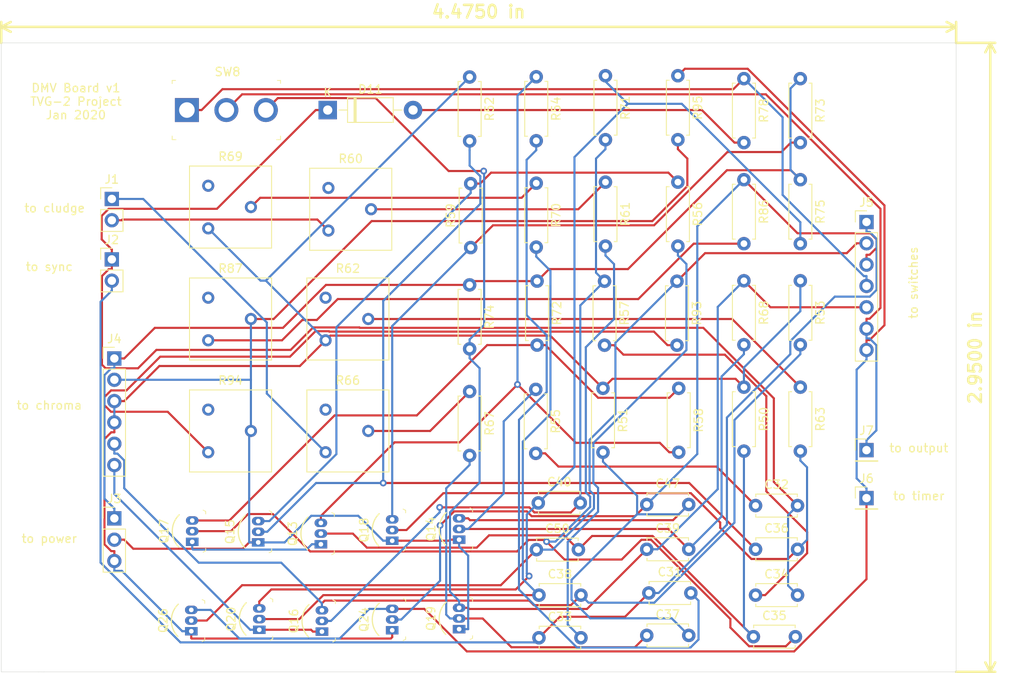
<source format=kicad_pcb>
(kicad_pcb (version 20171130) (host pcbnew "(5.0.0)")

  (general
    (thickness 1.6)
    (drawings 16)
    (tracks 519)
    (zones 0)
    (modules 61)
    (nets 42)
  )

  (page A4)
  (title_block
    (title TVG2)
    (date 2019-07-08)
    (rev v01)
  )

  (layers
    (0 F.Cu signal)
    (31 B.Cu signal)
    (32 B.Adhes user)
    (33 F.Adhes user)
    (34 B.Paste user)
    (35 F.Paste user)
    (36 B.SilkS user)
    (37 F.SilkS user)
    (38 B.Mask user)
    (39 F.Mask user)
    (40 Dwgs.User user)
    (41 Cmts.User user)
    (42 Eco1.User user)
    (43 Eco2.User user)
    (44 Edge.Cuts user)
    (45 Margin user)
    (46 B.CrtYd user)
    (47 F.CrtYd user)
    (48 B.Fab user)
    (49 F.Fab user hide)
  )

  (setup
    (last_trace_width 0.25)
    (user_trace_width 0.381)
    (trace_clearance 0.2)
    (zone_clearance 0.508)
    (zone_45_only no)
    (trace_min 0.2)
    (segment_width 0.2)
    (edge_width 0.05)
    (via_size 0.8)
    (via_drill 0.4)
    (via_min_size 0.4)
    (via_min_drill 0.3)
    (uvia_size 0.3)
    (uvia_drill 0.1)
    (uvias_allowed no)
    (uvia_min_size 0.2)
    (uvia_min_drill 0.1)
    (pcb_text_width 0.3)
    (pcb_text_size 1.5 1.5)
    (mod_edge_width 0.12)
    (mod_text_size 1 1)
    (mod_text_width 0.15)
    (pad_size 1.524 1.524)
    (pad_drill 0.762)
    (pad_to_mask_clearance 0.051)
    (solder_mask_min_width 0.25)
    (aux_axis_origin 0 0)
    (visible_elements 7FFFFFFF)
    (pcbplotparams
      (layerselection 0x010fc_ffffffff)
      (usegerberextensions false)
      (usegerberattributes false)
      (usegerberadvancedattributes false)
      (creategerberjobfile false)
      (excludeedgelayer true)
      (linewidth 0.100000)
      (plotframeref false)
      (viasonmask false)
      (mode 1)
      (useauxorigin false)
      (hpglpennumber 1)
      (hpglpenspeed 20)
      (hpglpendiameter 15.000000)
      (psnegative false)
      (psa4output false)
      (plotreference true)
      (plotvalue true)
      (plotinvisibletext false)
      (padsonsilk false)
      (subtractmaskfromsilk false)
      (outputformat 1)
      (mirror false)
      (drillshape 0)
      (scaleselection 1)
      (outputdirectory "gerbers/"))
  )

  (net 0 "")
  (net 1 /A)
  (net 2 "Net-(C31-Pad2)")
  (net 3 "Net-(C32-Pad1)")
  (net 4 /B)
  (net 5 "Net-(C33-Pad2)")
  (net 6 "Net-(C34-Pad1)")
  (net 7 "Net-(C35-Pad2)")
  (net 8 "Net-(C35-Pad1)")
  (net 9 "Net-(C36-Pad1)")
  (net 10 "Net-(C36-Pad2)")
  (net 11 "Net-(C37-Pad2)")
  (net 12 "Net-(C37-Pad1)")
  (net 13 "Net-(C38-Pad2)")
  (net 14 "Net-(C38-Pad1)")
  (net 15 "Net-(C39-Pad2)")
  (net 16 /L)
  (net 17 "Net-(C40-Pad1)")
  (net 18 "Net-(C40-Pad2)")
  (net 19 /F)
  (net 20 /E)
  (net 21 "Net-(D11-Pad2)")
  (net 22 /X)
  (net 23 /M)
  (net 24 /K)
  (net 25 "Net-(Q13-Pad3)")
  (net 26 "Net-(Q15-Pad3)")
  (net 27 /S3_Horiz_1)
  (net 28 "Net-(R60-Pad2)")
  (net 29 "Net-(R62-Pad2)")
  (net 30 "Net-(R66-Pad2)")
  (net 31 /S3_Vert_1)
  (net 32 "Net-(R69-Pad2)")
  (net 33 "Net-(R86-Pad2)")
  (net 34 "Net-(R93-Pad2)")
  (net 35 /+9V)
  (net 36 /-9V)
  (net 37 /GND)
  (net 38 "Net-(J4-Pad6)")
  (net 39 "Net-(Q13-Pad1)")
  (net 40 "Net-(Q17-Pad3)")
  (net 41 "Net-(Q18-Pad3)")

  (net_class Default "This is the default net class."
    (clearance 0.2)
    (trace_width 0.25)
    (via_dia 0.8)
    (via_drill 0.4)
    (uvia_dia 0.3)
    (uvia_drill 0.1)
    (add_net /+9V)
    (add_net /-9V)
    (add_net /A)
    (add_net /B)
    (add_net /E)
    (add_net /F)
    (add_net /GND)
    (add_net /K)
    (add_net /L)
    (add_net /M)
    (add_net /S3_Horiz_1)
    (add_net /S3_Vert_1)
    (add_net /X)
    (add_net "Net-(C31-Pad2)")
    (add_net "Net-(C32-Pad1)")
    (add_net "Net-(C33-Pad2)")
    (add_net "Net-(C34-Pad1)")
    (add_net "Net-(C35-Pad1)")
    (add_net "Net-(C35-Pad2)")
    (add_net "Net-(C36-Pad1)")
    (add_net "Net-(C36-Pad2)")
    (add_net "Net-(C37-Pad1)")
    (add_net "Net-(C37-Pad2)")
    (add_net "Net-(C38-Pad1)")
    (add_net "Net-(C38-Pad2)")
    (add_net "Net-(C39-Pad2)")
    (add_net "Net-(C40-Pad1)")
    (add_net "Net-(C40-Pad2)")
    (add_net "Net-(D11-Pad2)")
    (add_net "Net-(J4-Pad6)")
    (add_net "Net-(Q13-Pad1)")
    (add_net "Net-(Q13-Pad3)")
    (add_net "Net-(Q15-Pad3)")
    (add_net "Net-(Q17-Pad3)")
    (add_net "Net-(Q18-Pad3)")
    (add_net "Net-(R60-Pad2)")
    (add_net "Net-(R62-Pad2)")
    (add_net "Net-(R66-Pad2)")
    (add_net "Net-(R69-Pad2)")
    (add_net "Net-(R86-Pad2)")
    (add_net "Net-(R93-Pad2)")
  )

  (module Capacitor_THT:C_Disc_D4.7mm_W2.5mm_P5.00mm (layer F.Cu) (tedit 5AE50EF0) (tstamp 5E2A1612)
    (at 124.079 82.677)
    (descr "C, Disc series, Radial, pin pitch=5.00mm, , diameter*width=4.7*2.5mm^2, Capacitor, http://www.vishay.com/docs/45233/krseries.pdf")
    (tags "C Disc series Radial pin pitch 5.00mm  diameter 4.7mm width 2.5mm Capacitor")
    (path /5D0229F0)
    (fp_text reference C31 (at 2.5 -2.5) (layer F.SilkS)
      (effects (font (size 1 1) (thickness 0.15)))
    )
    (fp_text value "27 pF" (at 2.5 2.5) (layer F.Fab)
      (effects (font (size 1 1) (thickness 0.15)))
    )
    (fp_text user %R (at 2.5 0) (layer F.Fab)
      (effects (font (size 0.94 0.94) (thickness 0.141)))
    )
    (fp_line (start 6.05 -1.5) (end -1.05 -1.5) (layer F.CrtYd) (width 0.05))
    (fp_line (start 6.05 1.5) (end 6.05 -1.5) (layer F.CrtYd) (width 0.05))
    (fp_line (start -1.05 1.5) (end 6.05 1.5) (layer F.CrtYd) (width 0.05))
    (fp_line (start -1.05 -1.5) (end -1.05 1.5) (layer F.CrtYd) (width 0.05))
    (fp_line (start 4.97 1.055) (end 4.97 1.37) (layer F.SilkS) (width 0.12))
    (fp_line (start 4.97 -1.37) (end 4.97 -1.055) (layer F.SilkS) (width 0.12))
    (fp_line (start 0.03 1.055) (end 0.03 1.37) (layer F.SilkS) (width 0.12))
    (fp_line (start 0.03 -1.37) (end 0.03 -1.055) (layer F.SilkS) (width 0.12))
    (fp_line (start 0.03 1.37) (end 4.97 1.37) (layer F.SilkS) (width 0.12))
    (fp_line (start 0.03 -1.37) (end 4.97 -1.37) (layer F.SilkS) (width 0.12))
    (fp_line (start 4.85 -1.25) (end 0.15 -1.25) (layer F.Fab) (width 0.1))
    (fp_line (start 4.85 1.25) (end 4.85 -1.25) (layer F.Fab) (width 0.1))
    (fp_line (start 0.15 1.25) (end 4.85 1.25) (layer F.Fab) (width 0.1))
    (fp_line (start 0.15 -1.25) (end 0.15 1.25) (layer F.Fab) (width 0.1))
    (pad 2 thru_hole circle (at 5 0) (size 1.6 1.6) (drill 0.8) (layers *.Cu *.Mask)
      (net 2 "Net-(C31-Pad2)"))
    (pad 1 thru_hole circle (at 0 0) (size 1.6 1.6) (drill 0.8) (layers *.Cu *.Mask)
      (net 1 /A))
    (model ${KISYS3DMOD}/Capacitor_THT.3dshapes/C_Disc_D4.7mm_W2.5mm_P5.00mm.wrl
      (at (xyz 0 0 0))
      (scale (xyz 1 1 1))
      (rotate (xyz 0 0 0))
    )
  )

  (module Capacitor_THT:C_Disc_D4.7mm_W2.5mm_P5.00mm (layer F.Cu) (tedit 5AE50EF0) (tstamp 5E2A1627)
    (at 136.779 72.263)
    (descr "C, Disc series, Radial, pin pitch=5.00mm, , diameter*width=4.7*2.5mm^2, Capacitor, http://www.vishay.com/docs/45233/krseries.pdf")
    (tags "C Disc series Radial pin pitch 5.00mm  diameter 4.7mm width 2.5mm Capacitor")
    (path /5D133203)
    (fp_text reference C32 (at 2.5 -2.5) (layer F.SilkS)
      (effects (font (size 1 1) (thickness 0.15)))
    )
    (fp_text value "1000 pF" (at 2.5 2.5) (layer F.Fab)
      (effects (font (size 1 1) (thickness 0.15)))
    )
    (fp_text user %R (at 2.5 0) (layer F.Fab)
      (effects (font (size 0.94 0.94) (thickness 0.141)))
    )
    (fp_line (start 6.05 -1.5) (end -1.05 -1.5) (layer F.CrtYd) (width 0.05))
    (fp_line (start 6.05 1.5) (end 6.05 -1.5) (layer F.CrtYd) (width 0.05))
    (fp_line (start -1.05 1.5) (end 6.05 1.5) (layer F.CrtYd) (width 0.05))
    (fp_line (start -1.05 -1.5) (end -1.05 1.5) (layer F.CrtYd) (width 0.05))
    (fp_line (start 4.97 1.055) (end 4.97 1.37) (layer F.SilkS) (width 0.12))
    (fp_line (start 4.97 -1.37) (end 4.97 -1.055) (layer F.SilkS) (width 0.12))
    (fp_line (start 0.03 1.055) (end 0.03 1.37) (layer F.SilkS) (width 0.12))
    (fp_line (start 0.03 -1.37) (end 0.03 -1.055) (layer F.SilkS) (width 0.12))
    (fp_line (start 0.03 1.37) (end 4.97 1.37) (layer F.SilkS) (width 0.12))
    (fp_line (start 0.03 -1.37) (end 4.97 -1.37) (layer F.SilkS) (width 0.12))
    (fp_line (start 4.85 -1.25) (end 0.15 -1.25) (layer F.Fab) (width 0.1))
    (fp_line (start 4.85 1.25) (end 4.85 -1.25) (layer F.Fab) (width 0.1))
    (fp_line (start 0.15 1.25) (end 4.85 1.25) (layer F.Fab) (width 0.1))
    (fp_line (start 0.15 -1.25) (end 0.15 1.25) (layer F.Fab) (width 0.1))
    (pad 2 thru_hole circle (at 5 0) (size 1.6 1.6) (drill 0.8) (layers *.Cu *.Mask)
      (net 4 /B))
    (pad 1 thru_hole circle (at 0 0) (size 1.6 1.6) (drill 0.8) (layers *.Cu *.Mask)
      (net 3 "Net-(C32-Pad1)"))
    (model ${KISYS3DMOD}/Capacitor_THT.3dshapes/C_Disc_D4.7mm_W2.5mm_P5.00mm.wrl
      (at (xyz 0 0 0))
      (scale (xyz 1 1 1))
      (rotate (xyz 0 0 0))
    )
  )

  (module Capacitor_THT:C_Disc_D4.7mm_W2.5mm_P5.00mm (layer F.Cu) (tedit 5AE50EF0) (tstamp 5E2A163C)
    (at 110.998 88.011)
    (descr "C, Disc series, Radial, pin pitch=5.00mm, , diameter*width=4.7*2.5mm^2, Capacitor, http://www.vishay.com/docs/45233/krseries.pdf")
    (tags "C Disc series Radial pin pitch 5.00mm  diameter 4.7mm width 2.5mm Capacitor")
    (path /5D147FAB)
    (fp_text reference C33 (at 2.5 -2.5) (layer F.SilkS)
      (effects (font (size 1 1) (thickness 0.15)))
    )
    (fp_text value "27 pF" (at 2.5 2.5) (layer F.Fab)
      (effects (font (size 1 1) (thickness 0.15)))
    )
    (fp_line (start 0.15 -1.25) (end 0.15 1.25) (layer F.Fab) (width 0.1))
    (fp_line (start 0.15 1.25) (end 4.85 1.25) (layer F.Fab) (width 0.1))
    (fp_line (start 4.85 1.25) (end 4.85 -1.25) (layer F.Fab) (width 0.1))
    (fp_line (start 4.85 -1.25) (end 0.15 -1.25) (layer F.Fab) (width 0.1))
    (fp_line (start 0.03 -1.37) (end 4.97 -1.37) (layer F.SilkS) (width 0.12))
    (fp_line (start 0.03 1.37) (end 4.97 1.37) (layer F.SilkS) (width 0.12))
    (fp_line (start 0.03 -1.37) (end 0.03 -1.055) (layer F.SilkS) (width 0.12))
    (fp_line (start 0.03 1.055) (end 0.03 1.37) (layer F.SilkS) (width 0.12))
    (fp_line (start 4.97 -1.37) (end 4.97 -1.055) (layer F.SilkS) (width 0.12))
    (fp_line (start 4.97 1.055) (end 4.97 1.37) (layer F.SilkS) (width 0.12))
    (fp_line (start -1.05 -1.5) (end -1.05 1.5) (layer F.CrtYd) (width 0.05))
    (fp_line (start -1.05 1.5) (end 6.05 1.5) (layer F.CrtYd) (width 0.05))
    (fp_line (start 6.05 1.5) (end 6.05 -1.5) (layer F.CrtYd) (width 0.05))
    (fp_line (start 6.05 -1.5) (end -1.05 -1.5) (layer F.CrtYd) (width 0.05))
    (fp_text user %R (at 2.5 0) (layer F.Fab)
      (effects (font (size 0.94 0.94) (thickness 0.141)))
    )
    (pad 1 thru_hole circle (at 0 0) (size 1.6 1.6) (drill 0.8) (layers *.Cu *.Mask)
      (net 1 /A))
    (pad 2 thru_hole circle (at 5 0) (size 1.6 1.6) (drill 0.8) (layers *.Cu *.Mask)
      (net 5 "Net-(C33-Pad2)"))
    (model ${KISYS3DMOD}/Capacitor_THT.3dshapes/C_Disc_D4.7mm_W2.5mm_P5.00mm.wrl
      (at (xyz 0 0 0))
      (scale (xyz 1 1 1))
      (rotate (xyz 0 0 0))
    )
  )

  (module Capacitor_THT:C_Disc_D4.7mm_W2.5mm_P5.00mm (layer F.Cu) (tedit 5AE50EF0) (tstamp 5E2A1651)
    (at 136.779 82.931)
    (descr "C, Disc series, Radial, pin pitch=5.00mm, , diameter*width=4.7*2.5mm^2, Capacitor, http://www.vishay.com/docs/45233/krseries.pdf")
    (tags "C Disc series Radial pin pitch 5.00mm  diameter 4.7mm width 2.5mm Capacitor")
    (path /5D14808E)
    (fp_text reference C34 (at 2.5 -2.5) (layer F.SilkS)
      (effects (font (size 1 1) (thickness 0.15)))
    )
    (fp_text value "1000 pF" (at 2.5 2.5) (layer F.Fab)
      (effects (font (size 1 1) (thickness 0.15)))
    )
    (fp_text user %R (at 2.5 0) (layer F.Fab)
      (effects (font (size 0.94 0.94) (thickness 0.141)))
    )
    (fp_line (start 6.05 -1.5) (end -1.05 -1.5) (layer F.CrtYd) (width 0.05))
    (fp_line (start 6.05 1.5) (end 6.05 -1.5) (layer F.CrtYd) (width 0.05))
    (fp_line (start -1.05 1.5) (end 6.05 1.5) (layer F.CrtYd) (width 0.05))
    (fp_line (start -1.05 -1.5) (end -1.05 1.5) (layer F.CrtYd) (width 0.05))
    (fp_line (start 4.97 1.055) (end 4.97 1.37) (layer F.SilkS) (width 0.12))
    (fp_line (start 4.97 -1.37) (end 4.97 -1.055) (layer F.SilkS) (width 0.12))
    (fp_line (start 0.03 1.055) (end 0.03 1.37) (layer F.SilkS) (width 0.12))
    (fp_line (start 0.03 -1.37) (end 0.03 -1.055) (layer F.SilkS) (width 0.12))
    (fp_line (start 0.03 1.37) (end 4.97 1.37) (layer F.SilkS) (width 0.12))
    (fp_line (start 0.03 -1.37) (end 4.97 -1.37) (layer F.SilkS) (width 0.12))
    (fp_line (start 4.85 -1.25) (end 0.15 -1.25) (layer F.Fab) (width 0.1))
    (fp_line (start 4.85 1.25) (end 4.85 -1.25) (layer F.Fab) (width 0.1))
    (fp_line (start 0.15 1.25) (end 4.85 1.25) (layer F.Fab) (width 0.1))
    (fp_line (start 0.15 -1.25) (end 0.15 1.25) (layer F.Fab) (width 0.1))
    (pad 2 thru_hole circle (at 5 0) (size 1.6 1.6) (drill 0.8) (layers *.Cu *.Mask)
      (net 4 /B))
    (pad 1 thru_hole circle (at 0 0) (size 1.6 1.6) (drill 0.8) (layers *.Cu *.Mask)
      (net 6 "Net-(C34-Pad1)"))
    (model ${KISYS3DMOD}/Capacitor_THT.3dshapes/C_Disc_D4.7mm_W2.5mm_P5.00mm.wrl
      (at (xyz 0 0 0))
      (scale (xyz 1 1 1))
      (rotate (xyz 0 0 0))
    )
  )

  (module Capacitor_THT:C_Disc_D4.7mm_W2.5mm_P5.00mm (layer F.Cu) (tedit 5AE50EF0) (tstamp 5E2A1666)
    (at 136.525 87.884)
    (descr "C, Disc series, Radial, pin pitch=5.00mm, , diameter*width=4.7*2.5mm^2, Capacitor, http://www.vishay.com/docs/45233/krseries.pdf")
    (tags "C Disc series Radial pin pitch 5.00mm  diameter 4.7mm width 2.5mm Capacitor")
    (path /5D02117F)
    (fp_text reference C35 (at 2.5 -2.5) (layer F.SilkS)
      (effects (font (size 1 1) (thickness 0.15)))
    )
    (fp_text value "0.1 uF" (at 2.5 2.5) (layer F.Fab)
      (effects (font (size 1 1) (thickness 0.15)))
    )
    (fp_line (start 0.15 -1.25) (end 0.15 1.25) (layer F.Fab) (width 0.1))
    (fp_line (start 0.15 1.25) (end 4.85 1.25) (layer F.Fab) (width 0.1))
    (fp_line (start 4.85 1.25) (end 4.85 -1.25) (layer F.Fab) (width 0.1))
    (fp_line (start 4.85 -1.25) (end 0.15 -1.25) (layer F.Fab) (width 0.1))
    (fp_line (start 0.03 -1.37) (end 4.97 -1.37) (layer F.SilkS) (width 0.12))
    (fp_line (start 0.03 1.37) (end 4.97 1.37) (layer F.SilkS) (width 0.12))
    (fp_line (start 0.03 -1.37) (end 0.03 -1.055) (layer F.SilkS) (width 0.12))
    (fp_line (start 0.03 1.055) (end 0.03 1.37) (layer F.SilkS) (width 0.12))
    (fp_line (start 4.97 -1.37) (end 4.97 -1.055) (layer F.SilkS) (width 0.12))
    (fp_line (start 4.97 1.055) (end 4.97 1.37) (layer F.SilkS) (width 0.12))
    (fp_line (start -1.05 -1.5) (end -1.05 1.5) (layer F.CrtYd) (width 0.05))
    (fp_line (start -1.05 1.5) (end 6.05 1.5) (layer F.CrtYd) (width 0.05))
    (fp_line (start 6.05 1.5) (end 6.05 -1.5) (layer F.CrtYd) (width 0.05))
    (fp_line (start 6.05 -1.5) (end -1.05 -1.5) (layer F.CrtYd) (width 0.05))
    (fp_text user %R (at 2.5 0) (layer F.Fab)
      (effects (font (size 0.94 0.94) (thickness 0.141)))
    )
    (pad 1 thru_hole circle (at 0 0) (size 1.6 1.6) (drill 0.8) (layers *.Cu *.Mask)
      (net 8 "Net-(C35-Pad1)"))
    (pad 2 thru_hole circle (at 5 0) (size 1.6 1.6) (drill 0.8) (layers *.Cu *.Mask)
      (net 7 "Net-(C35-Pad2)"))
    (model ${KISYS3DMOD}/Capacitor_THT.3dshapes/C_Disc_D4.7mm_W2.5mm_P5.00mm.wrl
      (at (xyz 0 0 0))
      (scale (xyz 1 1 1))
      (rotate (xyz 0 0 0))
    )
  )

  (module Capacitor_THT:C_Disc_D4.7mm_W2.5mm_P5.00mm (layer F.Cu) (tedit 5AE50EF0) (tstamp 5E2A167B)
    (at 136.779 77.47)
    (descr "C, Disc series, Radial, pin pitch=5.00mm, , diameter*width=4.7*2.5mm^2, Capacitor, http://www.vishay.com/docs/45233/krseries.pdf")
    (tags "C Disc series Radial pin pitch 5.00mm  diameter 4.7mm width 2.5mm Capacitor")
    (path /5D147F8D)
    (fp_text reference C36 (at 2.5 -2.5) (layer F.SilkS)
      (effects (font (size 1 1) (thickness 0.15)))
    )
    (fp_text value "0.1 uF" (at 2.5 2.5) (layer F.Fab)
      (effects (font (size 1 1) (thickness 0.15)))
    )
    (fp_text user %R (at 2.5 0) (layer F.Fab)
      (effects (font (size 0.94 0.94) (thickness 0.141)))
    )
    (fp_line (start 6.05 -1.5) (end -1.05 -1.5) (layer F.CrtYd) (width 0.05))
    (fp_line (start 6.05 1.5) (end 6.05 -1.5) (layer F.CrtYd) (width 0.05))
    (fp_line (start -1.05 1.5) (end 6.05 1.5) (layer F.CrtYd) (width 0.05))
    (fp_line (start -1.05 -1.5) (end -1.05 1.5) (layer F.CrtYd) (width 0.05))
    (fp_line (start 4.97 1.055) (end 4.97 1.37) (layer F.SilkS) (width 0.12))
    (fp_line (start 4.97 -1.37) (end 4.97 -1.055) (layer F.SilkS) (width 0.12))
    (fp_line (start 0.03 1.055) (end 0.03 1.37) (layer F.SilkS) (width 0.12))
    (fp_line (start 0.03 -1.37) (end 0.03 -1.055) (layer F.SilkS) (width 0.12))
    (fp_line (start 0.03 1.37) (end 4.97 1.37) (layer F.SilkS) (width 0.12))
    (fp_line (start 0.03 -1.37) (end 4.97 -1.37) (layer F.SilkS) (width 0.12))
    (fp_line (start 4.85 -1.25) (end 0.15 -1.25) (layer F.Fab) (width 0.1))
    (fp_line (start 4.85 1.25) (end 4.85 -1.25) (layer F.Fab) (width 0.1))
    (fp_line (start 0.15 1.25) (end 4.85 1.25) (layer F.Fab) (width 0.1))
    (fp_line (start 0.15 -1.25) (end 0.15 1.25) (layer F.Fab) (width 0.1))
    (pad 2 thru_hole circle (at 5 0) (size 1.6 1.6) (drill 0.8) (layers *.Cu *.Mask)
      (net 10 "Net-(C36-Pad2)"))
    (pad 1 thru_hole circle (at 0 0) (size 1.6 1.6) (drill 0.8) (layers *.Cu *.Mask)
      (net 9 "Net-(C36-Pad1)"))
    (model ${KISYS3DMOD}/Capacitor_THT.3dshapes/C_Disc_D4.7mm_W2.5mm_P5.00mm.wrl
      (at (xyz 0 0 0))
      (scale (xyz 1 1 1))
      (rotate (xyz 0 0 0))
    )
  )

  (module Capacitor_THT:C_Disc_D4.7mm_W2.5mm_P5.00mm (layer F.Cu) (tedit 5AE50EF0) (tstamp 5E2A1690)
    (at 123.829 87.73)
    (descr "C, Disc series, Radial, pin pitch=5.00mm, , diameter*width=4.7*2.5mm^2, Capacitor, http://www.vishay.com/docs/45233/krseries.pdf")
    (tags "C Disc series Radial pin pitch 5.00mm  diameter 4.7mm width 2.5mm Capacitor")
    (path /5D12A35B)
    (fp_text reference C37 (at 2.5 -2.5) (layer F.SilkS)
      (effects (font (size 1 1) (thickness 0.15)))
    )
    (fp_text value "0.2 uF" (at 2.5 2.5) (layer F.Fab)
      (effects (font (size 1 1) (thickness 0.15)))
    )
    (fp_text user %R (at 2.5 0) (layer F.Fab)
      (effects (font (size 0.94 0.94) (thickness 0.141)))
    )
    (fp_line (start 6.05 -1.5) (end -1.05 -1.5) (layer F.CrtYd) (width 0.05))
    (fp_line (start 6.05 1.5) (end 6.05 -1.5) (layer F.CrtYd) (width 0.05))
    (fp_line (start -1.05 1.5) (end 6.05 1.5) (layer F.CrtYd) (width 0.05))
    (fp_line (start -1.05 -1.5) (end -1.05 1.5) (layer F.CrtYd) (width 0.05))
    (fp_line (start 4.97 1.055) (end 4.97 1.37) (layer F.SilkS) (width 0.12))
    (fp_line (start 4.97 -1.37) (end 4.97 -1.055) (layer F.SilkS) (width 0.12))
    (fp_line (start 0.03 1.055) (end 0.03 1.37) (layer F.SilkS) (width 0.12))
    (fp_line (start 0.03 -1.37) (end 0.03 -1.055) (layer F.SilkS) (width 0.12))
    (fp_line (start 0.03 1.37) (end 4.97 1.37) (layer F.SilkS) (width 0.12))
    (fp_line (start 0.03 -1.37) (end 4.97 -1.37) (layer F.SilkS) (width 0.12))
    (fp_line (start 4.85 -1.25) (end 0.15 -1.25) (layer F.Fab) (width 0.1))
    (fp_line (start 4.85 1.25) (end 4.85 -1.25) (layer F.Fab) (width 0.1))
    (fp_line (start 0.15 1.25) (end 4.85 1.25) (layer F.Fab) (width 0.1))
    (fp_line (start 0.15 -1.25) (end 0.15 1.25) (layer F.Fab) (width 0.1))
    (pad 2 thru_hole circle (at 5 0) (size 1.6 1.6) (drill 0.8) (layers *.Cu *.Mask)
      (net 11 "Net-(C37-Pad2)"))
    (pad 1 thru_hole circle (at 0 0) (size 1.6 1.6) (drill 0.8) (layers *.Cu *.Mask)
      (net 12 "Net-(C37-Pad1)"))
    (model ${KISYS3DMOD}/Capacitor_THT.3dshapes/C_Disc_D4.7mm_W2.5mm_P5.00mm.wrl
      (at (xyz 0 0 0))
      (scale (xyz 1 1 1))
      (rotate (xyz 0 0 0))
    )
  )

  (module Capacitor_THT:C_Disc_D4.7mm_W2.5mm_P5.00mm (layer F.Cu) (tedit 5AE50EF0) (tstamp 5E2A16A5)
    (at 110.998 82.931)
    (descr "C, Disc series, Radial, pin pitch=5.00mm, , diameter*width=4.7*2.5mm^2, Capacitor, http://www.vishay.com/docs/45233/krseries.pdf")
    (tags "C Disc series Radial pin pitch 5.00mm  diameter 4.7mm width 2.5mm Capacitor")
    (path /5D148073)
    (fp_text reference C38 (at 2.5 -2.5) (layer F.SilkS)
      (effects (font (size 1 1) (thickness 0.15)))
    )
    (fp_text value "0.2 uF" (at 2.5 2.5) (layer F.Fab)
      (effects (font (size 1 1) (thickness 0.15)))
    )
    (fp_line (start 0.15 -1.25) (end 0.15 1.25) (layer F.Fab) (width 0.1))
    (fp_line (start 0.15 1.25) (end 4.85 1.25) (layer F.Fab) (width 0.1))
    (fp_line (start 4.85 1.25) (end 4.85 -1.25) (layer F.Fab) (width 0.1))
    (fp_line (start 4.85 -1.25) (end 0.15 -1.25) (layer F.Fab) (width 0.1))
    (fp_line (start 0.03 -1.37) (end 4.97 -1.37) (layer F.SilkS) (width 0.12))
    (fp_line (start 0.03 1.37) (end 4.97 1.37) (layer F.SilkS) (width 0.12))
    (fp_line (start 0.03 -1.37) (end 0.03 -1.055) (layer F.SilkS) (width 0.12))
    (fp_line (start 0.03 1.055) (end 0.03 1.37) (layer F.SilkS) (width 0.12))
    (fp_line (start 4.97 -1.37) (end 4.97 -1.055) (layer F.SilkS) (width 0.12))
    (fp_line (start 4.97 1.055) (end 4.97 1.37) (layer F.SilkS) (width 0.12))
    (fp_line (start -1.05 -1.5) (end -1.05 1.5) (layer F.CrtYd) (width 0.05))
    (fp_line (start -1.05 1.5) (end 6.05 1.5) (layer F.CrtYd) (width 0.05))
    (fp_line (start 6.05 1.5) (end 6.05 -1.5) (layer F.CrtYd) (width 0.05))
    (fp_line (start 6.05 -1.5) (end -1.05 -1.5) (layer F.CrtYd) (width 0.05))
    (fp_text user %R (at 2.5 0) (layer F.Fab)
      (effects (font (size 0.94 0.94) (thickness 0.141)))
    )
    (pad 1 thru_hole circle (at 0 0) (size 1.6 1.6) (drill 0.8) (layers *.Cu *.Mask)
      (net 14 "Net-(C38-Pad1)"))
    (pad 2 thru_hole circle (at 5 0) (size 1.6 1.6) (drill 0.8) (layers *.Cu *.Mask)
      (net 13 "Net-(C38-Pad2)"))
    (model ${KISYS3DMOD}/Capacitor_THT.3dshapes/C_Disc_D4.7mm_W2.5mm_P5.00mm.wrl
      (at (xyz 0 0 0))
      (scale (xyz 1 1 1))
      (rotate (xyz 0 0 0))
    )
  )

  (module Capacitor_THT:C_Disc_D4.7mm_W2.5mm_P5.00mm (layer F.Cu) (tedit 5AE50EF0) (tstamp 5E2A16BA)
    (at 123.825 77.47)
    (descr "C, Disc series, Radial, pin pitch=5.00mm, , diameter*width=4.7*2.5mm^2, Capacitor, http://www.vishay.com/docs/45233/krseries.pdf")
    (tags "C Disc series Radial pin pitch 5.00mm  diameter 4.7mm width 2.5mm Capacitor")
    (path /5D1347F3)
    (fp_text reference C39 (at 2.5 -2.5) (layer F.SilkS)
      (effects (font (size 1 1) (thickness 0.15)))
    )
    (fp_text value "390 pF" (at 2.5 2.5) (layer F.Fab)
      (effects (font (size 1 1) (thickness 0.15)))
    )
    (fp_line (start 0.15 -1.25) (end 0.15 1.25) (layer F.Fab) (width 0.1))
    (fp_line (start 0.15 1.25) (end 4.85 1.25) (layer F.Fab) (width 0.1))
    (fp_line (start 4.85 1.25) (end 4.85 -1.25) (layer F.Fab) (width 0.1))
    (fp_line (start 4.85 -1.25) (end 0.15 -1.25) (layer F.Fab) (width 0.1))
    (fp_line (start 0.03 -1.37) (end 4.97 -1.37) (layer F.SilkS) (width 0.12))
    (fp_line (start 0.03 1.37) (end 4.97 1.37) (layer F.SilkS) (width 0.12))
    (fp_line (start 0.03 -1.37) (end 0.03 -1.055) (layer F.SilkS) (width 0.12))
    (fp_line (start 0.03 1.055) (end 0.03 1.37) (layer F.SilkS) (width 0.12))
    (fp_line (start 4.97 -1.37) (end 4.97 -1.055) (layer F.SilkS) (width 0.12))
    (fp_line (start 4.97 1.055) (end 4.97 1.37) (layer F.SilkS) (width 0.12))
    (fp_line (start -1.05 -1.5) (end -1.05 1.5) (layer F.CrtYd) (width 0.05))
    (fp_line (start -1.05 1.5) (end 6.05 1.5) (layer F.CrtYd) (width 0.05))
    (fp_line (start 6.05 1.5) (end 6.05 -1.5) (layer F.CrtYd) (width 0.05))
    (fp_line (start 6.05 -1.5) (end -1.05 -1.5) (layer F.CrtYd) (width 0.05))
    (fp_text user %R (at 2.5 0) (layer F.Fab)
      (effects (font (size 0.94 0.94) (thickness 0.141)))
    )
    (pad 1 thru_hole circle (at 0 0) (size 1.6 1.6) (drill 0.8) (layers *.Cu *.Mask)
      (net 16 /L))
    (pad 2 thru_hole circle (at 5 0) (size 1.6 1.6) (drill 0.8) (layers *.Cu *.Mask)
      (net 15 "Net-(C39-Pad2)"))
    (model ${KISYS3DMOD}/Capacitor_THT.3dshapes/C_Disc_D4.7mm_W2.5mm_P5.00mm.wrl
      (at (xyz 0 0 0))
      (scale (xyz 1 1 1))
      (rotate (xyz 0 0 0))
    )
  )

  (module Capacitor_THT:C_Disc_D4.7mm_W2.5mm_P5.00mm (layer F.Cu) (tedit 5AE50EF0) (tstamp 5E2A16CF)
    (at 110.918 71.951)
    (descr "C, Disc series, Radial, pin pitch=5.00mm, , diameter*width=4.7*2.5mm^2, Capacitor, http://www.vishay.com/docs/45233/krseries.pdf")
    (tags "C Disc series Radial pin pitch 5.00mm  diameter 4.7mm width 2.5mm Capacitor")
    (path /5D1480AC)
    (fp_text reference C40 (at 2.5 -2.5) (layer F.SilkS)
      (effects (font (size 1 1) (thickness 0.15)))
    )
    (fp_text value "390 pF" (at 2.5 2.5) (layer F.Fab)
      (effects (font (size 1 1) (thickness 0.15)))
    )
    (fp_line (start 0.15 -1.25) (end 0.15 1.25) (layer F.Fab) (width 0.1))
    (fp_line (start 0.15 1.25) (end 4.85 1.25) (layer F.Fab) (width 0.1))
    (fp_line (start 4.85 1.25) (end 4.85 -1.25) (layer F.Fab) (width 0.1))
    (fp_line (start 4.85 -1.25) (end 0.15 -1.25) (layer F.Fab) (width 0.1))
    (fp_line (start 0.03 -1.37) (end 4.97 -1.37) (layer F.SilkS) (width 0.12))
    (fp_line (start 0.03 1.37) (end 4.97 1.37) (layer F.SilkS) (width 0.12))
    (fp_line (start 0.03 -1.37) (end 0.03 -1.055) (layer F.SilkS) (width 0.12))
    (fp_line (start 0.03 1.055) (end 0.03 1.37) (layer F.SilkS) (width 0.12))
    (fp_line (start 4.97 -1.37) (end 4.97 -1.055) (layer F.SilkS) (width 0.12))
    (fp_line (start 4.97 1.055) (end 4.97 1.37) (layer F.SilkS) (width 0.12))
    (fp_line (start -1.05 -1.5) (end -1.05 1.5) (layer F.CrtYd) (width 0.05))
    (fp_line (start -1.05 1.5) (end 6.05 1.5) (layer F.CrtYd) (width 0.05))
    (fp_line (start 6.05 1.5) (end 6.05 -1.5) (layer F.CrtYd) (width 0.05))
    (fp_line (start 6.05 -1.5) (end -1.05 -1.5) (layer F.CrtYd) (width 0.05))
    (fp_text user %R (at 2.5 0) (layer F.Fab)
      (effects (font (size 0.94 0.94) (thickness 0.141)))
    )
    (pad 1 thru_hole circle (at 0 0) (size 1.6 1.6) (drill 0.8) (layers *.Cu *.Mask)
      (net 17 "Net-(C40-Pad1)"))
    (pad 2 thru_hole circle (at 5 0) (size 1.6 1.6) (drill 0.8) (layers *.Cu *.Mask)
      (net 18 "Net-(C40-Pad2)"))
    (model ${KISYS3DMOD}/Capacitor_THT.3dshapes/C_Disc_D4.7mm_W2.5mm_P5.00mm.wrl
      (at (xyz 0 0 0))
      (scale (xyz 1 1 1))
      (rotate (xyz 0 0 0))
    )
  )

  (module Capacitor_THT:C_Disc_D4.7mm_W2.5mm_P5.00mm (layer F.Cu) (tedit 5AE50EF0) (tstamp 5E2A16E4)
    (at 123.825 72.136)
    (descr "C, Disc series, Radial, pin pitch=5.00mm, , diameter*width=4.7*2.5mm^2, Capacitor, http://www.vishay.com/docs/45233/krseries.pdf")
    (tags "C Disc series Radial pin pitch 5.00mm  diameter 4.7mm width 2.5mm Capacitor")
    (path /5E062CC1)
    (fp_text reference C47 (at 2.5 -2.5) (layer F.SilkS)
      (effects (font (size 1 1) (thickness 0.15)))
    )
    (fp_text value "0.05 uF" (at 2.5 2.5) (layer F.Fab)
      (effects (font (size 1 1) (thickness 0.15)))
    )
    (fp_line (start 0.15 -1.25) (end 0.15 1.25) (layer F.Fab) (width 0.1))
    (fp_line (start 0.15 1.25) (end 4.85 1.25) (layer F.Fab) (width 0.1))
    (fp_line (start 4.85 1.25) (end 4.85 -1.25) (layer F.Fab) (width 0.1))
    (fp_line (start 4.85 -1.25) (end 0.15 -1.25) (layer F.Fab) (width 0.1))
    (fp_line (start 0.03 -1.37) (end 4.97 -1.37) (layer F.SilkS) (width 0.12))
    (fp_line (start 0.03 1.37) (end 4.97 1.37) (layer F.SilkS) (width 0.12))
    (fp_line (start 0.03 -1.37) (end 0.03 -1.055) (layer F.SilkS) (width 0.12))
    (fp_line (start 0.03 1.055) (end 0.03 1.37) (layer F.SilkS) (width 0.12))
    (fp_line (start 4.97 -1.37) (end 4.97 -1.055) (layer F.SilkS) (width 0.12))
    (fp_line (start 4.97 1.055) (end 4.97 1.37) (layer F.SilkS) (width 0.12))
    (fp_line (start -1.05 -1.5) (end -1.05 1.5) (layer F.CrtYd) (width 0.05))
    (fp_line (start -1.05 1.5) (end 6.05 1.5) (layer F.CrtYd) (width 0.05))
    (fp_line (start 6.05 1.5) (end 6.05 -1.5) (layer F.CrtYd) (width 0.05))
    (fp_line (start 6.05 -1.5) (end -1.05 -1.5) (layer F.CrtYd) (width 0.05))
    (fp_text user %R (at 2.5 0) (layer F.Fab)
      (effects (font (size 0.94 0.94) (thickness 0.141)))
    )
    (pad 1 thru_hole circle (at 0 0) (size 1.6 1.6) (drill 0.8) (layers *.Cu *.Mask)
      (net 19 /F))
    (pad 2 thru_hole circle (at 5 0) (size 1.6 1.6) (drill 0.8) (layers *.Cu *.Mask)
      (net 11 "Net-(C37-Pad2)"))
    (model ${KISYS3DMOD}/Capacitor_THT.3dshapes/C_Disc_D4.7mm_W2.5mm_P5.00mm.wrl
      (at (xyz 0 0 0))
      (scale (xyz 1 1 1))
      (rotate (xyz 0 0 0))
    )
  )

  (module Capacitor_THT:C_Disc_D4.7mm_W2.5mm_P5.00mm (layer F.Cu) (tedit 5AE50EF0) (tstamp 5E2A16F9)
    (at 110.693 77.511)
    (descr "C, Disc series, Radial, pin pitch=5.00mm, , diameter*width=4.7*2.5mm^2, Capacitor, http://www.vishay.com/docs/45233/krseries.pdf")
    (tags "C Disc series Radial pin pitch 5.00mm  diameter 4.7mm width 2.5mm Capacitor")
    (path /5DE3C4CD)
    (fp_text reference C50 (at 2.5 -2.5) (layer F.SilkS)
      (effects (font (size 1 1) (thickness 0.15)))
    )
    (fp_text value "180 pF" (at 2.5 2.5) (layer F.Fab)
      (effects (font (size 1 1) (thickness 0.15)))
    )
    (fp_text user %R (at 2.5 0) (layer F.Fab)
      (effects (font (size 0.94 0.94) (thickness 0.141)))
    )
    (fp_line (start 6.05 -1.5) (end -1.05 -1.5) (layer F.CrtYd) (width 0.05))
    (fp_line (start 6.05 1.5) (end 6.05 -1.5) (layer F.CrtYd) (width 0.05))
    (fp_line (start -1.05 1.5) (end 6.05 1.5) (layer F.CrtYd) (width 0.05))
    (fp_line (start -1.05 -1.5) (end -1.05 1.5) (layer F.CrtYd) (width 0.05))
    (fp_line (start 4.97 1.055) (end 4.97 1.37) (layer F.SilkS) (width 0.12))
    (fp_line (start 4.97 -1.37) (end 4.97 -1.055) (layer F.SilkS) (width 0.12))
    (fp_line (start 0.03 1.055) (end 0.03 1.37) (layer F.SilkS) (width 0.12))
    (fp_line (start 0.03 -1.37) (end 0.03 -1.055) (layer F.SilkS) (width 0.12))
    (fp_line (start 0.03 1.37) (end 4.97 1.37) (layer F.SilkS) (width 0.12))
    (fp_line (start 0.03 -1.37) (end 4.97 -1.37) (layer F.SilkS) (width 0.12))
    (fp_line (start 4.85 -1.25) (end 0.15 -1.25) (layer F.Fab) (width 0.1))
    (fp_line (start 4.85 1.25) (end 4.85 -1.25) (layer F.Fab) (width 0.1))
    (fp_line (start 0.15 1.25) (end 4.85 1.25) (layer F.Fab) (width 0.1))
    (fp_line (start 0.15 -1.25) (end 0.15 1.25) (layer F.Fab) (width 0.1))
    (pad 2 thru_hole circle (at 5 0) (size 1.6 1.6) (drill 0.8) (layers *.Cu *.Mask)
      (net 8 "Net-(C35-Pad1)"))
    (pad 1 thru_hole circle (at 0 0) (size 1.6 1.6) (drill 0.8) (layers *.Cu *.Mask)
      (net 20 /E))
    (model ${KISYS3DMOD}/Capacitor_THT.3dshapes/C_Disc_D4.7mm_W2.5mm_P5.00mm.wrl
      (at (xyz 0 0 0))
      (scale (xyz 1 1 1))
      (rotate (xyz 0 0 0))
    )
  )

  (module Diode_THT:D_DO-41_SOD81_P10.16mm_Horizontal (layer F.Cu) (tedit 5AE50CD5) (tstamp 5E2A1718)
    (at 85.852 25.146)
    (descr "Diode, DO-41_SOD81 series, Axial, Horizontal, pin pitch=10.16mm, , length*diameter=5.2*2.7mm^2, , http://www.diodes.com/_files/packages/DO-41%20(Plastic).pdf")
    (tags "Diode DO-41_SOD81 series Axial Horizontal pin pitch 10.16mm  length 5.2mm diameter 2.7mm")
    (path /5DAA1C65)
    (fp_text reference D11 (at 5.08 -2.47) (layer F.SilkS)
      (effects (font (size 1 1) (thickness 0.15)))
    )
    (fp_text value 1N758 (at 5.08 2.47) (layer F.Fab)
      (effects (font (size 1 1) (thickness 0.15)))
    )
    (fp_line (start 2.48 -1.35) (end 2.48 1.35) (layer F.Fab) (width 0.1))
    (fp_line (start 2.48 1.35) (end 7.68 1.35) (layer F.Fab) (width 0.1))
    (fp_line (start 7.68 1.35) (end 7.68 -1.35) (layer F.Fab) (width 0.1))
    (fp_line (start 7.68 -1.35) (end 2.48 -1.35) (layer F.Fab) (width 0.1))
    (fp_line (start 0 0) (end 2.48 0) (layer F.Fab) (width 0.1))
    (fp_line (start 10.16 0) (end 7.68 0) (layer F.Fab) (width 0.1))
    (fp_line (start 3.26 -1.35) (end 3.26 1.35) (layer F.Fab) (width 0.1))
    (fp_line (start 3.36 -1.35) (end 3.36 1.35) (layer F.Fab) (width 0.1))
    (fp_line (start 3.16 -1.35) (end 3.16 1.35) (layer F.Fab) (width 0.1))
    (fp_line (start 2.36 -1.47) (end 2.36 1.47) (layer F.SilkS) (width 0.12))
    (fp_line (start 2.36 1.47) (end 7.8 1.47) (layer F.SilkS) (width 0.12))
    (fp_line (start 7.8 1.47) (end 7.8 -1.47) (layer F.SilkS) (width 0.12))
    (fp_line (start 7.8 -1.47) (end 2.36 -1.47) (layer F.SilkS) (width 0.12))
    (fp_line (start 1.34 0) (end 2.36 0) (layer F.SilkS) (width 0.12))
    (fp_line (start 8.82 0) (end 7.8 0) (layer F.SilkS) (width 0.12))
    (fp_line (start 3.26 -1.47) (end 3.26 1.47) (layer F.SilkS) (width 0.12))
    (fp_line (start 3.38 -1.47) (end 3.38 1.47) (layer F.SilkS) (width 0.12))
    (fp_line (start 3.14 -1.47) (end 3.14 1.47) (layer F.SilkS) (width 0.12))
    (fp_line (start -1.35 -1.6) (end -1.35 1.6) (layer F.CrtYd) (width 0.05))
    (fp_line (start -1.35 1.6) (end 11.51 1.6) (layer F.CrtYd) (width 0.05))
    (fp_line (start 11.51 1.6) (end 11.51 -1.6) (layer F.CrtYd) (width 0.05))
    (fp_line (start 11.51 -1.6) (end -1.35 -1.6) (layer F.CrtYd) (width 0.05))
    (fp_text user %R (at 5.47 0) (layer F.Fab)
      (effects (font (size 1 1) (thickness 0.15)))
    )
    (fp_text user K (at 0 -2.1) (layer F.Fab)
      (effects (font (size 1 1) (thickness 0.15)))
    )
    (fp_text user K (at 0 -2.1) (layer F.SilkS)
      (effects (font (size 1 1) (thickness 0.15)))
    )
    (pad 1 thru_hole rect (at 0 0) (size 2.2 2.2) (drill 1.1) (layers *.Cu *.Mask)
      (net 4 /B))
    (pad 2 thru_hole oval (at 10.16 0) (size 2.2 2.2) (drill 1.1) (layers *.Cu *.Mask)
      (net 21 "Net-(D11-Pad2)"))
    (model ${KISYS3DMOD}/Diode_THT.3dshapes/D_DO-41_SOD81_P10.16mm_Horizontal.wrl
      (at (xyz 0 0 0))
      (scale (xyz 1 1 1))
      (rotate (xyz 0 0 0))
    )
  )

  (module Connector_PinHeader_2.54mm:PinHeader_1x02_P2.54mm_Vertical (layer F.Cu) (tedit 59FED5CC) (tstamp 5E2A172E)
    (at 60.153 35.734)
    (descr "Through hole straight pin header, 1x02, 2.54mm pitch, single row")
    (tags "Through hole pin header THT 1x02 2.54mm single row")
    (path /5E5081D7)
    (fp_text reference J1 (at 0 -2.33) (layer F.SilkS)
      (effects (font (size 1 1) (thickness 0.15)))
    )
    (fp_text value to_cludge (at 0 4.87) (layer F.Fab)
      (effects (font (size 1 1) (thickness 0.15)))
    )
    (fp_line (start -0.635 -1.27) (end 1.27 -1.27) (layer F.Fab) (width 0.1))
    (fp_line (start 1.27 -1.27) (end 1.27 3.81) (layer F.Fab) (width 0.1))
    (fp_line (start 1.27 3.81) (end -1.27 3.81) (layer F.Fab) (width 0.1))
    (fp_line (start -1.27 3.81) (end -1.27 -0.635) (layer F.Fab) (width 0.1))
    (fp_line (start -1.27 -0.635) (end -0.635 -1.27) (layer F.Fab) (width 0.1))
    (fp_line (start -1.33 3.87) (end 1.33 3.87) (layer F.SilkS) (width 0.12))
    (fp_line (start -1.33 1.27) (end -1.33 3.87) (layer F.SilkS) (width 0.12))
    (fp_line (start 1.33 1.27) (end 1.33 3.87) (layer F.SilkS) (width 0.12))
    (fp_line (start -1.33 1.27) (end 1.33 1.27) (layer F.SilkS) (width 0.12))
    (fp_line (start -1.33 0) (end -1.33 -1.33) (layer F.SilkS) (width 0.12))
    (fp_line (start -1.33 -1.33) (end 0 -1.33) (layer F.SilkS) (width 0.12))
    (fp_line (start -1.8 -1.8) (end -1.8 4.35) (layer F.CrtYd) (width 0.05))
    (fp_line (start -1.8 4.35) (end 1.8 4.35) (layer F.CrtYd) (width 0.05))
    (fp_line (start 1.8 4.35) (end 1.8 -1.8) (layer F.CrtYd) (width 0.05))
    (fp_line (start 1.8 -1.8) (end -1.8 -1.8) (layer F.CrtYd) (width 0.05))
    (fp_text user %R (at 0 1.27 90) (layer F.Fab)
      (effects (font (size 1 1) (thickness 0.15)))
    )
    (pad 1 thru_hole rect (at 0 0) (size 1.7 1.7) (drill 1) (layers *.Cu *.Mask)
      (net 31 /S3_Vert_1))
    (pad 2 thru_hole oval (at 0 2.54) (size 1.7 1.7) (drill 1) (layers *.Cu *.Mask)
      (net 27 /S3_Horiz_1))
    (model ${KISYS3DMOD}/Connector_PinHeader_2.54mm.3dshapes/PinHeader_1x02_P2.54mm_Vertical.wrl
      (at (xyz 0 0 0))
      (scale (xyz 1 1 1))
      (rotate (xyz 0 0 0))
    )
  )

  (module Connector_PinHeader_2.54mm:PinHeader_1x02_P2.54mm_Vertical (layer F.Cu) (tedit 59FED5CC) (tstamp 5E2A1744)
    (at 60.153 42.934)
    (descr "Through hole straight pin header, 1x02, 2.54mm pitch, single row")
    (tags "Through hole pin header THT 1x02 2.54mm single row")
    (path /5E504CBE)
    (fp_text reference J2 (at 0 -2.33) (layer F.SilkS)
      (effects (font (size 1 1) (thickness 0.15)))
    )
    (fp_text value from_sync (at 0 4.87) (layer F.Fab)
      (effects (font (size 1 1) (thickness 0.15)))
    )
    (fp_text user %R (at 0 1.27 90) (layer F.Fab)
      (effects (font (size 1 1) (thickness 0.15)))
    )
    (fp_line (start 1.8 -1.8) (end -1.8 -1.8) (layer F.CrtYd) (width 0.05))
    (fp_line (start 1.8 4.35) (end 1.8 -1.8) (layer F.CrtYd) (width 0.05))
    (fp_line (start -1.8 4.35) (end 1.8 4.35) (layer F.CrtYd) (width 0.05))
    (fp_line (start -1.8 -1.8) (end -1.8 4.35) (layer F.CrtYd) (width 0.05))
    (fp_line (start -1.33 -1.33) (end 0 -1.33) (layer F.SilkS) (width 0.12))
    (fp_line (start -1.33 0) (end -1.33 -1.33) (layer F.SilkS) (width 0.12))
    (fp_line (start -1.33 1.27) (end 1.33 1.27) (layer F.SilkS) (width 0.12))
    (fp_line (start 1.33 1.27) (end 1.33 3.87) (layer F.SilkS) (width 0.12))
    (fp_line (start -1.33 1.27) (end -1.33 3.87) (layer F.SilkS) (width 0.12))
    (fp_line (start -1.33 3.87) (end 1.33 3.87) (layer F.SilkS) (width 0.12))
    (fp_line (start -1.27 -0.635) (end -0.635 -1.27) (layer F.Fab) (width 0.1))
    (fp_line (start -1.27 3.81) (end -1.27 -0.635) (layer F.Fab) (width 0.1))
    (fp_line (start 1.27 3.81) (end -1.27 3.81) (layer F.Fab) (width 0.1))
    (fp_line (start 1.27 -1.27) (end 1.27 3.81) (layer F.Fab) (width 0.1))
    (fp_line (start -0.635 -1.27) (end 1.27 -1.27) (layer F.Fab) (width 0.1))
    (pad 2 thru_hole oval (at 0 2.54) (size 1.7 1.7) (drill 1) (layers *.Cu *.Mask)
      (net 1 /A))
    (pad 1 thru_hole rect (at 0 0) (size 1.7 1.7) (drill 1) (layers *.Cu *.Mask)
      (net 4 /B))
    (model ${KISYS3DMOD}/Connector_PinHeader_2.54mm.3dshapes/PinHeader_1x02_P2.54mm_Vertical.wrl
      (at (xyz 0 0 0))
      (scale (xyz 1 1 1))
      (rotate (xyz 0 0 0))
    )
  )

  (module Connector_PinHeader_2.54mm:PinHeader_1x03_P2.54mm_Vertical (layer F.Cu) (tedit 59FED5CC) (tstamp 5E2A175B)
    (at 60.452 73.787)
    (descr "Through hole straight pin header, 1x03, 2.54mm pitch, single row")
    (tags "Through hole pin header THT 1x03 2.54mm single row")
    (path /5E1D00AF)
    (fp_text reference J3 (at 0 -2.33) (layer F.SilkS)
      (effects (font (size 1 1) (thickness 0.15)))
    )
    (fp_text value from_power (at 0 7.41) (layer F.Fab)
      (effects (font (size 1 1) (thickness 0.15)))
    )
    (fp_line (start -0.635 -1.27) (end 1.27 -1.27) (layer F.Fab) (width 0.1))
    (fp_line (start 1.27 -1.27) (end 1.27 6.35) (layer F.Fab) (width 0.1))
    (fp_line (start 1.27 6.35) (end -1.27 6.35) (layer F.Fab) (width 0.1))
    (fp_line (start -1.27 6.35) (end -1.27 -0.635) (layer F.Fab) (width 0.1))
    (fp_line (start -1.27 -0.635) (end -0.635 -1.27) (layer F.Fab) (width 0.1))
    (fp_line (start -1.33 6.41) (end 1.33 6.41) (layer F.SilkS) (width 0.12))
    (fp_line (start -1.33 1.27) (end -1.33 6.41) (layer F.SilkS) (width 0.12))
    (fp_line (start 1.33 1.27) (end 1.33 6.41) (layer F.SilkS) (width 0.12))
    (fp_line (start -1.33 1.27) (end 1.33 1.27) (layer F.SilkS) (width 0.12))
    (fp_line (start -1.33 0) (end -1.33 -1.33) (layer F.SilkS) (width 0.12))
    (fp_line (start -1.33 -1.33) (end 0 -1.33) (layer F.SilkS) (width 0.12))
    (fp_line (start -1.8 -1.8) (end -1.8 6.85) (layer F.CrtYd) (width 0.05))
    (fp_line (start -1.8 6.85) (end 1.8 6.85) (layer F.CrtYd) (width 0.05))
    (fp_line (start 1.8 6.85) (end 1.8 -1.8) (layer F.CrtYd) (width 0.05))
    (fp_line (start 1.8 -1.8) (end -1.8 -1.8) (layer F.CrtYd) (width 0.05))
    (fp_text user %R (at 0 2.54 90) (layer F.Fab)
      (effects (font (size 1 1) (thickness 0.15)))
    )
    (pad 1 thru_hole rect (at 0 0) (size 1.7 1.7) (drill 1) (layers *.Cu *.Mask)
      (net 35 /+9V))
    (pad 2 thru_hole oval (at 0 2.54) (size 1.7 1.7) (drill 1) (layers *.Cu *.Mask)
      (net 36 /-9V))
    (pad 3 thru_hole oval (at 0 5.08) (size 1.7 1.7) (drill 1) (layers *.Cu *.Mask)
      (net 37 /GND))
    (model ${KISYS3DMOD}/Connector_PinHeader_2.54mm.3dshapes/PinHeader_1x03_P2.54mm_Vertical.wrl
      (at (xyz 0 0 0))
      (scale (xyz 1 1 1))
      (rotate (xyz 0 0 0))
    )
  )

  (module Connector_PinHeader_2.54mm:PinHeader_1x06_P2.54mm_Vertical (layer F.Cu) (tedit 59FED5CC) (tstamp 5E2A1775)
    (at 60.452 54.737)
    (descr "Through hole straight pin header, 1x06, 2.54mm pitch, single row")
    (tags "Through hole pin header THT 1x06 2.54mm single row")
    (path /5E1DBC95)
    (fp_text reference J4 (at 0 -2.33) (layer F.SilkS)
      (effects (font (size 1 1) (thickness 0.15)))
    )
    (fp_text value to_chroma (at 0 15.03) (layer F.Fab)
      (effects (font (size 1 1) (thickness 0.15)))
    )
    (fp_line (start -0.635 -1.27) (end 1.27 -1.27) (layer F.Fab) (width 0.1))
    (fp_line (start 1.27 -1.27) (end 1.27 13.97) (layer F.Fab) (width 0.1))
    (fp_line (start 1.27 13.97) (end -1.27 13.97) (layer F.Fab) (width 0.1))
    (fp_line (start -1.27 13.97) (end -1.27 -0.635) (layer F.Fab) (width 0.1))
    (fp_line (start -1.27 -0.635) (end -0.635 -1.27) (layer F.Fab) (width 0.1))
    (fp_line (start -1.33 14.03) (end 1.33 14.03) (layer F.SilkS) (width 0.12))
    (fp_line (start -1.33 1.27) (end -1.33 14.03) (layer F.SilkS) (width 0.12))
    (fp_line (start 1.33 1.27) (end 1.33 14.03) (layer F.SilkS) (width 0.12))
    (fp_line (start -1.33 1.27) (end 1.33 1.27) (layer F.SilkS) (width 0.12))
    (fp_line (start -1.33 0) (end -1.33 -1.33) (layer F.SilkS) (width 0.12))
    (fp_line (start -1.33 -1.33) (end 0 -1.33) (layer F.SilkS) (width 0.12))
    (fp_line (start -1.8 -1.8) (end -1.8 14.5) (layer F.CrtYd) (width 0.05))
    (fp_line (start -1.8 14.5) (end 1.8 14.5) (layer F.CrtYd) (width 0.05))
    (fp_line (start 1.8 14.5) (end 1.8 -1.8) (layer F.CrtYd) (width 0.05))
    (fp_line (start 1.8 -1.8) (end -1.8 -1.8) (layer F.CrtYd) (width 0.05))
    (fp_text user %R (at 0 6.35 90) (layer F.Fab)
      (effects (font (size 1 1) (thickness 0.15)))
    )
    (pad 1 thru_hole rect (at 0 0) (size 1.7 1.7) (drill 1) (layers *.Cu *.Mask)
      (net 35 /+9V))
    (pad 2 thru_hole oval (at 0 2.54) (size 1.7 1.7) (drill 1) (layers *.Cu *.Mask)
      (net 36 /-9V))
    (pad 3 thru_hole oval (at 0 5.08) (size 1.7 1.7) (drill 1) (layers *.Cu *.Mask)
      (net 37 /GND))
    (pad 4 thru_hole oval (at 0 7.62) (size 1.7 1.7) (drill 1) (layers *.Cu *.Mask)
      (net 37 /GND))
    (pad 5 thru_hole oval (at 0 10.16) (size 1.7 1.7) (drill 1) (layers *.Cu *.Mask)
      (net 13 "Net-(C38-Pad2)"))
    (pad 6 thru_hole oval (at 0 12.7) (size 1.7 1.7) (drill 1) (layers *.Cu *.Mask)
      (net 38 "Net-(J4-Pad6)"))
    (model ${KISYS3DMOD}/Connector_PinHeader_2.54mm.3dshapes/PinHeader_1x06_P2.54mm_Vertical.wrl
      (at (xyz 0 0 0))
      (scale (xyz 1 1 1))
      (rotate (xyz 0 0 0))
    )
  )

  (module Connector_PinHeader_2.54mm:PinHeader_1x07_P2.54mm_Vertical (layer F.Cu) (tedit 59FED5CC) (tstamp 5E2A1790)
    (at 149.987 38.481)
    (descr "Through hole straight pin header, 1x07, 2.54mm pitch, single row")
    (tags "Through hole pin header THT 1x07 2.54mm single row")
    (path /5E50F23B)
    (fp_text reference J5 (at 0 -2.33) (layer F.SilkS)
      (effects (font (size 1 1) (thickness 0.15)))
    )
    (fp_text value to_switches (at 0 17.57) (layer F.Fab)
      (effects (font (size 1 1) (thickness 0.15)))
    )
    (fp_line (start -0.635 -1.27) (end 1.27 -1.27) (layer F.Fab) (width 0.1))
    (fp_line (start 1.27 -1.27) (end 1.27 16.51) (layer F.Fab) (width 0.1))
    (fp_line (start 1.27 16.51) (end -1.27 16.51) (layer F.Fab) (width 0.1))
    (fp_line (start -1.27 16.51) (end -1.27 -0.635) (layer F.Fab) (width 0.1))
    (fp_line (start -1.27 -0.635) (end -0.635 -1.27) (layer F.Fab) (width 0.1))
    (fp_line (start -1.33 16.57) (end 1.33 16.57) (layer F.SilkS) (width 0.12))
    (fp_line (start -1.33 1.27) (end -1.33 16.57) (layer F.SilkS) (width 0.12))
    (fp_line (start 1.33 1.27) (end 1.33 16.57) (layer F.SilkS) (width 0.12))
    (fp_line (start -1.33 1.27) (end 1.33 1.27) (layer F.SilkS) (width 0.12))
    (fp_line (start -1.33 0) (end -1.33 -1.33) (layer F.SilkS) (width 0.12))
    (fp_line (start -1.33 -1.33) (end 0 -1.33) (layer F.SilkS) (width 0.12))
    (fp_line (start -1.8 -1.8) (end -1.8 17.05) (layer F.CrtYd) (width 0.05))
    (fp_line (start -1.8 17.05) (end 1.8 17.05) (layer F.CrtYd) (width 0.05))
    (fp_line (start 1.8 17.05) (end 1.8 -1.8) (layer F.CrtYd) (width 0.05))
    (fp_line (start 1.8 -1.8) (end -1.8 -1.8) (layer F.CrtYd) (width 0.05))
    (fp_text user %R (at 0 7.62 90) (layer F.Fab)
      (effects (font (size 1 1) (thickness 0.15)))
    )
    (pad 1 thru_hole rect (at 0 0) (size 1.7 1.7) (drill 1) (layers *.Cu *.Mask)
      (net 1 /A))
    (pad 2 thru_hole oval (at 0 2.54) (size 1.7 1.7) (drill 1) (layers *.Cu *.Mask)
      (net 20 /E))
    (pad 3 thru_hole oval (at 0 5.08) (size 1.7 1.7) (drill 1) (layers *.Cu *.Mask)
      (net 19 /F))
    (pad 4 thru_hole oval (at 0 7.62) (size 1.7 1.7) (drill 1) (layers *.Cu *.Mask)
      (net 24 /K))
    (pad 5 thru_hole oval (at 0 10.16) (size 1.7 1.7) (drill 1) (layers *.Cu *.Mask)
      (net 16 /L))
    (pad 6 thru_hole oval (at 0 12.7) (size 1.7 1.7) (drill 1) (layers *.Cu *.Mask)
      (net 23 /M))
    (pad 7 thru_hole oval (at 0 15.24) (size 1.7 1.7) (drill 1) (layers *.Cu *.Mask)
      (net 22 /X))
    (model ${KISYS3DMOD}/Connector_PinHeader_2.54mm.3dshapes/PinHeader_1x07_P2.54mm_Vertical.wrl
      (at (xyz 0 0 0))
      (scale (xyz 1 1 1))
      (rotate (xyz 0 0 0))
    )
  )

  (module Connector_PinHeader_2.54mm:PinHeader_1x01_P2.54mm_Vertical (layer F.Cu) (tedit 59FED5CC) (tstamp 5E2A17A5)
    (at 149.987 71.374)
    (descr "Through hole straight pin header, 1x01, 2.54mm pitch, single row")
    (tags "Through hole pin header THT 1x01 2.54mm single row")
    (path /5E511A97)
    (fp_text reference J6 (at 0 -2.33) (layer F.SilkS)
      (effects (font (size 1 1) (thickness 0.15)))
    )
    (fp_text value X_to_timer (at 0 2.33) (layer F.Fab)
      (effects (font (size 1 1) (thickness 0.15)))
    )
    (fp_text user %R (at 0 0 90) (layer F.Fab)
      (effects (font (size 1 1) (thickness 0.15)))
    )
    (fp_line (start 1.8 -1.8) (end -1.8 -1.8) (layer F.CrtYd) (width 0.05))
    (fp_line (start 1.8 1.8) (end 1.8 -1.8) (layer F.CrtYd) (width 0.05))
    (fp_line (start -1.8 1.8) (end 1.8 1.8) (layer F.CrtYd) (width 0.05))
    (fp_line (start -1.8 -1.8) (end -1.8 1.8) (layer F.CrtYd) (width 0.05))
    (fp_line (start -1.33 -1.33) (end 0 -1.33) (layer F.SilkS) (width 0.12))
    (fp_line (start -1.33 0) (end -1.33 -1.33) (layer F.SilkS) (width 0.12))
    (fp_line (start -1.33 1.27) (end 1.33 1.27) (layer F.SilkS) (width 0.12))
    (fp_line (start 1.33 1.27) (end 1.33 1.33) (layer F.SilkS) (width 0.12))
    (fp_line (start -1.33 1.27) (end -1.33 1.33) (layer F.SilkS) (width 0.12))
    (fp_line (start -1.33 1.33) (end 1.33 1.33) (layer F.SilkS) (width 0.12))
    (fp_line (start -1.27 -0.635) (end -0.635 -1.27) (layer F.Fab) (width 0.1))
    (fp_line (start -1.27 1.27) (end -1.27 -0.635) (layer F.Fab) (width 0.1))
    (fp_line (start 1.27 1.27) (end -1.27 1.27) (layer F.Fab) (width 0.1))
    (fp_line (start 1.27 -1.27) (end 1.27 1.27) (layer F.Fab) (width 0.1))
    (fp_line (start -0.635 -1.27) (end 1.27 -1.27) (layer F.Fab) (width 0.1))
    (pad 1 thru_hole rect (at 0 0) (size 1.7 1.7) (drill 1) (layers *.Cu *.Mask)
      (net 22 /X))
    (model ${KISYS3DMOD}/Connector_PinHeader_2.54mm.3dshapes/PinHeader_1x01_P2.54mm_Vertical.wrl
      (at (xyz 0 0 0))
      (scale (xyz 1 1 1))
      (rotate (xyz 0 0 0))
    )
  )

  (module Connector_PinHeader_2.54mm:PinHeader_1x01_P2.54mm_Vertical (layer F.Cu) (tedit 59FED5CC) (tstamp 5E2A17BA)
    (at 149.987 65.659)
    (descr "Through hole straight pin header, 1x01, 2.54mm pitch, single row")
    (tags "Through hole pin header THT 1x01 2.54mm single row")
    (path /5E223BFF)
    (fp_text reference J7 (at 0 -2.33) (layer F.SilkS)
      (effects (font (size 1 1) (thickness 0.15)))
    )
    (fp_text value M_to_output (at 0 2.33) (layer F.Fab)
      (effects (font (size 1 1) (thickness 0.15)))
    )
    (fp_line (start -0.635 -1.27) (end 1.27 -1.27) (layer F.Fab) (width 0.1))
    (fp_line (start 1.27 -1.27) (end 1.27 1.27) (layer F.Fab) (width 0.1))
    (fp_line (start 1.27 1.27) (end -1.27 1.27) (layer F.Fab) (width 0.1))
    (fp_line (start -1.27 1.27) (end -1.27 -0.635) (layer F.Fab) (width 0.1))
    (fp_line (start -1.27 -0.635) (end -0.635 -1.27) (layer F.Fab) (width 0.1))
    (fp_line (start -1.33 1.33) (end 1.33 1.33) (layer F.SilkS) (width 0.12))
    (fp_line (start -1.33 1.27) (end -1.33 1.33) (layer F.SilkS) (width 0.12))
    (fp_line (start 1.33 1.27) (end 1.33 1.33) (layer F.SilkS) (width 0.12))
    (fp_line (start -1.33 1.27) (end 1.33 1.27) (layer F.SilkS) (width 0.12))
    (fp_line (start -1.33 0) (end -1.33 -1.33) (layer F.SilkS) (width 0.12))
    (fp_line (start -1.33 -1.33) (end 0 -1.33) (layer F.SilkS) (width 0.12))
    (fp_line (start -1.8 -1.8) (end -1.8 1.8) (layer F.CrtYd) (width 0.05))
    (fp_line (start -1.8 1.8) (end 1.8 1.8) (layer F.CrtYd) (width 0.05))
    (fp_line (start 1.8 1.8) (end 1.8 -1.8) (layer F.CrtYd) (width 0.05))
    (fp_line (start 1.8 -1.8) (end -1.8 -1.8) (layer F.CrtYd) (width 0.05))
    (fp_text user %R (at 0 0 90) (layer F.Fab)
      (effects (font (size 1 1) (thickness 0.15)))
    )
    (pad 1 thru_hole rect (at 0 0) (size 1.7 1.7) (drill 1) (layers *.Cu *.Mask)
      (net 23 /M))
    (model ${KISYS3DMOD}/Connector_PinHeader_2.54mm.3dshapes/PinHeader_1x01_P2.54mm_Vertical.wrl
      (at (xyz 0 0 0))
      (scale (xyz 1 1 1))
      (rotate (xyz 0 0 0))
    )
  )

  (module digikey-footprints:TO-92-3 (layer F.Cu) (tedit 5AF9CDD1) (tstamp 5E2A17CE)
    (at 85.036 76.87 90)
    (descr http://www.ti.com/lit/ds/symlink/tl431a.pdf)
    (path /5E2807C1)
    (fp_text reference Q13 (at 1.27 -3.35 90) (layer F.SilkS)
      (effects (font (size 1 1) (thickness 0.15)))
    )
    (fp_text value 2N3391 (at 1.27 2.5 90) (layer F.Fab)
      (effects (font (size 1 1) (thickness 0.15)))
    )
    (fp_text user %R (at 1.27 -1.25 270) (layer F.Fab)
      (effects (font (size 0.75 0.75) (thickness 0.15)))
    )
    (fp_line (start -1.08 1.6) (end -1.23 1.3) (layer F.SilkS) (width 0.1))
    (fp_line (start -0.78 1.6) (end -1.08 1.6) (layer F.SilkS) (width 0.1))
    (fp_line (start 3.62 1.6) (end 3.32 1.6) (layer F.SilkS) (width 0.1))
    (fp_line (start 3.62 1.6) (end 3.77 1.3) (layer F.SilkS) (width 0.1))
    (fp_line (start 4.17 1.75) (end 4.17 -2.5) (layer F.CrtYd) (width 0.05))
    (fp_line (start -1.63 1.75) (end -1.63 -2.5) (layer F.CrtYd) (width 0.05))
    (fp_line (start -1.63 1.75) (end 4.17 1.75) (layer F.CrtYd) (width 0.05))
    (fp_line (start -1.63 -2.5) (end 4.17 -2.5) (layer F.CrtYd) (width 0.05))
    (fp_arc (start 1.27 0.3) (end -1.33 0.3) (angle 90) (layer F.Fab) (width 0.15))
    (fp_arc (start 1.27 0.3) (end -1.03 1.5) (angle 235) (layer F.Fab) (width 0.15))
    (fp_line (start 3.57 1.5) (end -1.03 1.5) (layer F.Fab) (width 0.15))
    (fp_arc (start 1.27 0.35) (end -0.63 -1.6) (angle 90) (layer F.SilkS) (width 0.15))
    (pad 1 thru_hole rect (at 0 0 270) (size 1 1.5) (drill 0.55) (layers *.Cu *.Mask)
      (net 39 "Net-(Q13-Pad1)"))
    (pad 3 thru_hole oval (at 2.54 0 270) (size 1 1.5) (drill 0.55) (layers *.Cu *.Mask)
      (net 25 "Net-(Q13-Pad3)"))
    (pad 2 thru_hole oval (at 1.27 0 270) (size 1 1.5) (drill 0.55) (layers *.Cu *.Mask)
      (net 8 "Net-(C35-Pad1)"))
  )

  (module digikey-footprints:TO-92-3 (layer F.Cu) (tedit 5AF9CDD1) (tstamp 5E2A17E2)
    (at 101.495 76.324 90)
    (descr http://www.ti.com/lit/ds/symlink/tl431a.pdf)
    (path /5E25D874)
    (fp_text reference Q14 (at 1.27 -3.35 90) (layer F.SilkS)
      (effects (font (size 1 1) (thickness 0.15)))
    )
    (fp_text value 2N718 (at 1.27 2.5 90) (layer F.Fab)
      (effects (font (size 1 1) (thickness 0.15)))
    )
    (fp_text user %R (at 1.27 -1.25 270) (layer F.Fab)
      (effects (font (size 0.75 0.75) (thickness 0.15)))
    )
    (fp_line (start -1.08 1.6) (end -1.23 1.3) (layer F.SilkS) (width 0.1))
    (fp_line (start -0.78 1.6) (end -1.08 1.6) (layer F.SilkS) (width 0.1))
    (fp_line (start 3.62 1.6) (end 3.32 1.6) (layer F.SilkS) (width 0.1))
    (fp_line (start 3.62 1.6) (end 3.77 1.3) (layer F.SilkS) (width 0.1))
    (fp_line (start 4.17 1.75) (end 4.17 -2.5) (layer F.CrtYd) (width 0.05))
    (fp_line (start -1.63 1.75) (end -1.63 -2.5) (layer F.CrtYd) (width 0.05))
    (fp_line (start -1.63 1.75) (end 4.17 1.75) (layer F.CrtYd) (width 0.05))
    (fp_line (start -1.63 -2.5) (end 4.17 -2.5) (layer F.CrtYd) (width 0.05))
    (fp_arc (start 1.27 0.3) (end -1.33 0.3) (angle 90) (layer F.Fab) (width 0.15))
    (fp_arc (start 1.27 0.3) (end -1.03 1.5) (angle 235) (layer F.Fab) (width 0.15))
    (fp_line (start 3.57 1.5) (end -1.03 1.5) (layer F.Fab) (width 0.15))
    (fp_arc (start 1.27 0.35) (end -0.63 -1.6) (angle 90) (layer F.SilkS) (width 0.15))
    (pad 1 thru_hole rect (at 0 0 270) (size 1 1.5) (drill 0.55) (layers *.Cu *.Mask)
      (net 36 /-9V))
    (pad 3 thru_hole oval (at 2.54 0 270) (size 1 1.5) (drill 0.55) (layers *.Cu *.Mask)
      (net 11 "Net-(C37-Pad2)"))
    (pad 2 thru_hole oval (at 1.27 0 270) (size 1 1.5) (drill 0.55) (layers *.Cu *.Mask)
      (net 15 "Net-(C39-Pad2)"))
  )

  (module digikey-footprints:TO-92-3 (layer F.Cu) (tedit 5AF9CDD1) (tstamp 5E2A17F6)
    (at 77.577 76.651 90)
    (descr http://www.ti.com/lit/ds/symlink/tl431a.pdf)
    (path /5E281CC9)
    (fp_text reference Q15 (at 1.27 -3.35 90) (layer F.SilkS)
      (effects (font (size 1 1) (thickness 0.15)))
    )
    (fp_text value 2N3391 (at 1.27 2.5 90) (layer F.Fab)
      (effects (font (size 1 1) (thickness 0.15)))
    )
    (fp_arc (start 1.27 0.35) (end -0.63 -1.6) (angle 90) (layer F.SilkS) (width 0.15))
    (fp_line (start 3.57 1.5) (end -1.03 1.5) (layer F.Fab) (width 0.15))
    (fp_arc (start 1.27 0.3) (end -1.03 1.5) (angle 235) (layer F.Fab) (width 0.15))
    (fp_arc (start 1.27 0.3) (end -1.33 0.3) (angle 90) (layer F.Fab) (width 0.15))
    (fp_line (start -1.63 -2.5) (end 4.17 -2.5) (layer F.CrtYd) (width 0.05))
    (fp_line (start -1.63 1.75) (end 4.17 1.75) (layer F.CrtYd) (width 0.05))
    (fp_line (start -1.63 1.75) (end -1.63 -2.5) (layer F.CrtYd) (width 0.05))
    (fp_line (start 4.17 1.75) (end 4.17 -2.5) (layer F.CrtYd) (width 0.05))
    (fp_line (start 3.62 1.6) (end 3.77 1.3) (layer F.SilkS) (width 0.1))
    (fp_line (start 3.62 1.6) (end 3.32 1.6) (layer F.SilkS) (width 0.1))
    (fp_line (start -0.78 1.6) (end -1.08 1.6) (layer F.SilkS) (width 0.1))
    (fp_line (start -1.08 1.6) (end -1.23 1.3) (layer F.SilkS) (width 0.1))
    (fp_text user %R (at 1.27 -1.25 270) (layer F.Fab)
      (effects (font (size 0.75 0.75) (thickness 0.15)))
    )
    (pad 2 thru_hole oval (at 1.27 0 270) (size 1 1.5) (drill 0.55) (layers *.Cu *.Mask)
      (net 9 "Net-(C36-Pad1)"))
    (pad 3 thru_hole oval (at 2.54 0 270) (size 1 1.5) (drill 0.55) (layers *.Cu *.Mask)
      (net 26 "Net-(Q15-Pad3)"))
    (pad 1 thru_hole rect (at 0 0 270) (size 1 1.5) (drill 0.55) (layers *.Cu *.Mask)
      (net 36 /-9V))
  )

  (module digikey-footprints:TO-92-3 (layer F.Cu) (tedit 5AF9CDD1) (tstamp 5E2A180A)
    (at 85.163 87.276 90)
    (descr http://www.ti.com/lit/ds/symlink/tl431a.pdf)
    (path /5E2AB1EA)
    (fp_text reference Q16 (at 1.27 -3.35 90) (layer F.SilkS)
      (effects (font (size 1 1) (thickness 0.15)))
    )
    (fp_text value 2N718 (at 1.27 2.5 90) (layer F.Fab)
      (effects (font (size 1 1) (thickness 0.15)))
    )
    (fp_arc (start 1.27 0.35) (end -0.63 -1.6) (angle 90) (layer F.SilkS) (width 0.15))
    (fp_line (start 3.57 1.5) (end -1.03 1.5) (layer F.Fab) (width 0.15))
    (fp_arc (start 1.27 0.3) (end -1.03 1.5) (angle 235) (layer F.Fab) (width 0.15))
    (fp_arc (start 1.27 0.3) (end -1.33 0.3) (angle 90) (layer F.Fab) (width 0.15))
    (fp_line (start -1.63 -2.5) (end 4.17 -2.5) (layer F.CrtYd) (width 0.05))
    (fp_line (start -1.63 1.75) (end 4.17 1.75) (layer F.CrtYd) (width 0.05))
    (fp_line (start -1.63 1.75) (end -1.63 -2.5) (layer F.CrtYd) (width 0.05))
    (fp_line (start 4.17 1.75) (end 4.17 -2.5) (layer F.CrtYd) (width 0.05))
    (fp_line (start 3.62 1.6) (end 3.77 1.3) (layer F.SilkS) (width 0.1))
    (fp_line (start 3.62 1.6) (end 3.32 1.6) (layer F.SilkS) (width 0.1))
    (fp_line (start -0.78 1.6) (end -1.08 1.6) (layer F.SilkS) (width 0.1))
    (fp_line (start -1.08 1.6) (end -1.23 1.3) (layer F.SilkS) (width 0.1))
    (fp_text user %R (at 1.27 -1.25 270) (layer F.Fab)
      (effects (font (size 0.75 0.75) (thickness 0.15)))
    )
    (pad 2 thru_hole oval (at 1.27 0 270) (size 1 1.5) (drill 0.55) (layers *.Cu *.Mask)
      (net 18 "Net-(C40-Pad2)"))
    (pad 3 thru_hole oval (at 2.54 0 270) (size 1 1.5) (drill 0.55) (layers *.Cu *.Mask)
      (net 13 "Net-(C38-Pad2)"))
    (pad 1 thru_hole rect (at 0 0 270) (size 1 1.5) (drill 0.55) (layers *.Cu *.Mask)
      (net 38 "Net-(J4-Pad6)"))
  )

  (module digikey-footprints:TO-92-3 (layer F.Cu) (tedit 5AF9CDD1) (tstamp 5E2A181E)
    (at 69.723 76.581 90)
    (descr http://www.ti.com/lit/ds/symlink/tl431a.pdf)
    (path /5E215BD6)
    (fp_text reference Q17 (at 1.27 -3.35 90) (layer F.SilkS)
      (effects (font (size 1 1) (thickness 0.15)))
    )
    (fp_text value 2N718 (at 1.27 2.5 90) (layer F.Fab)
      (effects (font (size 1 1) (thickness 0.15)))
    )
    (fp_text user %R (at 1.27 -1.25 270) (layer F.Fab)
      (effects (font (size 0.75 0.75) (thickness 0.15)))
    )
    (fp_line (start -1.08 1.6) (end -1.23 1.3) (layer F.SilkS) (width 0.1))
    (fp_line (start -0.78 1.6) (end -1.08 1.6) (layer F.SilkS) (width 0.1))
    (fp_line (start 3.62 1.6) (end 3.32 1.6) (layer F.SilkS) (width 0.1))
    (fp_line (start 3.62 1.6) (end 3.77 1.3) (layer F.SilkS) (width 0.1))
    (fp_line (start 4.17 1.75) (end 4.17 -2.5) (layer F.CrtYd) (width 0.05))
    (fp_line (start -1.63 1.75) (end -1.63 -2.5) (layer F.CrtYd) (width 0.05))
    (fp_line (start -1.63 1.75) (end 4.17 1.75) (layer F.CrtYd) (width 0.05))
    (fp_line (start -1.63 -2.5) (end 4.17 -2.5) (layer F.CrtYd) (width 0.05))
    (fp_arc (start 1.27 0.3) (end -1.33 0.3) (angle 90) (layer F.Fab) (width 0.15))
    (fp_arc (start 1.27 0.3) (end -1.03 1.5) (angle 235) (layer F.Fab) (width 0.15))
    (fp_line (start 3.57 1.5) (end -1.03 1.5) (layer F.Fab) (width 0.15))
    (fp_arc (start 1.27 0.35) (end -0.63 -1.6) (angle 90) (layer F.SilkS) (width 0.15))
    (pad 1 thru_hole rect (at 0 0 270) (size 1 1.5) (drill 0.55) (layers *.Cu *.Mask)
      (net 39 "Net-(Q13-Pad1)"))
    (pad 3 thru_hole oval (at 2.54 0 270) (size 1 1.5) (drill 0.55) (layers *.Cu *.Mask)
      (net 40 "Net-(Q17-Pad3)"))
    (pad 2 thru_hole oval (at 1.27 0 270) (size 1 1.5) (drill 0.55) (layers *.Cu *.Mask)
      (net 7 "Net-(C35-Pad2)"))
  )

  (module digikey-footprints:TO-92-3 (layer F.Cu) (tedit 5AF9CDD1) (tstamp 5E2A1832)
    (at 93.528 76.451 90)
    (descr http://www.ti.com/lit/ds/symlink/tl431a.pdf)
    (path /5E2779F1)
    (fp_text reference Q18 (at 1.27 -3.35 90) (layer F.SilkS)
      (effects (font (size 1 1) (thickness 0.15)))
    )
    (fp_text value 2N718 (at 1.27 2.5 90) (layer F.Fab)
      (effects (font (size 1 1) (thickness 0.15)))
    )
    (fp_text user %R (at 1.27 -1.25 270) (layer F.Fab)
      (effects (font (size 0.75 0.75) (thickness 0.15)))
    )
    (fp_line (start -1.08 1.6) (end -1.23 1.3) (layer F.SilkS) (width 0.1))
    (fp_line (start -0.78 1.6) (end -1.08 1.6) (layer F.SilkS) (width 0.1))
    (fp_line (start 3.62 1.6) (end 3.32 1.6) (layer F.SilkS) (width 0.1))
    (fp_line (start 3.62 1.6) (end 3.77 1.3) (layer F.SilkS) (width 0.1))
    (fp_line (start 4.17 1.75) (end 4.17 -2.5) (layer F.CrtYd) (width 0.05))
    (fp_line (start -1.63 1.75) (end -1.63 -2.5) (layer F.CrtYd) (width 0.05))
    (fp_line (start -1.63 1.75) (end 4.17 1.75) (layer F.CrtYd) (width 0.05))
    (fp_line (start -1.63 -2.5) (end 4.17 -2.5) (layer F.CrtYd) (width 0.05))
    (fp_arc (start 1.27 0.3) (end -1.33 0.3) (angle 90) (layer F.Fab) (width 0.15))
    (fp_arc (start 1.27 0.3) (end -1.03 1.5) (angle 235) (layer F.Fab) (width 0.15))
    (fp_line (start 3.57 1.5) (end -1.03 1.5) (layer F.Fab) (width 0.15))
    (fp_arc (start 1.27 0.35) (end -0.63 -1.6) (angle 90) (layer F.SilkS) (width 0.15))
    (pad 1 thru_hole rect (at 0 0 270) (size 1 1.5) (drill 0.55) (layers *.Cu *.Mask)
      (net 36 /-9V))
    (pad 3 thru_hole oval (at 2.54 0 270) (size 1 1.5) (drill 0.55) (layers *.Cu *.Mask)
      (net 41 "Net-(Q18-Pad3)"))
    (pad 2 thru_hole oval (at 1.27 0 270) (size 1 1.5) (drill 0.55) (layers *.Cu *.Mask)
      (net 10 "Net-(C36-Pad2)"))
  )

  (module digikey-footprints:TO-92-3 (layer F.Cu) (tedit 5AF9CDD1) (tstamp 5E2A1846)
    (at 101.495 86.984 90)
    (descr http://www.ti.com/lit/ds/symlink/tl431a.pdf)
    (path /5E24D3B4)
    (fp_text reference Q19 (at 1.27 -3.35 90) (layer F.SilkS)
      (effects (font (size 1 1) (thickness 0.15)))
    )
    (fp_text value 2N718 (at 1.27 2.5 90) (layer F.Fab)
      (effects (font (size 1 1) (thickness 0.15)))
    )
    (fp_arc (start 1.27 0.35) (end -0.63 -1.6) (angle 90) (layer F.SilkS) (width 0.15))
    (fp_line (start 3.57 1.5) (end -1.03 1.5) (layer F.Fab) (width 0.15))
    (fp_arc (start 1.27 0.3) (end -1.03 1.5) (angle 235) (layer F.Fab) (width 0.15))
    (fp_arc (start 1.27 0.3) (end -1.33 0.3) (angle 90) (layer F.Fab) (width 0.15))
    (fp_line (start -1.63 -2.5) (end 4.17 -2.5) (layer F.CrtYd) (width 0.05))
    (fp_line (start -1.63 1.75) (end 4.17 1.75) (layer F.CrtYd) (width 0.05))
    (fp_line (start -1.63 1.75) (end -1.63 -2.5) (layer F.CrtYd) (width 0.05))
    (fp_line (start 4.17 1.75) (end 4.17 -2.5) (layer F.CrtYd) (width 0.05))
    (fp_line (start 3.62 1.6) (end 3.77 1.3) (layer F.SilkS) (width 0.1))
    (fp_line (start 3.62 1.6) (end 3.32 1.6) (layer F.SilkS) (width 0.1))
    (fp_line (start -0.78 1.6) (end -1.08 1.6) (layer F.SilkS) (width 0.1))
    (fp_line (start -1.08 1.6) (end -1.23 1.3) (layer F.SilkS) (width 0.1))
    (fp_text user %R (at 1.27 -1.25 270) (layer F.Fab)
      (effects (font (size 0.75 0.75) (thickness 0.15)))
    )
    (pad 2 thru_hole oval (at 1.27 0 270) (size 1 1.5) (drill 0.55) (layers *.Cu *.Mask)
      (net 12 "Net-(C37-Pad1)"))
    (pad 3 thru_hole oval (at 2.54 0 270) (size 1 1.5) (drill 0.55) (layers *.Cu *.Mask)
      (net 16 /L))
    (pad 1 thru_hole rect (at 0 0 270) (size 1 1.5) (drill 0.55) (layers *.Cu *.Mask)
      (net 36 /-9V))
  )

  (module digikey-footprints:TO-92-3 (layer F.Cu) (tedit 5AF9CDD1) (tstamp 5E2A185A)
    (at 77.704 87.057 90)
    (descr http://www.ti.com/lit/ds/symlink/tl431a.pdf)
    (path /5E2AA061)
    (fp_text reference Q20 (at 1.27 -3.35 90) (layer F.SilkS)
      (effects (font (size 1 1) (thickness 0.15)))
    )
    (fp_text value 2N718 (at 1.27 2.5 90) (layer F.Fab)
      (effects (font (size 1 1) (thickness 0.15)))
    )
    (fp_arc (start 1.27 0.35) (end -0.63 -1.6) (angle 90) (layer F.SilkS) (width 0.15))
    (fp_line (start 3.57 1.5) (end -1.03 1.5) (layer F.Fab) (width 0.15))
    (fp_arc (start 1.27 0.3) (end -1.03 1.5) (angle 235) (layer F.Fab) (width 0.15))
    (fp_arc (start 1.27 0.3) (end -1.33 0.3) (angle 90) (layer F.Fab) (width 0.15))
    (fp_line (start -1.63 -2.5) (end 4.17 -2.5) (layer F.CrtYd) (width 0.05))
    (fp_line (start -1.63 1.75) (end 4.17 1.75) (layer F.CrtYd) (width 0.05))
    (fp_line (start -1.63 1.75) (end -1.63 -2.5) (layer F.CrtYd) (width 0.05))
    (fp_line (start 4.17 1.75) (end 4.17 -2.5) (layer F.CrtYd) (width 0.05))
    (fp_line (start 3.62 1.6) (end 3.77 1.3) (layer F.SilkS) (width 0.1))
    (fp_line (start 3.62 1.6) (end 3.32 1.6) (layer F.SilkS) (width 0.1))
    (fp_line (start -0.78 1.6) (end -1.08 1.6) (layer F.SilkS) (width 0.1))
    (fp_line (start -1.08 1.6) (end -1.23 1.3) (layer F.SilkS) (width 0.1))
    (fp_text user %R (at 1.27 -1.25 270) (layer F.Fab)
      (effects (font (size 0.75 0.75) (thickness 0.15)))
    )
    (pad 2 thru_hole oval (at 1.27 0 270) (size 1 1.5) (drill 0.55) (layers *.Cu *.Mask)
      (net 14 "Net-(C38-Pad1)"))
    (pad 3 thru_hole oval (at 2.54 0 270) (size 1 1.5) (drill 0.55) (layers *.Cu *.Mask)
      (net 17 "Net-(C40-Pad1)"))
    (pad 1 thru_hole rect (at 0 0 270) (size 1 1.5) (drill 0.55) (layers *.Cu *.Mask)
      (net 38 "Net-(J4-Pad6)"))
  )

  (module digikey-footprints:TO-92-3 (layer F.Cu) (tedit 5AF9CDD1) (tstamp 5E2A186E)
    (at 93.528 87.111 90)
    (descr http://www.ti.com/lit/ds/symlink/tl431a.pdf)
    (path /5DEAB357)
    (fp_text reference Q24 (at 1.27 -3.35 90) (layer F.SilkS)
      (effects (font (size 1 1) (thickness 0.15)))
    )
    (fp_text value 2N2907 (at 1.27 2.5 90) (layer F.Fab)
      (effects (font (size 1 1) (thickness 0.15)))
    )
    (fp_arc (start 1.27 0.35) (end -0.63 -1.6) (angle 90) (layer F.SilkS) (width 0.15))
    (fp_line (start 3.57 1.5) (end -1.03 1.5) (layer F.Fab) (width 0.15))
    (fp_arc (start 1.27 0.3) (end -1.03 1.5) (angle 235) (layer F.Fab) (width 0.15))
    (fp_arc (start 1.27 0.3) (end -1.33 0.3) (angle 90) (layer F.Fab) (width 0.15))
    (fp_line (start -1.63 -2.5) (end 4.17 -2.5) (layer F.CrtYd) (width 0.05))
    (fp_line (start -1.63 1.75) (end 4.17 1.75) (layer F.CrtYd) (width 0.05))
    (fp_line (start -1.63 1.75) (end -1.63 -2.5) (layer F.CrtYd) (width 0.05))
    (fp_line (start 4.17 1.75) (end 4.17 -2.5) (layer F.CrtYd) (width 0.05))
    (fp_line (start 3.62 1.6) (end 3.77 1.3) (layer F.SilkS) (width 0.1))
    (fp_line (start 3.62 1.6) (end 3.32 1.6) (layer F.SilkS) (width 0.1))
    (fp_line (start -0.78 1.6) (end -1.08 1.6) (layer F.SilkS) (width 0.1))
    (fp_line (start -1.08 1.6) (end -1.23 1.3) (layer F.SilkS) (width 0.1))
    (fp_text user %R (at 1.27 -1.25 270) (layer F.Fab)
      (effects (font (size 0.75 0.75) (thickness 0.15)))
    )
    (pad 2 thru_hole oval (at 1.27 0 270) (size 1 1.5) (drill 0.55) (layers *.Cu *.Mask)
      (net 19 /F))
    (pad 3 thru_hole oval (at 2.54 0 270) (size 1 1.5) (drill 0.55) (layers *.Cu *.Mask)
      (net 22 /X))
    (pad 1 thru_hole rect (at 0 0 270) (size 1 1.5) (drill 0.55) (layers *.Cu *.Mask)
      (net 37 /GND))
  )

  (module digikey-footprints:TO-92-3 (layer F.Cu) (tedit 5AF9CDD1) (tstamp 5E2A1882)
    (at 69.61 87.231 90)
    (descr http://www.ti.com/lit/ds/symlink/tl431a.pdf)
    (path /5DEAA57A)
    (fp_text reference Q26 (at 1.27 -3.35 90) (layer F.SilkS)
      (effects (font (size 1 1) (thickness 0.15)))
    )
    (fp_text value 2N2907 (at 1.27 2.5 90) (layer F.Fab)
      (effects (font (size 1 1) (thickness 0.15)))
    )
    (fp_text user %R (at 1.27 -1.25 270) (layer F.Fab)
      (effects (font (size 0.75 0.75) (thickness 0.15)))
    )
    (fp_line (start -1.08 1.6) (end -1.23 1.3) (layer F.SilkS) (width 0.1))
    (fp_line (start -0.78 1.6) (end -1.08 1.6) (layer F.SilkS) (width 0.1))
    (fp_line (start 3.62 1.6) (end 3.32 1.6) (layer F.SilkS) (width 0.1))
    (fp_line (start 3.62 1.6) (end 3.77 1.3) (layer F.SilkS) (width 0.1))
    (fp_line (start 4.17 1.75) (end 4.17 -2.5) (layer F.CrtYd) (width 0.05))
    (fp_line (start -1.63 1.75) (end -1.63 -2.5) (layer F.CrtYd) (width 0.05))
    (fp_line (start -1.63 1.75) (end 4.17 1.75) (layer F.CrtYd) (width 0.05))
    (fp_line (start -1.63 -2.5) (end 4.17 -2.5) (layer F.CrtYd) (width 0.05))
    (fp_arc (start 1.27 0.3) (end -1.33 0.3) (angle 90) (layer F.Fab) (width 0.15))
    (fp_arc (start 1.27 0.3) (end -1.03 1.5) (angle 235) (layer F.Fab) (width 0.15))
    (fp_line (start 3.57 1.5) (end -1.03 1.5) (layer F.Fab) (width 0.15))
    (fp_arc (start 1.27 0.35) (end -0.63 -1.6) (angle 90) (layer F.SilkS) (width 0.15))
    (pad 1 thru_hole rect (at 0 0 270) (size 1 1.5) (drill 0.55) (layers *.Cu *.Mask)
      (net 37 /GND))
    (pad 3 thru_hole oval (at 2.54 0 270) (size 1 1.5) (drill 0.55) (layers *.Cu *.Mask)
      (net 22 /X))
    (pad 2 thru_hole oval (at 1.27 0 270) (size 1 1.5) (drill 0.55) (layers *.Cu *.Mask)
      (net 20 /E))
  )

  (module Resistor_THT:R_Axial_DIN0207_L6.3mm_D2.5mm_P7.62mm_Horizontal (layer F.Cu) (tedit 5AE5139B) (tstamp 5E2A1899)
    (at 135.395 58.158 270)
    (descr "Resistor, Axial_DIN0207 series, Axial, Horizontal, pin pitch=7.62mm, 0.25W = 1/4W, length*diameter=6.3*2.5mm^2, http://cdn-reichelt.de/documents/datenblatt/B400/1_4W%23YAG.pdf")
    (tags "Resistor Axial_DIN0207 series Axial Horizontal pin pitch 7.62mm 0.25W = 1/4W length 6.3mm diameter 2.5mm")
    (path /5D01F475)
    (fp_text reference R50 (at 3.81 -2.37 90) (layer F.SilkS)
      (effects (font (size 1 1) (thickness 0.15)))
    )
    (fp_text value 1K (at 3.81 2.37 90) (layer F.Fab)
      (effects (font (size 1 1) (thickness 0.15)))
    )
    (fp_text user %R (at 3.81 0 90) (layer F.Fab)
      (effects (font (size 1 1) (thickness 0.15)))
    )
    (fp_line (start 8.67 -1.5) (end -1.05 -1.5) (layer F.CrtYd) (width 0.05))
    (fp_line (start 8.67 1.5) (end 8.67 -1.5) (layer F.CrtYd) (width 0.05))
    (fp_line (start -1.05 1.5) (end 8.67 1.5) (layer F.CrtYd) (width 0.05))
    (fp_line (start -1.05 -1.5) (end -1.05 1.5) (layer F.CrtYd) (width 0.05))
    (fp_line (start 7.08 1.37) (end 7.08 1.04) (layer F.SilkS) (width 0.12))
    (fp_line (start 0.54 1.37) (end 7.08 1.37) (layer F.SilkS) (width 0.12))
    (fp_line (start 0.54 1.04) (end 0.54 1.37) (layer F.SilkS) (width 0.12))
    (fp_line (start 7.08 -1.37) (end 7.08 -1.04) (layer F.SilkS) (width 0.12))
    (fp_line (start 0.54 -1.37) (end 7.08 -1.37) (layer F.SilkS) (width 0.12))
    (fp_line (start 0.54 -1.04) (end 0.54 -1.37) (layer F.SilkS) (width 0.12))
    (fp_line (start 7.62 0) (end 6.96 0) (layer F.Fab) (width 0.1))
    (fp_line (start 0 0) (end 0.66 0) (layer F.Fab) (width 0.1))
    (fp_line (start 6.96 -1.25) (end 0.66 -1.25) (layer F.Fab) (width 0.1))
    (fp_line (start 6.96 1.25) (end 6.96 -1.25) (layer F.Fab) (width 0.1))
    (fp_line (start 0.66 1.25) (end 6.96 1.25) (layer F.Fab) (width 0.1))
    (fp_line (start 0.66 -1.25) (end 0.66 1.25) (layer F.Fab) (width 0.1))
    (pad 2 thru_hole oval (at 7.62 0 270) (size 1.6 1.6) (drill 0.8) (layers *.Cu *.Mask)
      (net 8 "Net-(C35-Pad1)"))
    (pad 1 thru_hole circle (at 0 0 270) (size 1.6 1.6) (drill 0.8) (layers *.Cu *.Mask)
      (net 37 /GND))
    (model ${KISYS3DMOD}/Resistor_THT.3dshapes/R_Axial_DIN0207_L6.3mm_D2.5mm_P7.62mm_Horizontal.wrl
      (at (xyz 0 0 0))
      (scale (xyz 1 1 1))
      (rotate (xyz 0 0 0))
    )
  )

  (module Resistor_THT:R_Axial_DIN0207_L6.3mm_D2.5mm_P7.62mm_Horizontal (layer F.Cu) (tedit 5AE5139B) (tstamp 5E2A18B0)
    (at 118.618 58.293 270)
    (descr "Resistor, Axial_DIN0207 series, Axial, Horizontal, pin pitch=7.62mm, 0.25W = 1/4W, length*diameter=6.3*2.5mm^2, http://cdn-reichelt.de/documents/datenblatt/B400/1_4W%23YAG.pdf")
    (tags "Resistor Axial_DIN0207 series Axial Horizontal pin pitch 7.62mm 0.25W = 1/4W length 6.3mm diameter 2.5mm")
    (path /5D12157C)
    (fp_text reference R51 (at 3.81 -2.37 90) (layer F.SilkS)
      (effects (font (size 1 1) (thickness 0.15)))
    )
    (fp_text value 3.3K (at 3.81 2.37 90) (layer F.Fab)
      (effects (font (size 1 1) (thickness 0.15)))
    )
    (fp_text user %R (at 3.81 0 90) (layer F.Fab)
      (effects (font (size 1 1) (thickness 0.15)))
    )
    (fp_line (start 8.67 -1.5) (end -1.05 -1.5) (layer F.CrtYd) (width 0.05))
    (fp_line (start 8.67 1.5) (end 8.67 -1.5) (layer F.CrtYd) (width 0.05))
    (fp_line (start -1.05 1.5) (end 8.67 1.5) (layer F.CrtYd) (width 0.05))
    (fp_line (start -1.05 -1.5) (end -1.05 1.5) (layer F.CrtYd) (width 0.05))
    (fp_line (start 7.08 1.37) (end 7.08 1.04) (layer F.SilkS) (width 0.12))
    (fp_line (start 0.54 1.37) (end 7.08 1.37) (layer F.SilkS) (width 0.12))
    (fp_line (start 0.54 1.04) (end 0.54 1.37) (layer F.SilkS) (width 0.12))
    (fp_line (start 7.08 -1.37) (end 7.08 -1.04) (layer F.SilkS) (width 0.12))
    (fp_line (start 0.54 -1.37) (end 7.08 -1.37) (layer F.SilkS) (width 0.12))
    (fp_line (start 0.54 -1.04) (end 0.54 -1.37) (layer F.SilkS) (width 0.12))
    (fp_line (start 7.62 0) (end 6.96 0) (layer F.Fab) (width 0.1))
    (fp_line (start 0 0) (end 0.66 0) (layer F.Fab) (width 0.1))
    (fp_line (start 6.96 -1.25) (end 0.66 -1.25) (layer F.Fab) (width 0.1))
    (fp_line (start 6.96 1.25) (end 6.96 -1.25) (layer F.Fab) (width 0.1))
    (fp_line (start 0.66 1.25) (end 6.96 1.25) (layer F.Fab) (width 0.1))
    (fp_line (start 0.66 -1.25) (end 0.66 1.25) (layer F.Fab) (width 0.1))
    (pad 2 thru_hole oval (at 7.62 0 270) (size 1.6 1.6) (drill 0.8) (layers *.Cu *.Mask)
      (net 11 "Net-(C37-Pad2)"))
    (pad 1 thru_hole circle (at 0 0 270) (size 1.6 1.6) (drill 0.8) (layers *.Cu *.Mask)
      (net 37 /GND))
    (model ${KISYS3DMOD}/Resistor_THT.3dshapes/R_Axial_DIN0207_L6.3mm_D2.5mm_P7.62mm_Horizontal.wrl
      (at (xyz 0 0 0))
      (scale (xyz 1 1 1))
      (rotate (xyz 0 0 0))
    )
  )

  (module Resistor_THT:R_Axial_DIN0207_L6.3mm_D2.5mm_P7.62mm_Horizontal (layer F.Cu) (tedit 5AE5139B) (tstamp 5E2A18C7)
    (at 102.743 21.209 270)
    (descr "Resistor, Axial_DIN0207 series, Axial, Horizontal, pin pitch=7.62mm, 0.25W = 1/4W, length*diameter=6.3*2.5mm^2, http://cdn-reichelt.de/documents/datenblatt/B400/1_4W%23YAG.pdf")
    (tags "Resistor Axial_DIN0207 series Axial Horizontal pin pitch 7.62mm 0.25W = 1/4W length 6.3mm diameter 2.5mm")
    (path /5D147F65)
    (fp_text reference R52 (at 3.81 -2.37 90) (layer F.SilkS)
      (effects (font (size 1 1) (thickness 0.15)))
    )
    (fp_text value 1K (at 3.81 2.37 90) (layer F.Fab)
      (effects (font (size 1 1) (thickness 0.15)))
    )
    (fp_text user %R (at 3.81 0 90) (layer F.Fab)
      (effects (font (size 1 1) (thickness 0.15)))
    )
    (fp_line (start 8.67 -1.5) (end -1.05 -1.5) (layer F.CrtYd) (width 0.05))
    (fp_line (start 8.67 1.5) (end 8.67 -1.5) (layer F.CrtYd) (width 0.05))
    (fp_line (start -1.05 1.5) (end 8.67 1.5) (layer F.CrtYd) (width 0.05))
    (fp_line (start -1.05 -1.5) (end -1.05 1.5) (layer F.CrtYd) (width 0.05))
    (fp_line (start 7.08 1.37) (end 7.08 1.04) (layer F.SilkS) (width 0.12))
    (fp_line (start 0.54 1.37) (end 7.08 1.37) (layer F.SilkS) (width 0.12))
    (fp_line (start 0.54 1.04) (end 0.54 1.37) (layer F.SilkS) (width 0.12))
    (fp_line (start 7.08 -1.37) (end 7.08 -1.04) (layer F.SilkS) (width 0.12))
    (fp_line (start 0.54 -1.37) (end 7.08 -1.37) (layer F.SilkS) (width 0.12))
    (fp_line (start 0.54 -1.04) (end 0.54 -1.37) (layer F.SilkS) (width 0.12))
    (fp_line (start 7.62 0) (end 6.96 0) (layer F.Fab) (width 0.1))
    (fp_line (start 0 0) (end 0.66 0) (layer F.Fab) (width 0.1))
    (fp_line (start 6.96 -1.25) (end 0.66 -1.25) (layer F.Fab) (width 0.1))
    (fp_line (start 6.96 1.25) (end 6.96 -1.25) (layer F.Fab) (width 0.1))
    (fp_line (start 0.66 1.25) (end 6.96 1.25) (layer F.Fab) (width 0.1))
    (fp_line (start 0.66 -1.25) (end 0.66 1.25) (layer F.Fab) (width 0.1))
    (pad 2 thru_hole oval (at 7.62 0 270) (size 1.6 1.6) (drill 0.8) (layers *.Cu *.Mask)
      (net 9 "Net-(C36-Pad1)"))
    (pad 1 thru_hole circle (at 0 0 270) (size 1.6 1.6) (drill 0.8) (layers *.Cu *.Mask)
      (net 37 /GND))
    (model ${KISYS3DMOD}/Resistor_THT.3dshapes/R_Axial_DIN0207_L6.3mm_D2.5mm_P7.62mm_Horizontal.wrl
      (at (xyz 0 0 0))
      (scale (xyz 1 1 1))
      (rotate (xyz 0 0 0))
    )
  )

  (module Resistor_THT:R_Axial_DIN0207_L6.3mm_D2.5mm_P7.62mm_Horizontal (layer F.Cu) (tedit 5AE5139B) (tstamp 5E2A18DE)
    (at 142.112 45.483 270)
    (descr "Resistor, Axial_DIN0207 series, Axial, Horizontal, pin pitch=7.62mm, 0.25W = 1/4W, length*diameter=6.3*2.5mm^2, http://cdn-reichelt.de/documents/datenblatt/B400/1_4W%23YAG.pdf")
    (tags "Resistor Axial_DIN0207 series Axial Horizontal pin pitch 7.62mm 0.25W = 1/4W length 6.3mm diameter 2.5mm")
    (path /5D148020)
    (fp_text reference R53 (at 3.81 -2.37 90) (layer F.SilkS)
      (effects (font (size 1 1) (thickness 0.15)))
    )
    (fp_text value 3.3K (at 3.81 2.37 90) (layer F.Fab)
      (effects (font (size 1 1) (thickness 0.15)))
    )
    (fp_text user %R (at 3.81 0 90) (layer F.Fab)
      (effects (font (size 1 1) (thickness 0.15)))
    )
    (fp_line (start 8.67 -1.5) (end -1.05 -1.5) (layer F.CrtYd) (width 0.05))
    (fp_line (start 8.67 1.5) (end 8.67 -1.5) (layer F.CrtYd) (width 0.05))
    (fp_line (start -1.05 1.5) (end 8.67 1.5) (layer F.CrtYd) (width 0.05))
    (fp_line (start -1.05 -1.5) (end -1.05 1.5) (layer F.CrtYd) (width 0.05))
    (fp_line (start 7.08 1.37) (end 7.08 1.04) (layer F.SilkS) (width 0.12))
    (fp_line (start 0.54 1.37) (end 7.08 1.37) (layer F.SilkS) (width 0.12))
    (fp_line (start 0.54 1.04) (end 0.54 1.37) (layer F.SilkS) (width 0.12))
    (fp_line (start 7.08 -1.37) (end 7.08 -1.04) (layer F.SilkS) (width 0.12))
    (fp_line (start 0.54 -1.37) (end 7.08 -1.37) (layer F.SilkS) (width 0.12))
    (fp_line (start 0.54 -1.04) (end 0.54 -1.37) (layer F.SilkS) (width 0.12))
    (fp_line (start 7.62 0) (end 6.96 0) (layer F.Fab) (width 0.1))
    (fp_line (start 0 0) (end 0.66 0) (layer F.Fab) (width 0.1))
    (fp_line (start 6.96 -1.25) (end 0.66 -1.25) (layer F.Fab) (width 0.1))
    (fp_line (start 6.96 1.25) (end 6.96 -1.25) (layer F.Fab) (width 0.1))
    (fp_line (start 0.66 1.25) (end 6.96 1.25) (layer F.Fab) (width 0.1))
    (fp_line (start 0.66 -1.25) (end 0.66 1.25) (layer F.Fab) (width 0.1))
    (pad 2 thru_hole oval (at 7.62 0 270) (size 1.6 1.6) (drill 0.8) (layers *.Cu *.Mask)
      (net 13 "Net-(C38-Pad2)"))
    (pad 1 thru_hole circle (at 0 0 270) (size 1.6 1.6) (drill 0.8) (layers *.Cu *.Mask)
      (net 37 /GND))
    (model ${KISYS3DMOD}/Resistor_THT.3dshapes/R_Axial_DIN0207_L6.3mm_D2.5mm_P7.62mm_Horizontal.wrl
      (at (xyz 0 0 0))
      (scale (xyz 1 1 1))
      (rotate (xyz 0 0 0))
    )
  )

  (module Resistor_THT:R_Axial_DIN0207_L6.3mm_D2.5mm_P7.62mm_Horizontal (layer F.Cu) (tedit 5AE5139B) (tstamp 5E2A18F5)
    (at 110.672 21.185 270)
    (descr "Resistor, Axial_DIN0207 series, Axial, Horizontal, pin pitch=7.62mm, 0.25W = 1/4W, length*diameter=6.3*2.5mm^2, http://cdn-reichelt.de/documents/datenblatt/B400/1_4W%23YAG.pdf")
    (tags "Resistor Axial_DIN0207 series Axial Horizontal pin pitch 7.62mm 0.25W = 1/4W length 6.3mm diameter 2.5mm")
    (path /5D021C69)
    (fp_text reference R54 (at 3.81 -2.37 90) (layer F.SilkS)
      (effects (font (size 1 1) (thickness 0.15)))
    )
    (fp_text value 100K (at 3.81 2.37 90) (layer F.Fab)
      (effects (font (size 1 1) (thickness 0.15)))
    )
    (fp_line (start 0.66 -1.25) (end 0.66 1.25) (layer F.Fab) (width 0.1))
    (fp_line (start 0.66 1.25) (end 6.96 1.25) (layer F.Fab) (width 0.1))
    (fp_line (start 6.96 1.25) (end 6.96 -1.25) (layer F.Fab) (width 0.1))
    (fp_line (start 6.96 -1.25) (end 0.66 -1.25) (layer F.Fab) (width 0.1))
    (fp_line (start 0 0) (end 0.66 0) (layer F.Fab) (width 0.1))
    (fp_line (start 7.62 0) (end 6.96 0) (layer F.Fab) (width 0.1))
    (fp_line (start 0.54 -1.04) (end 0.54 -1.37) (layer F.SilkS) (width 0.12))
    (fp_line (start 0.54 -1.37) (end 7.08 -1.37) (layer F.SilkS) (width 0.12))
    (fp_line (start 7.08 -1.37) (end 7.08 -1.04) (layer F.SilkS) (width 0.12))
    (fp_line (start 0.54 1.04) (end 0.54 1.37) (layer F.SilkS) (width 0.12))
    (fp_line (start 0.54 1.37) (end 7.08 1.37) (layer F.SilkS) (width 0.12))
    (fp_line (start 7.08 1.37) (end 7.08 1.04) (layer F.SilkS) (width 0.12))
    (fp_line (start -1.05 -1.5) (end -1.05 1.5) (layer F.CrtYd) (width 0.05))
    (fp_line (start -1.05 1.5) (end 8.67 1.5) (layer F.CrtYd) (width 0.05))
    (fp_line (start 8.67 1.5) (end 8.67 -1.5) (layer F.CrtYd) (width 0.05))
    (fp_line (start 8.67 -1.5) (end -1.05 -1.5) (layer F.CrtYd) (width 0.05))
    (fp_text user %R (at 3.81 0 90) (layer F.Fab)
      (effects (font (size 1 1) (thickness 0.15)))
    )
    (pad 1 thru_hole circle (at 0 0 270) (size 1.6 1.6) (drill 0.8) (layers *.Cu *.Mask)
      (net 25 "Net-(Q13-Pad3)"))
    (pad 2 thru_hole oval (at 7.62 0 270) (size 1.6 1.6) (drill 0.8) (layers *.Cu *.Mask)
      (net 2 "Net-(C31-Pad2)"))
    (model ${KISYS3DMOD}/Resistor_THT.3dshapes/R_Axial_DIN0207_L6.3mm_D2.5mm_P7.62mm_Horizontal.wrl
      (at (xyz 0 0 0))
      (scale (xyz 1 1 1))
      (rotate (xyz 0 0 0))
    )
  )

  (module Resistor_THT:R_Axial_DIN0207_L6.3mm_D2.5mm_P7.62mm_Horizontal (layer F.Cu) (tedit 5AE5139B) (tstamp 5E2A190C)
    (at 110.617 58.42 270)
    (descr "Resistor, Axial_DIN0207 series, Axial, Horizontal, pin pitch=7.62mm, 0.25W = 1/4W, length*diameter=6.3*2.5mm^2, http://cdn-reichelt.de/documents/datenblatt/B400/1_4W%23YAG.pdf")
    (tags "Resistor Axial_DIN0207 series Axial Horizontal pin pitch 7.62mm 0.25W = 1/4W length 6.3mm diameter 2.5mm")
    (path /5D133BA4)
    (fp_text reference R55 (at 3.81 -2.37 90) (layer F.SilkS)
      (effects (font (size 1 1) (thickness 0.15)))
    )
    (fp_text value 100K (at 3.81 2.37 90) (layer F.Fab)
      (effects (font (size 1 1) (thickness 0.15)))
    )
    (fp_line (start 0.66 -1.25) (end 0.66 1.25) (layer F.Fab) (width 0.1))
    (fp_line (start 0.66 1.25) (end 6.96 1.25) (layer F.Fab) (width 0.1))
    (fp_line (start 6.96 1.25) (end 6.96 -1.25) (layer F.Fab) (width 0.1))
    (fp_line (start 6.96 -1.25) (end 0.66 -1.25) (layer F.Fab) (width 0.1))
    (fp_line (start 0 0) (end 0.66 0) (layer F.Fab) (width 0.1))
    (fp_line (start 7.62 0) (end 6.96 0) (layer F.Fab) (width 0.1))
    (fp_line (start 0.54 -1.04) (end 0.54 -1.37) (layer F.SilkS) (width 0.12))
    (fp_line (start 0.54 -1.37) (end 7.08 -1.37) (layer F.SilkS) (width 0.12))
    (fp_line (start 7.08 -1.37) (end 7.08 -1.04) (layer F.SilkS) (width 0.12))
    (fp_line (start 0.54 1.04) (end 0.54 1.37) (layer F.SilkS) (width 0.12))
    (fp_line (start 0.54 1.37) (end 7.08 1.37) (layer F.SilkS) (width 0.12))
    (fp_line (start 7.08 1.37) (end 7.08 1.04) (layer F.SilkS) (width 0.12))
    (fp_line (start -1.05 -1.5) (end -1.05 1.5) (layer F.CrtYd) (width 0.05))
    (fp_line (start -1.05 1.5) (end 8.67 1.5) (layer F.CrtYd) (width 0.05))
    (fp_line (start 8.67 1.5) (end 8.67 -1.5) (layer F.CrtYd) (width 0.05))
    (fp_line (start 8.67 -1.5) (end -1.05 -1.5) (layer F.CrtYd) (width 0.05))
    (fp_text user %R (at 3.81 0 90) (layer F.Fab)
      (effects (font (size 1 1) (thickness 0.15)))
    )
    (pad 1 thru_hole circle (at 0 0 270) (size 1.6 1.6) (drill 0.8) (layers *.Cu *.Mask)
      (net 15 "Net-(C39-Pad2)"))
    (pad 2 thru_hole oval (at 7.62 0 270) (size 1.6 1.6) (drill 0.8) (layers *.Cu *.Mask)
      (net 3 "Net-(C32-Pad1)"))
    (model ${KISYS3DMOD}/Resistor_THT.3dshapes/R_Axial_DIN0207_L6.3mm_D2.5mm_P7.62mm_Horizontal.wrl
      (at (xyz 0 0 0))
      (scale (xyz 1 1 1))
      (rotate (xyz 0 0 0))
    )
  )

  (module Resistor_THT:R_Axial_DIN0207_L6.3mm_D2.5mm_P7.62mm_Horizontal (layer F.Cu) (tedit 5AE5139B) (tstamp 5E2A1923)
    (at 127.535 33.733 270)
    (descr "Resistor, Axial_DIN0207 series, Axial, Horizontal, pin pitch=7.62mm, 0.25W = 1/4W, length*diameter=6.3*2.5mm^2, http://cdn-reichelt.de/documents/datenblatt/B400/1_4W%23YAG.pdf")
    (tags "Resistor Axial_DIN0207 series Axial Horizontal pin pitch 7.62mm 0.25W = 1/4W length 6.3mm diameter 2.5mm")
    (path /5D147FA1)
    (fp_text reference R56 (at 3.81 -2.37 90) (layer F.SilkS)
      (effects (font (size 1 1) (thickness 0.15)))
    )
    (fp_text value 100K (at 3.81 2.37 90) (layer F.Fab)
      (effects (font (size 1 1) (thickness 0.15)))
    )
    (fp_text user %R (at 3.81 0 90) (layer F.Fab)
      (effects (font (size 1 1) (thickness 0.15)))
    )
    (fp_line (start 8.67 -1.5) (end -1.05 -1.5) (layer F.CrtYd) (width 0.05))
    (fp_line (start 8.67 1.5) (end 8.67 -1.5) (layer F.CrtYd) (width 0.05))
    (fp_line (start -1.05 1.5) (end 8.67 1.5) (layer F.CrtYd) (width 0.05))
    (fp_line (start -1.05 -1.5) (end -1.05 1.5) (layer F.CrtYd) (width 0.05))
    (fp_line (start 7.08 1.37) (end 7.08 1.04) (layer F.SilkS) (width 0.12))
    (fp_line (start 0.54 1.37) (end 7.08 1.37) (layer F.SilkS) (width 0.12))
    (fp_line (start 0.54 1.04) (end 0.54 1.37) (layer F.SilkS) (width 0.12))
    (fp_line (start 7.08 -1.37) (end 7.08 -1.04) (layer F.SilkS) (width 0.12))
    (fp_line (start 0.54 -1.37) (end 7.08 -1.37) (layer F.SilkS) (width 0.12))
    (fp_line (start 0.54 -1.04) (end 0.54 -1.37) (layer F.SilkS) (width 0.12))
    (fp_line (start 7.62 0) (end 6.96 0) (layer F.Fab) (width 0.1))
    (fp_line (start 0 0) (end 0.66 0) (layer F.Fab) (width 0.1))
    (fp_line (start 6.96 -1.25) (end 0.66 -1.25) (layer F.Fab) (width 0.1))
    (fp_line (start 6.96 1.25) (end 6.96 -1.25) (layer F.Fab) (width 0.1))
    (fp_line (start 0.66 1.25) (end 6.96 1.25) (layer F.Fab) (width 0.1))
    (fp_line (start 0.66 -1.25) (end 0.66 1.25) (layer F.Fab) (width 0.1))
    (pad 2 thru_hole oval (at 7.62 0 270) (size 1.6 1.6) (drill 0.8) (layers *.Cu *.Mask)
      (net 5 "Net-(C33-Pad2)"))
    (pad 1 thru_hole circle (at 0 0 270) (size 1.6 1.6) (drill 0.8) (layers *.Cu *.Mask)
      (net 26 "Net-(Q15-Pad3)"))
    (model ${KISYS3DMOD}/Resistor_THT.3dshapes/R_Axial_DIN0207_L6.3mm_D2.5mm_P7.62mm_Horizontal.wrl
      (at (xyz 0 0 0))
      (scale (xyz 1 1 1))
      (rotate (xyz 0 0 0))
    )
  )

  (module Resistor_THT:R_Axial_DIN0207_L6.3mm_D2.5mm_P7.62mm_Horizontal (layer F.Cu) (tedit 5AE5139B) (tstamp 5E2A193A)
    (at 118.803 45.538 270)
    (descr "Resistor, Axial_DIN0207 series, Axial, Horizontal, pin pitch=7.62mm, 0.25W = 1/4W, length*diameter=6.3*2.5mm^2, http://cdn-reichelt.de/documents/datenblatt/B400/1_4W%23YAG.pdf")
    (tags "Resistor Axial_DIN0207 series Axial Horizontal pin pitch 7.62mm 0.25W = 1/4W length 6.3mm diameter 2.5mm")
    (path /5D148098)
    (fp_text reference R57 (at 3.81 -2.37 90) (layer F.SilkS)
      (effects (font (size 1 1) (thickness 0.15)))
    )
    (fp_text value 100K (at 3.81 2.37 90) (layer F.Fab)
      (effects (font (size 1 1) (thickness 0.15)))
    )
    (fp_line (start 0.66 -1.25) (end 0.66 1.25) (layer F.Fab) (width 0.1))
    (fp_line (start 0.66 1.25) (end 6.96 1.25) (layer F.Fab) (width 0.1))
    (fp_line (start 6.96 1.25) (end 6.96 -1.25) (layer F.Fab) (width 0.1))
    (fp_line (start 6.96 -1.25) (end 0.66 -1.25) (layer F.Fab) (width 0.1))
    (fp_line (start 0 0) (end 0.66 0) (layer F.Fab) (width 0.1))
    (fp_line (start 7.62 0) (end 6.96 0) (layer F.Fab) (width 0.1))
    (fp_line (start 0.54 -1.04) (end 0.54 -1.37) (layer F.SilkS) (width 0.12))
    (fp_line (start 0.54 -1.37) (end 7.08 -1.37) (layer F.SilkS) (width 0.12))
    (fp_line (start 7.08 -1.37) (end 7.08 -1.04) (layer F.SilkS) (width 0.12))
    (fp_line (start 0.54 1.04) (end 0.54 1.37) (layer F.SilkS) (width 0.12))
    (fp_line (start 0.54 1.37) (end 7.08 1.37) (layer F.SilkS) (width 0.12))
    (fp_line (start 7.08 1.37) (end 7.08 1.04) (layer F.SilkS) (width 0.12))
    (fp_line (start -1.05 -1.5) (end -1.05 1.5) (layer F.CrtYd) (width 0.05))
    (fp_line (start -1.05 1.5) (end 8.67 1.5) (layer F.CrtYd) (width 0.05))
    (fp_line (start 8.67 1.5) (end 8.67 -1.5) (layer F.CrtYd) (width 0.05))
    (fp_line (start 8.67 -1.5) (end -1.05 -1.5) (layer F.CrtYd) (width 0.05))
    (fp_text user %R (at 3.81 0 90) (layer F.Fab)
      (effects (font (size 1 1) (thickness 0.15)))
    )
    (pad 1 thru_hole circle (at 0 0 270) (size 1.6 1.6) (drill 0.8) (layers *.Cu *.Mask)
      (net 18 "Net-(C40-Pad2)"))
    (pad 2 thru_hole oval (at 7.62 0 270) (size 1.6 1.6) (drill 0.8) (layers *.Cu *.Mask)
      (net 6 "Net-(C34-Pad1)"))
    (model ${KISYS3DMOD}/Resistor_THT.3dshapes/R_Axial_DIN0207_L6.3mm_D2.5mm_P7.62mm_Horizontal.wrl
      (at (xyz 0 0 0))
      (scale (xyz 1 1 1))
      (rotate (xyz 0 0 0))
    )
  )

  (module Resistor_THT:R_Axial_DIN0207_L6.3mm_D2.5mm_P7.62mm_Horizontal (layer F.Cu) (tedit 5AE5139B) (tstamp 5E2A1951)
    (at 127.635 58.293 270)
    (descr "Resistor, Axial_DIN0207 series, Axial, Horizontal, pin pitch=7.62mm, 0.25W = 1/4W, length*diameter=6.3*2.5mm^2, http://cdn-reichelt.de/documents/datenblatt/B400/1_4W%23YAG.pdf")
    (tags "Resistor Axial_DIN0207 series Axial Horizontal pin pitch 7.62mm 0.25W = 1/4W length 6.3mm diameter 2.5mm")
    (path /5D021947)
    (fp_text reference R58 (at 3.81 -2.37 90) (layer F.SilkS)
      (effects (font (size 1 1) (thickness 0.15)))
    )
    (fp_text value 27K (at 3.81 2.37 90) (layer F.Fab)
      (effects (font (size 1 1) (thickness 0.15)))
    )
    (fp_text user %R (at 3.81 0 90) (layer F.Fab)
      (effects (font (size 1 1) (thickness 0.15)))
    )
    (fp_line (start 8.67 -1.5) (end -1.05 -1.5) (layer F.CrtYd) (width 0.05))
    (fp_line (start 8.67 1.5) (end 8.67 -1.5) (layer F.CrtYd) (width 0.05))
    (fp_line (start -1.05 1.5) (end 8.67 1.5) (layer F.CrtYd) (width 0.05))
    (fp_line (start -1.05 -1.5) (end -1.05 1.5) (layer F.CrtYd) (width 0.05))
    (fp_line (start 7.08 1.37) (end 7.08 1.04) (layer F.SilkS) (width 0.12))
    (fp_line (start 0.54 1.37) (end 7.08 1.37) (layer F.SilkS) (width 0.12))
    (fp_line (start 0.54 1.04) (end 0.54 1.37) (layer F.SilkS) (width 0.12))
    (fp_line (start 7.08 -1.37) (end 7.08 -1.04) (layer F.SilkS) (width 0.12))
    (fp_line (start 0.54 -1.37) (end 7.08 -1.37) (layer F.SilkS) (width 0.12))
    (fp_line (start 0.54 -1.04) (end 0.54 -1.37) (layer F.SilkS) (width 0.12))
    (fp_line (start 7.62 0) (end 6.96 0) (layer F.Fab) (width 0.1))
    (fp_line (start 0 0) (end 0.66 0) (layer F.Fab) (width 0.1))
    (fp_line (start 6.96 -1.25) (end 0.66 -1.25) (layer F.Fab) (width 0.1))
    (fp_line (start 6.96 1.25) (end 6.96 -1.25) (layer F.Fab) (width 0.1))
    (fp_line (start 0.66 1.25) (end 6.96 1.25) (layer F.Fab) (width 0.1))
    (fp_line (start 0.66 -1.25) (end 0.66 1.25) (layer F.Fab) (width 0.1))
    (pad 2 thru_hole oval (at 7.62 0 270) (size 1.6 1.6) (drill 0.8) (layers *.Cu *.Mask)
      (net 25 "Net-(Q13-Pad3)"))
    (pad 1 thru_hole circle (at 0 0 270) (size 1.6 1.6) (drill 0.8) (layers *.Cu *.Mask)
      (net 40 "Net-(Q17-Pad3)"))
    (model ${KISYS3DMOD}/Resistor_THT.3dshapes/R_Axial_DIN0207_L6.3mm_D2.5mm_P7.62mm_Horizontal.wrl
      (at (xyz 0 0 0))
      (scale (xyz 1 1 1))
      (rotate (xyz 0 0 0))
    )
  )

  (module Resistor_THT:R_Axial_DIN0207_L6.3mm_D2.5mm_P7.62mm_Horizontal (layer F.Cu) (tedit 5AE5139B) (tstamp 5E2A1968)
    (at 102.87 41.529 90)
    (descr "Resistor, Axial_DIN0207 series, Axial, Horizontal, pin pitch=7.62mm, 0.25W = 1/4W, length*diameter=6.3*2.5mm^2, http://cdn-reichelt.de/documents/datenblatt/B400/1_4W%23YAG.pdf")
    (tags "Resistor Axial_DIN0207 series Axial Horizontal pin pitch 7.62mm 0.25W = 1/4W length 6.3mm diameter 2.5mm")
    (path /5D147F97)
    (fp_text reference R59 (at 3.81 -2.37 90) (layer F.SilkS)
      (effects (font (size 1 1) (thickness 0.15)))
    )
    (fp_text value 27K (at 3.81 2.37 90) (layer F.Fab)
      (effects (font (size 1 1) (thickness 0.15)))
    )
    (fp_line (start 0.66 -1.25) (end 0.66 1.25) (layer F.Fab) (width 0.1))
    (fp_line (start 0.66 1.25) (end 6.96 1.25) (layer F.Fab) (width 0.1))
    (fp_line (start 6.96 1.25) (end 6.96 -1.25) (layer F.Fab) (width 0.1))
    (fp_line (start 6.96 -1.25) (end 0.66 -1.25) (layer F.Fab) (width 0.1))
    (fp_line (start 0 0) (end 0.66 0) (layer F.Fab) (width 0.1))
    (fp_line (start 7.62 0) (end 6.96 0) (layer F.Fab) (width 0.1))
    (fp_line (start 0.54 -1.04) (end 0.54 -1.37) (layer F.SilkS) (width 0.12))
    (fp_line (start 0.54 -1.37) (end 7.08 -1.37) (layer F.SilkS) (width 0.12))
    (fp_line (start 7.08 -1.37) (end 7.08 -1.04) (layer F.SilkS) (width 0.12))
    (fp_line (start 0.54 1.04) (end 0.54 1.37) (layer F.SilkS) (width 0.12))
    (fp_line (start 0.54 1.37) (end 7.08 1.37) (layer F.SilkS) (width 0.12))
    (fp_line (start 7.08 1.37) (end 7.08 1.04) (layer F.SilkS) (width 0.12))
    (fp_line (start -1.05 -1.5) (end -1.05 1.5) (layer F.CrtYd) (width 0.05))
    (fp_line (start -1.05 1.5) (end 8.67 1.5) (layer F.CrtYd) (width 0.05))
    (fp_line (start 8.67 1.5) (end 8.67 -1.5) (layer F.CrtYd) (width 0.05))
    (fp_line (start 8.67 -1.5) (end -1.05 -1.5) (layer F.CrtYd) (width 0.05))
    (fp_text user %R (at 3.81 0 90) (layer F.Fab)
      (effects (font (size 1 1) (thickness 0.15)))
    )
    (pad 1 thru_hole circle (at 0 0 90) (size 1.6 1.6) (drill 0.8) (layers *.Cu *.Mask)
      (net 41 "Net-(Q18-Pad3)"))
    (pad 2 thru_hole oval (at 7.62 0 90) (size 1.6 1.6) (drill 0.8) (layers *.Cu *.Mask)
      (net 26 "Net-(Q15-Pad3)"))
    (model ${KISYS3DMOD}/Resistor_THT.3dshapes/R_Axial_DIN0207_L6.3mm_D2.5mm_P7.62mm_Horizontal.wrl
      (at (xyz 0 0 0))
      (scale (xyz 1 1 1))
      (rotate (xyz 0 0 0))
    )
  )

  (module Potentiometer_THT:Potentiometer_Bourns_3386F_Vertical (layer F.Cu) (tedit 5AA07388) (tstamp 5E2A197F)
    (at 85.933 39.503)
    (descr "Potentiometer, vertical, Bourns 3386F, https://www.bourns.com/pdfs/3386.pdf")
    (tags "Potentiometer vertical Bourns 3386F")
    (path /5D020A19)
    (fp_text reference R60 (at 2.655 -8.555) (layer F.SilkS)
      (effects (font (size 1 1) (thickness 0.15)))
    )
    (fp_text value 0.1M (at 2.655 3.475) (layer F.Fab)
      (effects (font (size 1 1) (thickness 0.15)))
    )
    (fp_text user %R (at -1.11 -2.54 90) (layer F.Fab)
      (effects (font (size 1 1) (thickness 0.15)))
    )
    (fp_line (start 7.67 -7.56) (end -2.36 -7.56) (layer F.CrtYd) (width 0.05))
    (fp_line (start 7.67 2.48) (end 7.67 -7.56) (layer F.CrtYd) (width 0.05))
    (fp_line (start -2.36 2.48) (end 7.67 2.48) (layer F.CrtYd) (width 0.05))
    (fp_line (start -2.36 -7.56) (end -2.36 2.48) (layer F.CrtYd) (width 0.05))
    (fp_line (start 7.54 -7.425) (end 7.54 2.345) (layer F.SilkS) (width 0.12))
    (fp_line (start -2.23 -7.425) (end -2.23 2.345) (layer F.SilkS) (width 0.12))
    (fp_line (start -2.23 2.345) (end 7.54 2.345) (layer F.SilkS) (width 0.12))
    (fp_line (start -2.23 -7.425) (end 7.54 -7.425) (layer F.SilkS) (width 0.12))
    (fp_line (start 1.781 -0.98) (end 1.781 -4.099) (layer F.Fab) (width 0.1))
    (fp_line (start 1.781 -0.98) (end 1.781 -4.099) (layer F.Fab) (width 0.1))
    (fp_line (start 7.42 -7.305) (end -2.11 -7.305) (layer F.Fab) (width 0.1))
    (fp_line (start 7.42 2.225) (end 7.42 -7.305) (layer F.Fab) (width 0.1))
    (fp_line (start -2.11 2.225) (end 7.42 2.225) (layer F.Fab) (width 0.1))
    (fp_line (start -2.11 -7.305) (end -2.11 2.225) (layer F.Fab) (width 0.1))
    (fp_circle (center 1.781 -2.54) (end 3.356 -2.54) (layer F.Fab) (width 0.1))
    (pad 1 thru_hole circle (at 0 0) (size 1.44 1.44) (drill 0.8) (layers *.Cu *.Mask)
      (net 27 /S3_Horiz_1))
    (pad 2 thru_hole circle (at 5.08 -2.54) (size 1.44 1.44) (drill 0.8) (layers *.Cu *.Mask)
      (net 28 "Net-(R60-Pad2)"))
    (pad 3 thru_hole circle (at 0 -5.08) (size 1.44 1.44) (drill 0.8) (layers *.Cu *.Mask))
    (model ${KISYS3DMOD}/Potentiometer_THT.3dshapes/Potentiometer_Bourns_3386F_Vertical.wrl
      (at (xyz 0 0 0))
      (scale (xyz 1 1 1))
      (rotate (xyz 0 0 0))
    )
  )

  (module Resistor_THT:R_Axial_DIN0207_L6.3mm_D2.5mm_P7.62mm_Horizontal (layer F.Cu) (tedit 5AE5139B) (tstamp 5E2A1996)
    (at 118.913 33.733 270)
    (descr "Resistor, Axial_DIN0207 series, Axial, Horizontal, pin pitch=7.62mm, 0.25W = 1/4W, length*diameter=6.3*2.5mm^2, http://cdn-reichelt.de/documents/datenblatt/B400/1_4W%23YAG.pdf")
    (tags "Resistor Axial_DIN0207 series Axial Horizontal pin pitch 7.62mm 0.25W = 1/4W length 6.3mm diameter 2.5mm")
    (path /5D01F9EC)
    (fp_text reference R61 (at 3.81 -2.37 90) (layer F.SilkS)
      (effects (font (size 1 1) (thickness 0.15)))
    )
    (fp_text value 10K (at 3.81 2.37 90) (layer F.Fab)
      (effects (font (size 1 1) (thickness 0.15)))
    )
    (fp_text user %R (at 3.81 0 90) (layer F.Fab)
      (effects (font (size 1 1) (thickness 0.15)))
    )
    (fp_line (start 8.67 -1.5) (end -1.05 -1.5) (layer F.CrtYd) (width 0.05))
    (fp_line (start 8.67 1.5) (end 8.67 -1.5) (layer F.CrtYd) (width 0.05))
    (fp_line (start -1.05 1.5) (end 8.67 1.5) (layer F.CrtYd) (width 0.05))
    (fp_line (start -1.05 -1.5) (end -1.05 1.5) (layer F.CrtYd) (width 0.05))
    (fp_line (start 7.08 1.37) (end 7.08 1.04) (layer F.SilkS) (width 0.12))
    (fp_line (start 0.54 1.37) (end 7.08 1.37) (layer F.SilkS) (width 0.12))
    (fp_line (start 0.54 1.04) (end 0.54 1.37) (layer F.SilkS) (width 0.12))
    (fp_line (start 7.08 -1.37) (end 7.08 -1.04) (layer F.SilkS) (width 0.12))
    (fp_line (start 0.54 -1.37) (end 7.08 -1.37) (layer F.SilkS) (width 0.12))
    (fp_line (start 0.54 -1.04) (end 0.54 -1.37) (layer F.SilkS) (width 0.12))
    (fp_line (start 7.62 0) (end 6.96 0) (layer F.Fab) (width 0.1))
    (fp_line (start 0 0) (end 0.66 0) (layer F.Fab) (width 0.1))
    (fp_line (start 6.96 -1.25) (end 0.66 -1.25) (layer F.Fab) (width 0.1))
    (fp_line (start 6.96 1.25) (end 6.96 -1.25) (layer F.Fab) (width 0.1))
    (fp_line (start 0.66 1.25) (end 6.96 1.25) (layer F.Fab) (width 0.1))
    (fp_line (start 0.66 -1.25) (end 0.66 1.25) (layer F.Fab) (width 0.1))
    (pad 2 thru_hole oval (at 7.62 0 270) (size 1.6 1.6) (drill 0.8) (layers *.Cu *.Mask)
      (net 7 "Net-(C35-Pad2)"))
    (pad 1 thru_hole circle (at 0 0 270) (size 1.6 1.6) (drill 0.8) (layers *.Cu *.Mask)
      (net 28 "Net-(R60-Pad2)"))
    (model ${KISYS3DMOD}/Resistor_THT.3dshapes/R_Axial_DIN0207_L6.3mm_D2.5mm_P7.62mm_Horizontal.wrl
      (at (xyz 0 0 0))
      (scale (xyz 1 1 1))
      (rotate (xyz 0 0 0))
    )
  )

  (module Potentiometer_THT:Potentiometer_Bourns_3386F_Vertical (layer F.Cu) (tedit 5AA07388) (tstamp 5E2A19AD)
    (at 85.598 52.578)
    (descr "Potentiometer, vertical, Bourns 3386F, https://www.bourns.com/pdfs/3386.pdf")
    (tags "Potentiometer vertical Bourns 3386F")
    (path /5D147F83)
    (fp_text reference R62 (at 2.655 -8.555) (layer F.SilkS)
      (effects (font (size 1 1) (thickness 0.15)))
    )
    (fp_text value 0.1M (at 2.655 3.475) (layer F.Fab)
      (effects (font (size 1 1) (thickness 0.15)))
    )
    (fp_text user %R (at -1.11 -2.54 90) (layer F.Fab)
      (effects (font (size 1 1) (thickness 0.15)))
    )
    (fp_line (start 7.67 -7.56) (end -2.36 -7.56) (layer F.CrtYd) (width 0.05))
    (fp_line (start 7.67 2.48) (end 7.67 -7.56) (layer F.CrtYd) (width 0.05))
    (fp_line (start -2.36 2.48) (end 7.67 2.48) (layer F.CrtYd) (width 0.05))
    (fp_line (start -2.36 -7.56) (end -2.36 2.48) (layer F.CrtYd) (width 0.05))
    (fp_line (start 7.54 -7.425) (end 7.54 2.345) (layer F.SilkS) (width 0.12))
    (fp_line (start -2.23 -7.425) (end -2.23 2.345) (layer F.SilkS) (width 0.12))
    (fp_line (start -2.23 2.345) (end 7.54 2.345) (layer F.SilkS) (width 0.12))
    (fp_line (start -2.23 -7.425) (end 7.54 -7.425) (layer F.SilkS) (width 0.12))
    (fp_line (start 1.781 -0.98) (end 1.781 -4.099) (layer F.Fab) (width 0.1))
    (fp_line (start 1.781 -0.98) (end 1.781 -4.099) (layer F.Fab) (width 0.1))
    (fp_line (start 7.42 -7.305) (end -2.11 -7.305) (layer F.Fab) (width 0.1))
    (fp_line (start 7.42 2.225) (end 7.42 -7.305) (layer F.Fab) (width 0.1))
    (fp_line (start -2.11 2.225) (end 7.42 2.225) (layer F.Fab) (width 0.1))
    (fp_line (start -2.11 -7.305) (end -2.11 2.225) (layer F.Fab) (width 0.1))
    (fp_circle (center 1.781 -2.54) (end 3.356 -2.54) (layer F.Fab) (width 0.1))
    (pad 1 thru_hole circle (at 0 0) (size 1.44 1.44) (drill 0.8) (layers *.Cu *.Mask)
      (net 37 /GND))
    (pad 2 thru_hole circle (at 5.08 -2.54) (size 1.44 1.44) (drill 0.8) (layers *.Cu *.Mask)
      (net 29 "Net-(R62-Pad2)"))
    (pad 3 thru_hole circle (at 0 -5.08) (size 1.44 1.44) (drill 0.8) (layers *.Cu *.Mask))
    (model ${KISYS3DMOD}/Potentiometer_THT.3dshapes/Potentiometer_Bourns_3386F_Vertical.wrl
      (at (xyz 0 0 0))
      (scale (xyz 1 1 1))
      (rotate (xyz 0 0 0))
    )
  )

  (module Resistor_THT:R_Axial_DIN0207_L6.3mm_D2.5mm_P7.62mm_Horizontal (layer F.Cu) (tedit 5AE5139B) (tstamp 5E2A19C4)
    (at 142.112 58.158 270)
    (descr "Resistor, Axial_DIN0207 series, Axial, Horizontal, pin pitch=7.62mm, 0.25W = 1/4W, length*diameter=6.3*2.5mm^2, http://cdn-reichelt.de/documents/datenblatt/B400/1_4W%23YAG.pdf")
    (tags "Resistor Axial_DIN0207 series Axial Horizontal pin pitch 7.62mm 0.25W = 1/4W length 6.3mm diameter 2.5mm")
    (path /5D147F6F)
    (fp_text reference R63 (at 3.81 -2.37 90) (layer F.SilkS)
      (effects (font (size 1 1) (thickness 0.15)))
    )
    (fp_text value 10K (at 3.81 2.37 90) (layer F.Fab)
      (effects (font (size 1 1) (thickness 0.15)))
    )
    (fp_line (start 0.66 -1.25) (end 0.66 1.25) (layer F.Fab) (width 0.1))
    (fp_line (start 0.66 1.25) (end 6.96 1.25) (layer F.Fab) (width 0.1))
    (fp_line (start 6.96 1.25) (end 6.96 -1.25) (layer F.Fab) (width 0.1))
    (fp_line (start 6.96 -1.25) (end 0.66 -1.25) (layer F.Fab) (width 0.1))
    (fp_line (start 0 0) (end 0.66 0) (layer F.Fab) (width 0.1))
    (fp_line (start 7.62 0) (end 6.96 0) (layer F.Fab) (width 0.1))
    (fp_line (start 0.54 -1.04) (end 0.54 -1.37) (layer F.SilkS) (width 0.12))
    (fp_line (start 0.54 -1.37) (end 7.08 -1.37) (layer F.SilkS) (width 0.12))
    (fp_line (start 7.08 -1.37) (end 7.08 -1.04) (layer F.SilkS) (width 0.12))
    (fp_line (start 0.54 1.04) (end 0.54 1.37) (layer F.SilkS) (width 0.12))
    (fp_line (start 0.54 1.37) (end 7.08 1.37) (layer F.SilkS) (width 0.12))
    (fp_line (start 7.08 1.37) (end 7.08 1.04) (layer F.SilkS) (width 0.12))
    (fp_line (start -1.05 -1.5) (end -1.05 1.5) (layer F.CrtYd) (width 0.05))
    (fp_line (start -1.05 1.5) (end 8.67 1.5) (layer F.CrtYd) (width 0.05))
    (fp_line (start 8.67 1.5) (end 8.67 -1.5) (layer F.CrtYd) (width 0.05))
    (fp_line (start 8.67 -1.5) (end -1.05 -1.5) (layer F.CrtYd) (width 0.05))
    (fp_text user %R (at 3.81 0 90) (layer F.Fab)
      (effects (font (size 1 1) (thickness 0.15)))
    )
    (pad 1 thru_hole circle (at 0 0 270) (size 1.6 1.6) (drill 0.8) (layers *.Cu *.Mask)
      (net 29 "Net-(R62-Pad2)"))
    (pad 2 thru_hole oval (at 7.62 0 270) (size 1.6 1.6) (drill 0.8) (layers *.Cu *.Mask)
      (net 10 "Net-(C36-Pad2)"))
    (model ${KISYS3DMOD}/Resistor_THT.3dshapes/R_Axial_DIN0207_L6.3mm_D2.5mm_P7.62mm_Horizontal.wrl
      (at (xyz 0 0 0))
      (scale (xyz 1 1 1))
      (rotate (xyz 0 0 0))
    )
  )

  (module Potentiometer_THT:Potentiometer_Bourns_3386F_Vertical (layer F.Cu) (tedit 5AA07388) (tstamp 5E2A19DB)
    (at 85.598 65.913)
    (descr "Potentiometer, vertical, Bourns 3386F, https://www.bourns.com/pdfs/3386.pdf")
    (tags "Potentiometer vertical Bourns 3386F")
    (path /5D125D64)
    (fp_text reference R66 (at 2.655 -8.555) (layer F.SilkS)
      (effects (font (size 1 1) (thickness 0.15)))
    )
    (fp_text value 0.25M (at 2.655 3.475) (layer F.Fab)
      (effects (font (size 1 1) (thickness 0.15)))
    )
    (fp_circle (center 1.781 -2.54) (end 3.356 -2.54) (layer F.Fab) (width 0.1))
    (fp_line (start -2.11 -7.305) (end -2.11 2.225) (layer F.Fab) (width 0.1))
    (fp_line (start -2.11 2.225) (end 7.42 2.225) (layer F.Fab) (width 0.1))
    (fp_line (start 7.42 2.225) (end 7.42 -7.305) (layer F.Fab) (width 0.1))
    (fp_line (start 7.42 -7.305) (end -2.11 -7.305) (layer F.Fab) (width 0.1))
    (fp_line (start 1.781 -0.98) (end 1.781 -4.099) (layer F.Fab) (width 0.1))
    (fp_line (start 1.781 -0.98) (end 1.781 -4.099) (layer F.Fab) (width 0.1))
    (fp_line (start -2.23 -7.425) (end 7.54 -7.425) (layer F.SilkS) (width 0.12))
    (fp_line (start -2.23 2.345) (end 7.54 2.345) (layer F.SilkS) (width 0.12))
    (fp_line (start -2.23 -7.425) (end -2.23 2.345) (layer F.SilkS) (width 0.12))
    (fp_line (start 7.54 -7.425) (end 7.54 2.345) (layer F.SilkS) (width 0.12))
    (fp_line (start -2.36 -7.56) (end -2.36 2.48) (layer F.CrtYd) (width 0.05))
    (fp_line (start -2.36 2.48) (end 7.67 2.48) (layer F.CrtYd) (width 0.05))
    (fp_line (start 7.67 2.48) (end 7.67 -7.56) (layer F.CrtYd) (width 0.05))
    (fp_line (start 7.67 -7.56) (end -2.36 -7.56) (layer F.CrtYd) (width 0.05))
    (fp_text user %R (at -1.11 -2.54 90) (layer F.Fab)
      (effects (font (size 1 1) (thickness 0.15)))
    )
    (pad 3 thru_hole circle (at 0 -5.08) (size 1.44 1.44) (drill 0.8) (layers *.Cu *.Mask))
    (pad 2 thru_hole circle (at 5.08 -2.54) (size 1.44 1.44) (drill 0.8) (layers *.Cu *.Mask)
      (net 30 "Net-(R66-Pad2)"))
    (pad 1 thru_hole circle (at 0 0) (size 1.44 1.44) (drill 0.8) (layers *.Cu *.Mask)
      (net 31 /S3_Vert_1))
    (model ${KISYS3DMOD}/Potentiometer_THT.3dshapes/Potentiometer_Bourns_3386F_Vertical.wrl
      (at (xyz 0 0 0))
      (scale (xyz 1 1 1))
      (rotate (xyz 0 0 0))
    )
  )

  (module Resistor_THT:R_Axial_DIN0207_L6.3mm_D2.5mm_P7.62mm_Horizontal (layer F.Cu) (tedit 5AE5139B) (tstamp 5E2A19F2)
    (at 102.743 58.674 270)
    (descr "Resistor, Axial_DIN0207 series, Axial, Horizontal, pin pitch=7.62mm, 0.25W = 1/4W, length*diameter=6.3*2.5mm^2, http://cdn-reichelt.de/documents/datenblatt/B400/1_4W%23YAG.pdf")
    (tags "Resistor Axial_DIN0207 series Axial Horizontal pin pitch 7.62mm 0.25W = 1/4W length 6.3mm diameter 2.5mm")
    (path /5D125D50)
    (fp_text reference R67 (at 3.81 -2.37 90) (layer F.SilkS)
      (effects (font (size 1 1) (thickness 0.15)))
    )
    (fp_text value 20K (at 3.81 2.37 90) (layer F.Fab)
      (effects (font (size 1 1) (thickness 0.15)))
    )
    (fp_line (start 0.66 -1.25) (end 0.66 1.25) (layer F.Fab) (width 0.1))
    (fp_line (start 0.66 1.25) (end 6.96 1.25) (layer F.Fab) (width 0.1))
    (fp_line (start 6.96 1.25) (end 6.96 -1.25) (layer F.Fab) (width 0.1))
    (fp_line (start 6.96 -1.25) (end 0.66 -1.25) (layer F.Fab) (width 0.1))
    (fp_line (start 0 0) (end 0.66 0) (layer F.Fab) (width 0.1))
    (fp_line (start 7.62 0) (end 6.96 0) (layer F.Fab) (width 0.1))
    (fp_line (start 0.54 -1.04) (end 0.54 -1.37) (layer F.SilkS) (width 0.12))
    (fp_line (start 0.54 -1.37) (end 7.08 -1.37) (layer F.SilkS) (width 0.12))
    (fp_line (start 7.08 -1.37) (end 7.08 -1.04) (layer F.SilkS) (width 0.12))
    (fp_line (start 0.54 1.04) (end 0.54 1.37) (layer F.SilkS) (width 0.12))
    (fp_line (start 0.54 1.37) (end 7.08 1.37) (layer F.SilkS) (width 0.12))
    (fp_line (start 7.08 1.37) (end 7.08 1.04) (layer F.SilkS) (width 0.12))
    (fp_line (start -1.05 -1.5) (end -1.05 1.5) (layer F.CrtYd) (width 0.05))
    (fp_line (start -1.05 1.5) (end 8.67 1.5) (layer F.CrtYd) (width 0.05))
    (fp_line (start 8.67 1.5) (end 8.67 -1.5) (layer F.CrtYd) (width 0.05))
    (fp_line (start 8.67 -1.5) (end -1.05 -1.5) (layer F.CrtYd) (width 0.05))
    (fp_text user %R (at 3.81 0 90) (layer F.Fab)
      (effects (font (size 1 1) (thickness 0.15)))
    )
    (pad 1 thru_hole circle (at 0 0 270) (size 1.6 1.6) (drill 0.8) (layers *.Cu *.Mask)
      (net 30 "Net-(R66-Pad2)"))
    (pad 2 thru_hole oval (at 7.62 0 270) (size 1.6 1.6) (drill 0.8) (layers *.Cu *.Mask)
      (net 12 "Net-(C37-Pad1)"))
    (model ${KISYS3DMOD}/Resistor_THT.3dshapes/R_Axial_DIN0207_L6.3mm_D2.5mm_P7.62mm_Horizontal.wrl
      (at (xyz 0 0 0))
      (scale (xyz 1 1 1))
      (rotate (xyz 0 0 0))
    )
  )

  (module Resistor_THT:R_Axial_DIN0207_L6.3mm_D2.5mm_P7.62mm_Horizontal (layer F.Cu) (tedit 5AE5139B) (tstamp 5E2A1A09)
    (at 135.395 45.483 270)
    (descr "Resistor, Axial_DIN0207 series, Axial, Horizontal, pin pitch=7.62mm, 0.25W = 1/4W, length*diameter=6.3*2.5mm^2, http://cdn-reichelt.de/documents/datenblatt/B400/1_4W%23YAG.pdf")
    (tags "Resistor Axial_DIN0207 series Axial Horizontal pin pitch 7.62mm 0.25W = 1/4W length 6.3mm diameter 2.5mm")
    (path /5D133FBE)
    (fp_text reference R68 (at 3.81 -2.37 90) (layer F.SilkS)
      (effects (font (size 1 1) (thickness 0.15)))
    )
    (fp_text value 100K (at 3.81 2.37 90) (layer F.Fab)
      (effects (font (size 1 1) (thickness 0.15)))
    )
    (fp_line (start 0.66 -1.25) (end 0.66 1.25) (layer F.Fab) (width 0.1))
    (fp_line (start 0.66 1.25) (end 6.96 1.25) (layer F.Fab) (width 0.1))
    (fp_line (start 6.96 1.25) (end 6.96 -1.25) (layer F.Fab) (width 0.1))
    (fp_line (start 6.96 -1.25) (end 0.66 -1.25) (layer F.Fab) (width 0.1))
    (fp_line (start 0 0) (end 0.66 0) (layer F.Fab) (width 0.1))
    (fp_line (start 7.62 0) (end 6.96 0) (layer F.Fab) (width 0.1))
    (fp_line (start 0.54 -1.04) (end 0.54 -1.37) (layer F.SilkS) (width 0.12))
    (fp_line (start 0.54 -1.37) (end 7.08 -1.37) (layer F.SilkS) (width 0.12))
    (fp_line (start 7.08 -1.37) (end 7.08 -1.04) (layer F.SilkS) (width 0.12))
    (fp_line (start 0.54 1.04) (end 0.54 1.37) (layer F.SilkS) (width 0.12))
    (fp_line (start 0.54 1.37) (end 7.08 1.37) (layer F.SilkS) (width 0.12))
    (fp_line (start 7.08 1.37) (end 7.08 1.04) (layer F.SilkS) (width 0.12))
    (fp_line (start -1.05 -1.5) (end -1.05 1.5) (layer F.CrtYd) (width 0.05))
    (fp_line (start -1.05 1.5) (end 8.67 1.5) (layer F.CrtYd) (width 0.05))
    (fp_line (start 8.67 1.5) (end 8.67 -1.5) (layer F.CrtYd) (width 0.05))
    (fp_line (start 8.67 -1.5) (end -1.05 -1.5) (layer F.CrtYd) (width 0.05))
    (fp_text user %R (at 3.81 0 90) (layer F.Fab)
      (effects (font (size 1 1) (thickness 0.15)))
    )
    (pad 1 thru_hole circle (at 0 0 270) (size 1.6 1.6) (drill 0.8) (layers *.Cu *.Mask)
      (net 16 /L))
    (pad 2 thru_hole oval (at 7.62 0 270) (size 1.6 1.6) (drill 0.8) (layers *.Cu *.Mask)
      (net 15 "Net-(C39-Pad2)"))
    (model ${KISYS3DMOD}/Resistor_THT.3dshapes/R_Axial_DIN0207_L6.3mm_D2.5mm_P7.62mm_Horizontal.wrl
      (at (xyz 0 0 0))
      (scale (xyz 1 1 1))
      (rotate (xyz 0 0 0))
    )
  )

  (module Potentiometer_THT:Potentiometer_Bourns_3386F_Vertical (layer F.Cu) (tedit 5AA07388) (tstamp 5E2A1A20)
    (at 71.628 39.243)
    (descr "Potentiometer, vertical, Bourns 3386F, https://www.bourns.com/pdfs/3386.pdf")
    (tags "Potentiometer vertical Bourns 3386F")
    (path /5D148048)
    (fp_text reference R69 (at 2.655 -8.555) (layer F.SilkS)
      (effects (font (size 1 1) (thickness 0.15)))
    )
    (fp_text value 0.25M (at 2.655 3.475) (layer F.Fab)
      (effects (font (size 1 1) (thickness 0.15)))
    )
    (fp_circle (center 1.781 -2.54) (end 3.356 -2.54) (layer F.Fab) (width 0.1))
    (fp_line (start -2.11 -7.305) (end -2.11 2.225) (layer F.Fab) (width 0.1))
    (fp_line (start -2.11 2.225) (end 7.42 2.225) (layer F.Fab) (width 0.1))
    (fp_line (start 7.42 2.225) (end 7.42 -7.305) (layer F.Fab) (width 0.1))
    (fp_line (start 7.42 -7.305) (end -2.11 -7.305) (layer F.Fab) (width 0.1))
    (fp_line (start 1.781 -0.98) (end 1.781 -4.099) (layer F.Fab) (width 0.1))
    (fp_line (start 1.781 -0.98) (end 1.781 -4.099) (layer F.Fab) (width 0.1))
    (fp_line (start -2.23 -7.425) (end 7.54 -7.425) (layer F.SilkS) (width 0.12))
    (fp_line (start -2.23 2.345) (end 7.54 2.345) (layer F.SilkS) (width 0.12))
    (fp_line (start -2.23 -7.425) (end -2.23 2.345) (layer F.SilkS) (width 0.12))
    (fp_line (start 7.54 -7.425) (end 7.54 2.345) (layer F.SilkS) (width 0.12))
    (fp_line (start -2.36 -7.56) (end -2.36 2.48) (layer F.CrtYd) (width 0.05))
    (fp_line (start -2.36 2.48) (end 7.67 2.48) (layer F.CrtYd) (width 0.05))
    (fp_line (start 7.67 2.48) (end 7.67 -7.56) (layer F.CrtYd) (width 0.05))
    (fp_line (start 7.67 -7.56) (end -2.36 -7.56) (layer F.CrtYd) (width 0.05))
    (fp_text user %R (at -1.11 -2.54 90) (layer F.Fab)
      (effects (font (size 1 1) (thickness 0.15)))
    )
    (pad 3 thru_hole circle (at 0 -5.08) (size 1.44 1.44) (drill 0.8) (layers *.Cu *.Mask))
    (pad 2 thru_hole circle (at 5.08 -2.54) (size 1.44 1.44) (drill 0.8) (layers *.Cu *.Mask)
      (net 32 "Net-(R69-Pad2)"))
    (pad 1 thru_hole circle (at 0 0) (size 1.44 1.44) (drill 0.8) (layers *.Cu *.Mask)
      (net 37 /GND))
    (model ${KISYS3DMOD}/Potentiometer_THT.3dshapes/Potentiometer_Bourns_3386F_Vertical.wrl
      (at (xyz 0 0 0))
      (scale (xyz 1 1 1))
      (rotate (xyz 0 0 0))
    )
  )

  (module Resistor_THT:R_Axial_DIN0207_L6.3mm_D2.5mm_P7.62mm_Horizontal (layer F.Cu) (tedit 5AE5139B) (tstamp 5E2A1A37)
    (at 110.672 33.86 270)
    (descr "Resistor, Axial_DIN0207 series, Axial, Horizontal, pin pitch=7.62mm, 0.25W = 1/4W, length*diameter=6.3*2.5mm^2, http://cdn-reichelt.de/documents/datenblatt/B400/1_4W%23YAG.pdf")
    (tags "Resistor Axial_DIN0207 series Axial Horizontal pin pitch 7.62mm 0.25W = 1/4W length 6.3mm diameter 2.5mm")
    (path /5D148034)
    (fp_text reference R70 (at 3.81 -2.37 90) (layer F.SilkS)
      (effects (font (size 1 1) (thickness 0.15)))
    )
    (fp_text value 20K (at 3.81 2.37 90) (layer F.Fab)
      (effects (font (size 1 1) (thickness 0.15)))
    )
    (fp_line (start 0.66 -1.25) (end 0.66 1.25) (layer F.Fab) (width 0.1))
    (fp_line (start 0.66 1.25) (end 6.96 1.25) (layer F.Fab) (width 0.1))
    (fp_line (start 6.96 1.25) (end 6.96 -1.25) (layer F.Fab) (width 0.1))
    (fp_line (start 6.96 -1.25) (end 0.66 -1.25) (layer F.Fab) (width 0.1))
    (fp_line (start 0 0) (end 0.66 0) (layer F.Fab) (width 0.1))
    (fp_line (start 7.62 0) (end 6.96 0) (layer F.Fab) (width 0.1))
    (fp_line (start 0.54 -1.04) (end 0.54 -1.37) (layer F.SilkS) (width 0.12))
    (fp_line (start 0.54 -1.37) (end 7.08 -1.37) (layer F.SilkS) (width 0.12))
    (fp_line (start 7.08 -1.37) (end 7.08 -1.04) (layer F.SilkS) (width 0.12))
    (fp_line (start 0.54 1.04) (end 0.54 1.37) (layer F.SilkS) (width 0.12))
    (fp_line (start 0.54 1.37) (end 7.08 1.37) (layer F.SilkS) (width 0.12))
    (fp_line (start 7.08 1.37) (end 7.08 1.04) (layer F.SilkS) (width 0.12))
    (fp_line (start -1.05 -1.5) (end -1.05 1.5) (layer F.CrtYd) (width 0.05))
    (fp_line (start -1.05 1.5) (end 8.67 1.5) (layer F.CrtYd) (width 0.05))
    (fp_line (start 8.67 1.5) (end 8.67 -1.5) (layer F.CrtYd) (width 0.05))
    (fp_line (start 8.67 -1.5) (end -1.05 -1.5) (layer F.CrtYd) (width 0.05))
    (fp_text user %R (at 3.81 0 90) (layer F.Fab)
      (effects (font (size 1 1) (thickness 0.15)))
    )
    (pad 1 thru_hole circle (at 0 0 270) (size 1.6 1.6) (drill 0.8) (layers *.Cu *.Mask)
      (net 32 "Net-(R69-Pad2)"))
    (pad 2 thru_hole oval (at 7.62 0 270) (size 1.6 1.6) (drill 0.8) (layers *.Cu *.Mask)
      (net 14 "Net-(C38-Pad1)"))
    (model ${KISYS3DMOD}/Resistor_THT.3dshapes/R_Axial_DIN0207_L6.3mm_D2.5mm_P7.62mm_Horizontal.wrl
      (at (xyz 0 0 0))
      (scale (xyz 1 1 1))
      (rotate (xyz 0 0 0))
    )
  )

  (module Resistor_THT:R_Axial_DIN0207_L6.3mm_D2.5mm_P7.62mm_Horizontal (layer F.Cu) (tedit 5AE5139B) (tstamp 5E2A1A4E)
    (at 118.913 21.058 270)
    (descr "Resistor, Axial_DIN0207 series, Axial, Horizontal, pin pitch=7.62mm, 0.25W = 1/4W, length*diameter=6.3*2.5mm^2, http://cdn-reichelt.de/documents/datenblatt/B400/1_4W%23YAG.pdf")
    (tags "Resistor Axial_DIN0207 series Axial Horizontal pin pitch 7.62mm 0.25W = 1/4W length 6.3mm diameter 2.5mm")
    (path /5D1480A2)
    (fp_text reference R71 (at 3.81 -2.37 90) (layer F.SilkS)
      (effects (font (size 1 1) (thickness 0.15)))
    )
    (fp_text value 100K (at 3.81 2.37 90) (layer F.Fab)
      (effects (font (size 1 1) (thickness 0.15)))
    )
    (fp_text user %R (at 3.81 0 90) (layer F.Fab)
      (effects (font (size 1 1) (thickness 0.15)))
    )
    (fp_line (start 8.67 -1.5) (end -1.05 -1.5) (layer F.CrtYd) (width 0.05))
    (fp_line (start 8.67 1.5) (end 8.67 -1.5) (layer F.CrtYd) (width 0.05))
    (fp_line (start -1.05 1.5) (end 8.67 1.5) (layer F.CrtYd) (width 0.05))
    (fp_line (start -1.05 -1.5) (end -1.05 1.5) (layer F.CrtYd) (width 0.05))
    (fp_line (start 7.08 1.37) (end 7.08 1.04) (layer F.SilkS) (width 0.12))
    (fp_line (start 0.54 1.37) (end 7.08 1.37) (layer F.SilkS) (width 0.12))
    (fp_line (start 0.54 1.04) (end 0.54 1.37) (layer F.SilkS) (width 0.12))
    (fp_line (start 7.08 -1.37) (end 7.08 -1.04) (layer F.SilkS) (width 0.12))
    (fp_line (start 0.54 -1.37) (end 7.08 -1.37) (layer F.SilkS) (width 0.12))
    (fp_line (start 0.54 -1.04) (end 0.54 -1.37) (layer F.SilkS) (width 0.12))
    (fp_line (start 7.62 0) (end 6.96 0) (layer F.Fab) (width 0.1))
    (fp_line (start 0 0) (end 0.66 0) (layer F.Fab) (width 0.1))
    (fp_line (start 6.96 -1.25) (end 0.66 -1.25) (layer F.Fab) (width 0.1))
    (fp_line (start 6.96 1.25) (end 6.96 -1.25) (layer F.Fab) (width 0.1))
    (fp_line (start 0.66 1.25) (end 6.96 1.25) (layer F.Fab) (width 0.1))
    (fp_line (start 0.66 -1.25) (end 0.66 1.25) (layer F.Fab) (width 0.1))
    (pad 2 thru_hole oval (at 7.62 0 270) (size 1.6 1.6) (drill 0.8) (layers *.Cu *.Mask)
      (net 18 "Net-(C40-Pad2)"))
    (pad 1 thru_hole circle (at 0 0 270) (size 1.6 1.6) (drill 0.8) (layers *.Cu *.Mask)
      (net 17 "Net-(C40-Pad1)"))
    (model ${KISYS3DMOD}/Resistor_THT.3dshapes/R_Axial_DIN0207_L6.3mm_D2.5mm_P7.62mm_Horizontal.wrl
      (at (xyz 0 0 0))
      (scale (xyz 1 1 1))
      (rotate (xyz 0 0 0))
    )
  )

  (module Resistor_THT:R_Axial_DIN0207_L6.3mm_D2.5mm_P7.62mm_Horizontal (layer F.Cu) (tedit 5AE5139B) (tstamp 5E2A1A65)
    (at 110.772 45.525 270)
    (descr "Resistor, Axial_DIN0207 series, Axial, Horizontal, pin pitch=7.62mm, 0.25W = 1/4W, length*diameter=6.3*2.5mm^2, http://cdn-reichelt.de/documents/datenblatt/B400/1_4W%23YAG.pdf")
    (tags "Resistor Axial_DIN0207 series Axial Horizontal pin pitch 7.62mm 0.25W = 1/4W length 6.3mm diameter 2.5mm")
    (path /5D020012)
    (fp_text reference R72 (at 3.81 -2.37 90) (layer F.SilkS)
      (effects (font (size 1 1) (thickness 0.15)))
    )
    (fp_text value 1K (at 3.81 2.37 90) (layer F.Fab)
      (effects (font (size 1 1) (thickness 0.15)))
    )
    (fp_line (start 0.66 -1.25) (end 0.66 1.25) (layer F.Fab) (width 0.1))
    (fp_line (start 0.66 1.25) (end 6.96 1.25) (layer F.Fab) (width 0.1))
    (fp_line (start 6.96 1.25) (end 6.96 -1.25) (layer F.Fab) (width 0.1))
    (fp_line (start 6.96 -1.25) (end 0.66 -1.25) (layer F.Fab) (width 0.1))
    (fp_line (start 0 0) (end 0.66 0) (layer F.Fab) (width 0.1))
    (fp_line (start 7.62 0) (end 6.96 0) (layer F.Fab) (width 0.1))
    (fp_line (start 0.54 -1.04) (end 0.54 -1.37) (layer F.SilkS) (width 0.12))
    (fp_line (start 0.54 -1.37) (end 7.08 -1.37) (layer F.SilkS) (width 0.12))
    (fp_line (start 7.08 -1.37) (end 7.08 -1.04) (layer F.SilkS) (width 0.12))
    (fp_line (start 0.54 1.04) (end 0.54 1.37) (layer F.SilkS) (width 0.12))
    (fp_line (start 0.54 1.37) (end 7.08 1.37) (layer F.SilkS) (width 0.12))
    (fp_line (start 7.08 1.37) (end 7.08 1.04) (layer F.SilkS) (width 0.12))
    (fp_line (start -1.05 -1.5) (end -1.05 1.5) (layer F.CrtYd) (width 0.05))
    (fp_line (start -1.05 1.5) (end 8.67 1.5) (layer F.CrtYd) (width 0.05))
    (fp_line (start 8.67 1.5) (end 8.67 -1.5) (layer F.CrtYd) (width 0.05))
    (fp_line (start 8.67 -1.5) (end -1.05 -1.5) (layer F.CrtYd) (width 0.05))
    (fp_text user %R (at 3.81 0 90) (layer F.Fab)
      (effects (font (size 1 1) (thickness 0.15)))
    )
    (pad 1 thru_hole circle (at 0 0 270) (size 1.6 1.6) (drill 0.8) (layers *.Cu *.Mask)
      (net 35 /+9V))
    (pad 2 thru_hole oval (at 7.62 0 270) (size 1.6 1.6) (drill 0.8) (layers *.Cu *.Mask)
      (net 40 "Net-(Q17-Pad3)"))
    (model ${KISYS3DMOD}/Resistor_THT.3dshapes/R_Axial_DIN0207_L6.3mm_D2.5mm_P7.62mm_Horizontal.wrl
      (at (xyz 0 0 0))
      (scale (xyz 1 1 1))
      (rotate (xyz 0 0 0))
    )
  )

  (module Resistor_THT:R_Axial_DIN0207_L6.3mm_D2.5mm_P7.62mm_Horizontal (layer F.Cu) (tedit 5AE5139B) (tstamp 5E2A1A7C)
    (at 142.112 21.403 270)
    (descr "Resistor, Axial_DIN0207 series, Axial, Horizontal, pin pitch=7.62mm, 0.25W = 1/4W, length*diameter=6.3*2.5mm^2, http://cdn-reichelt.de/documents/datenblatt/B400/1_4W%23YAG.pdf")
    (tags "Resistor Axial_DIN0207 series Axial Horizontal pin pitch 7.62mm 0.25W = 1/4W length 6.3mm diameter 2.5mm")
    (path /5D147F79)
    (fp_text reference R73 (at 3.81 -2.37 90) (layer F.SilkS)
      (effects (font (size 1 1) (thickness 0.15)))
    )
    (fp_text value 1K (at 3.81 2.37 90) (layer F.Fab)
      (effects (font (size 1 1) (thickness 0.15)))
    )
    (fp_text user %R (at 3.81 0 90) (layer F.Fab)
      (effects (font (size 1 1) (thickness 0.15)))
    )
    (fp_line (start 8.67 -1.5) (end -1.05 -1.5) (layer F.CrtYd) (width 0.05))
    (fp_line (start 8.67 1.5) (end 8.67 -1.5) (layer F.CrtYd) (width 0.05))
    (fp_line (start -1.05 1.5) (end 8.67 1.5) (layer F.CrtYd) (width 0.05))
    (fp_line (start -1.05 -1.5) (end -1.05 1.5) (layer F.CrtYd) (width 0.05))
    (fp_line (start 7.08 1.37) (end 7.08 1.04) (layer F.SilkS) (width 0.12))
    (fp_line (start 0.54 1.37) (end 7.08 1.37) (layer F.SilkS) (width 0.12))
    (fp_line (start 0.54 1.04) (end 0.54 1.37) (layer F.SilkS) (width 0.12))
    (fp_line (start 7.08 -1.37) (end 7.08 -1.04) (layer F.SilkS) (width 0.12))
    (fp_line (start 0.54 -1.37) (end 7.08 -1.37) (layer F.SilkS) (width 0.12))
    (fp_line (start 0.54 -1.04) (end 0.54 -1.37) (layer F.SilkS) (width 0.12))
    (fp_line (start 7.62 0) (end 6.96 0) (layer F.Fab) (width 0.1))
    (fp_line (start 0 0) (end 0.66 0) (layer F.Fab) (width 0.1))
    (fp_line (start 6.96 -1.25) (end 0.66 -1.25) (layer F.Fab) (width 0.1))
    (fp_line (start 6.96 1.25) (end 6.96 -1.25) (layer F.Fab) (width 0.1))
    (fp_line (start 0.66 1.25) (end 6.96 1.25) (layer F.Fab) (width 0.1))
    (fp_line (start 0.66 -1.25) (end 0.66 1.25) (layer F.Fab) (width 0.1))
    (pad 2 thru_hole oval (at 7.62 0 270) (size 1.6 1.6) (drill 0.8) (layers *.Cu *.Mask)
      (net 41 "Net-(Q18-Pad3)"))
    (pad 1 thru_hole circle (at 0 0 270) (size 1.6 1.6) (drill 0.8) (layers *.Cu *.Mask)
      (net 35 /+9V))
    (model ${KISYS3DMOD}/Resistor_THT.3dshapes/R_Axial_DIN0207_L6.3mm_D2.5mm_P7.62mm_Horizontal.wrl
      (at (xyz 0 0 0))
      (scale (xyz 1 1 1))
      (rotate (xyz 0 0 0))
    )
  )

  (module Resistor_THT:R_Axial_DIN0207_L6.3mm_D2.5mm_P7.62mm_Horizontal (layer F.Cu) (tedit 5AE5139B) (tstamp 5E2A1A93)
    (at 102.743 45.974 270)
    (descr "Resistor, Axial_DIN0207 series, Axial, Horizontal, pin pitch=7.62mm, 0.25W = 1/4W, length*diameter=6.3*2.5mm^2, http://cdn-reichelt.de/documents/datenblatt/B400/1_4W%23YAG.pdf")
    (tags "Resistor Axial_DIN0207 series Axial Horizontal pin pitch 7.62mm 0.25W = 1/4W length 6.3mm diameter 2.5mm")
    (path /5D125D5A)
    (fp_text reference R74 (at 3.81 -2.37 90) (layer F.SilkS)
      (effects (font (size 1 1) (thickness 0.15)))
    )
    (fp_text value 30K (at 3.81 2.37 90) (layer F.Fab)
      (effects (font (size 1 1) (thickness 0.15)))
    )
    (fp_text user %R (at 3.81 0 90) (layer F.Fab)
      (effects (font (size 1 1) (thickness 0.15)))
    )
    (fp_line (start 8.67 -1.5) (end -1.05 -1.5) (layer F.CrtYd) (width 0.05))
    (fp_line (start 8.67 1.5) (end 8.67 -1.5) (layer F.CrtYd) (width 0.05))
    (fp_line (start -1.05 1.5) (end 8.67 1.5) (layer F.CrtYd) (width 0.05))
    (fp_line (start -1.05 -1.5) (end -1.05 1.5) (layer F.CrtYd) (width 0.05))
    (fp_line (start 7.08 1.37) (end 7.08 1.04) (layer F.SilkS) (width 0.12))
    (fp_line (start 0.54 1.37) (end 7.08 1.37) (layer F.SilkS) (width 0.12))
    (fp_line (start 0.54 1.04) (end 0.54 1.37) (layer F.SilkS) (width 0.12))
    (fp_line (start 7.08 -1.37) (end 7.08 -1.04) (layer F.SilkS) (width 0.12))
    (fp_line (start 0.54 -1.37) (end 7.08 -1.37) (layer F.SilkS) (width 0.12))
    (fp_line (start 0.54 -1.04) (end 0.54 -1.37) (layer F.SilkS) (width 0.12))
    (fp_line (start 7.62 0) (end 6.96 0) (layer F.Fab) (width 0.1))
    (fp_line (start 0 0) (end 0.66 0) (layer F.Fab) (width 0.1))
    (fp_line (start 6.96 -1.25) (end 0.66 -1.25) (layer F.Fab) (width 0.1))
    (fp_line (start 6.96 1.25) (end 6.96 -1.25) (layer F.Fab) (width 0.1))
    (fp_line (start 0.66 1.25) (end 6.96 1.25) (layer F.Fab) (width 0.1))
    (fp_line (start 0.66 -1.25) (end 0.66 1.25) (layer F.Fab) (width 0.1))
    (pad 2 thru_hole oval (at 7.62 0 270) (size 1.6 1.6) (drill 0.8) (layers *.Cu *.Mask)
      (net 16 /L))
    (pad 1 thru_hole circle (at 0 0 270) (size 1.6 1.6) (drill 0.8) (layers *.Cu *.Mask)
      (net 35 /+9V))
    (model ${KISYS3DMOD}/Resistor_THT.3dshapes/R_Axial_DIN0207_L6.3mm_D2.5mm_P7.62mm_Horizontal.wrl
      (at (xyz 0 0 0))
      (scale (xyz 1 1 1))
      (rotate (xyz 0 0 0))
    )
  )

  (module Resistor_THT:R_Axial_DIN0207_L6.3mm_D2.5mm_P7.62mm_Horizontal (layer F.Cu) (tedit 5AE5139B) (tstamp 5E2A1AAA)
    (at 142.112 33.443 270)
    (descr "Resistor, Axial_DIN0207 series, Axial, Horizontal, pin pitch=7.62mm, 0.25W = 1/4W, length*diameter=6.3*2.5mm^2, http://cdn-reichelt.de/documents/datenblatt/B400/1_4W%23YAG.pdf")
    (tags "Resistor Axial_DIN0207 series Axial Horizontal pin pitch 7.62mm 0.25W = 1/4W length 6.3mm diameter 2.5mm")
    (path /5D14803E)
    (fp_text reference R75 (at 3.81 -2.37 90) (layer F.SilkS)
      (effects (font (size 1 1) (thickness 0.15)))
    )
    (fp_text value 30K (at 3.81 2.37 90) (layer F.Fab)
      (effects (font (size 1 1) (thickness 0.15)))
    )
    (fp_line (start 0.66 -1.25) (end 0.66 1.25) (layer F.Fab) (width 0.1))
    (fp_line (start 0.66 1.25) (end 6.96 1.25) (layer F.Fab) (width 0.1))
    (fp_line (start 6.96 1.25) (end 6.96 -1.25) (layer F.Fab) (width 0.1))
    (fp_line (start 6.96 -1.25) (end 0.66 -1.25) (layer F.Fab) (width 0.1))
    (fp_line (start 0 0) (end 0.66 0) (layer F.Fab) (width 0.1))
    (fp_line (start 7.62 0) (end 6.96 0) (layer F.Fab) (width 0.1))
    (fp_line (start 0.54 -1.04) (end 0.54 -1.37) (layer F.SilkS) (width 0.12))
    (fp_line (start 0.54 -1.37) (end 7.08 -1.37) (layer F.SilkS) (width 0.12))
    (fp_line (start 7.08 -1.37) (end 7.08 -1.04) (layer F.SilkS) (width 0.12))
    (fp_line (start 0.54 1.04) (end 0.54 1.37) (layer F.SilkS) (width 0.12))
    (fp_line (start 0.54 1.37) (end 7.08 1.37) (layer F.SilkS) (width 0.12))
    (fp_line (start 7.08 1.37) (end 7.08 1.04) (layer F.SilkS) (width 0.12))
    (fp_line (start -1.05 -1.5) (end -1.05 1.5) (layer F.CrtYd) (width 0.05))
    (fp_line (start -1.05 1.5) (end 8.67 1.5) (layer F.CrtYd) (width 0.05))
    (fp_line (start 8.67 1.5) (end 8.67 -1.5) (layer F.CrtYd) (width 0.05))
    (fp_line (start 8.67 -1.5) (end -1.05 -1.5) (layer F.CrtYd) (width 0.05))
    (fp_text user %R (at 3.81 0 90) (layer F.Fab)
      (effects (font (size 1 1) (thickness 0.15)))
    )
    (pad 1 thru_hole circle (at 0 0 270) (size 1.6 1.6) (drill 0.8) (layers *.Cu *.Mask)
      (net 35 /+9V))
    (pad 2 thru_hole oval (at 7.62 0 270) (size 1.6 1.6) (drill 0.8) (layers *.Cu *.Mask)
      (net 17 "Net-(C40-Pad1)"))
    (model ${KISYS3DMOD}/Resistor_THT.3dshapes/R_Axial_DIN0207_L6.3mm_D2.5mm_P7.62mm_Horizontal.wrl
      (at (xyz 0 0 0))
      (scale (xyz 1 1 1))
      (rotate (xyz 0 0 0))
    )
  )

  (module Resistor_THT:R_Axial_DIN0207_L6.3mm_D2.5mm_P7.62mm_Horizontal (layer F.Cu) (tedit 5AE5139B) (tstamp 5E2A1AC1)
    (at 135.395 21.403 270)
    (descr "Resistor, Axial_DIN0207 series, Axial, Horizontal, pin pitch=7.62mm, 0.25W = 1/4W, length*diameter=6.3*2.5mm^2, http://cdn-reichelt.de/documents/datenblatt/B400/1_4W%23YAG.pdf")
    (tags "Resistor Axial_DIN0207 series Axial Horizontal pin pitch 7.62mm 0.25W = 1/4W length 6.3mm diameter 2.5mm")
    (path /5DAA4273)
    (fp_text reference R78 (at 3.81 -2.37 90) (layer F.SilkS)
      (effects (font (size 1 1) (thickness 0.15)))
    )
    (fp_text value 51K (at 3.81 2.37 90) (layer F.Fab)
      (effects (font (size 1 1) (thickness 0.15)))
    )
    (fp_text user %R (at 3.81 0 90) (layer F.Fab)
      (effects (font (size 1 1) (thickness 0.15)))
    )
    (fp_line (start 8.67 -1.5) (end -1.05 -1.5) (layer F.CrtYd) (width 0.05))
    (fp_line (start 8.67 1.5) (end 8.67 -1.5) (layer F.CrtYd) (width 0.05))
    (fp_line (start -1.05 1.5) (end 8.67 1.5) (layer F.CrtYd) (width 0.05))
    (fp_line (start -1.05 -1.5) (end -1.05 1.5) (layer F.CrtYd) (width 0.05))
    (fp_line (start 7.08 1.37) (end 7.08 1.04) (layer F.SilkS) (width 0.12))
    (fp_line (start 0.54 1.37) (end 7.08 1.37) (layer F.SilkS) (width 0.12))
    (fp_line (start 0.54 1.04) (end 0.54 1.37) (layer F.SilkS) (width 0.12))
    (fp_line (start 7.08 -1.37) (end 7.08 -1.04) (layer F.SilkS) (width 0.12))
    (fp_line (start 0.54 -1.37) (end 7.08 -1.37) (layer F.SilkS) (width 0.12))
    (fp_line (start 0.54 -1.04) (end 0.54 -1.37) (layer F.SilkS) (width 0.12))
    (fp_line (start 7.62 0) (end 6.96 0) (layer F.Fab) (width 0.1))
    (fp_line (start 0 0) (end 0.66 0) (layer F.Fab) (width 0.1))
    (fp_line (start 6.96 -1.25) (end 0.66 -1.25) (layer F.Fab) (width 0.1))
    (fp_line (start 6.96 1.25) (end 6.96 -1.25) (layer F.Fab) (width 0.1))
    (fp_line (start 0.66 1.25) (end 6.96 1.25) (layer F.Fab) (width 0.1))
    (fp_line (start 0.66 -1.25) (end 0.66 1.25) (layer F.Fab) (width 0.1))
    (pad 2 thru_hole oval (at 7.62 0 270) (size 1.6 1.6) (drill 0.8) (layers *.Cu *.Mask)
      (net 21 "Net-(D11-Pad2)"))
    (pad 1 thru_hole circle (at 0 0 270) (size 1.6 1.6) (drill 0.8) (layers *.Cu *.Mask)
      (net 24 /K))
    (model ${KISYS3DMOD}/Resistor_THT.3dshapes/R_Axial_DIN0207_L6.3mm_D2.5mm_P7.62mm_Horizontal.wrl
      (at (xyz 0 0 0))
      (scale (xyz 1 1 1))
      (rotate (xyz 0 0 0))
    )
  )

  (module Resistor_THT:R_Axial_DIN0207_L6.3mm_D2.5mm_P7.62mm_Horizontal (layer F.Cu) (tedit 5AE5139B) (tstamp 5E2A1AD8)
    (at 135.395 33.443 270)
    (descr "Resistor, Axial_DIN0207 series, Axial, Horizontal, pin pitch=7.62mm, 0.25W = 1/4W, length*diameter=6.3*2.5mm^2, http://cdn-reichelt.de/documents/datenblatt/B400/1_4W%23YAG.pdf")
    (tags "Resistor Axial_DIN0207 series Axial Horizontal pin pitch 7.62mm 0.25W = 1/4W length 6.3mm diameter 2.5mm")
    (path /5E062CCB)
    (fp_text reference R86 (at 3.81 -2.37 90) (layer F.SilkS)
      (effects (font (size 1 1) (thickness 0.15)))
    )
    (fp_text value 4.7K (at 3.81 2.37 90) (layer F.Fab)
      (effects (font (size 1 1) (thickness 0.15)))
    )
    (fp_text user %R (at 3.81 0 90) (layer F.Fab)
      (effects (font (size 1 1) (thickness 0.15)))
    )
    (fp_line (start 8.67 -1.5) (end -1.05 -1.5) (layer F.CrtYd) (width 0.05))
    (fp_line (start 8.67 1.5) (end 8.67 -1.5) (layer F.CrtYd) (width 0.05))
    (fp_line (start -1.05 1.5) (end 8.67 1.5) (layer F.CrtYd) (width 0.05))
    (fp_line (start -1.05 -1.5) (end -1.05 1.5) (layer F.CrtYd) (width 0.05))
    (fp_line (start 7.08 1.37) (end 7.08 1.04) (layer F.SilkS) (width 0.12))
    (fp_line (start 0.54 1.37) (end 7.08 1.37) (layer F.SilkS) (width 0.12))
    (fp_line (start 0.54 1.04) (end 0.54 1.37) (layer F.SilkS) (width 0.12))
    (fp_line (start 7.08 -1.37) (end 7.08 -1.04) (layer F.SilkS) (width 0.12))
    (fp_line (start 0.54 -1.37) (end 7.08 -1.37) (layer F.SilkS) (width 0.12))
    (fp_line (start 0.54 -1.04) (end 0.54 -1.37) (layer F.SilkS) (width 0.12))
    (fp_line (start 7.62 0) (end 6.96 0) (layer F.Fab) (width 0.1))
    (fp_line (start 0 0) (end 0.66 0) (layer F.Fab) (width 0.1))
    (fp_line (start 6.96 -1.25) (end 0.66 -1.25) (layer F.Fab) (width 0.1))
    (fp_line (start 6.96 1.25) (end 6.96 -1.25) (layer F.Fab) (width 0.1))
    (fp_line (start 0.66 1.25) (end 6.96 1.25) (layer F.Fab) (width 0.1))
    (fp_line (start 0.66 -1.25) (end 0.66 1.25) (layer F.Fab) (width 0.1))
    (pad 2 thru_hole oval (at 7.62 0 270) (size 1.6 1.6) (drill 0.8) (layers *.Cu *.Mask)
      (net 33 "Net-(R86-Pad2)"))
    (pad 1 thru_hole circle (at 0 0 270) (size 1.6 1.6) (drill 0.8) (layers *.Cu *.Mask)
      (net 19 /F))
    (model ${KISYS3DMOD}/Resistor_THT.3dshapes/R_Axial_DIN0207_L6.3mm_D2.5mm_P7.62mm_Horizontal.wrl
      (at (xyz 0 0 0))
      (scale (xyz 1 1 1))
      (rotate (xyz 0 0 0))
    )
  )

  (module Potentiometer_THT:Potentiometer_Bourns_3386F_Vertical (layer F.Cu) (tedit 5AA07388) (tstamp 5E2A1AEF)
    (at 71.628 52.578)
    (descr "Potentiometer, vertical, Bourns 3386F, https://www.bourns.com/pdfs/3386.pdf")
    (tags "Potentiometer vertical Bourns 3386F")
    (path /5E062CD5)
    (fp_text reference R87 (at 2.655 -8.555) (layer F.SilkS)
      (effects (font (size 1 1) (thickness 0.15)))
    )
    (fp_text value 100K (at 2.655 3.475) (layer F.Fab)
      (effects (font (size 1 1) (thickness 0.15)))
    )
    (fp_circle (center 1.781 -2.54) (end 3.356 -2.54) (layer F.Fab) (width 0.1))
    (fp_line (start -2.11 -7.305) (end -2.11 2.225) (layer F.Fab) (width 0.1))
    (fp_line (start -2.11 2.225) (end 7.42 2.225) (layer F.Fab) (width 0.1))
    (fp_line (start 7.42 2.225) (end 7.42 -7.305) (layer F.Fab) (width 0.1))
    (fp_line (start 7.42 -7.305) (end -2.11 -7.305) (layer F.Fab) (width 0.1))
    (fp_line (start 1.781 -0.98) (end 1.781 -4.099) (layer F.Fab) (width 0.1))
    (fp_line (start 1.781 -0.98) (end 1.781 -4.099) (layer F.Fab) (width 0.1))
    (fp_line (start -2.23 -7.425) (end 7.54 -7.425) (layer F.SilkS) (width 0.12))
    (fp_line (start -2.23 2.345) (end 7.54 2.345) (layer F.SilkS) (width 0.12))
    (fp_line (start -2.23 -7.425) (end -2.23 2.345) (layer F.SilkS) (width 0.12))
    (fp_line (start 7.54 -7.425) (end 7.54 2.345) (layer F.SilkS) (width 0.12))
    (fp_line (start -2.36 -7.56) (end -2.36 2.48) (layer F.CrtYd) (width 0.05))
    (fp_line (start -2.36 2.48) (end 7.67 2.48) (layer F.CrtYd) (width 0.05))
    (fp_line (start 7.67 2.48) (end 7.67 -7.56) (layer F.CrtYd) (width 0.05))
    (fp_line (start 7.67 -7.56) (end -2.36 -7.56) (layer F.CrtYd) (width 0.05))
    (fp_text user %R (at -1.11 -2.54 90) (layer F.Fab)
      (effects (font (size 1 1) (thickness 0.15)))
    )
    (pad 3 thru_hole circle (at 0 -5.08) (size 1.44 1.44) (drill 0.8) (layers *.Cu *.Mask))
    (pad 2 thru_hole circle (at 5.08 -2.54) (size 1.44 1.44) (drill 0.8) (layers *.Cu *.Mask)
      (net 36 /-9V))
    (pad 1 thru_hole circle (at 0 0) (size 1.44 1.44) (drill 0.8) (layers *.Cu *.Mask)
      (net 33 "Net-(R86-Pad2)"))
    (model ${KISYS3DMOD}/Potentiometer_THT.3dshapes/Potentiometer_Bourns_3386F_Vertical.wrl
      (at (xyz 0 0 0))
      (scale (xyz 1 1 1))
      (rotate (xyz 0 0 0))
    )
  )

  (module Resistor_THT:R_Axial_DIN0207_L6.3mm_D2.5mm_P7.62mm_Horizontal (layer F.Cu) (tedit 5AE5139B) (tstamp 5E2A1B06)
    (at 127.425 45.538 270)
    (descr "Resistor, Axial_DIN0207 series, Axial, Horizontal, pin pitch=7.62mm, 0.25W = 1/4W, length*diameter=6.3*2.5mm^2, http://cdn-reichelt.de/documents/datenblatt/B400/1_4W%23YAG.pdf")
    (tags "Resistor Axial_DIN0207 series Axial Horizontal pin pitch 7.62mm 0.25W = 1/4W length 6.3mm diameter 2.5mm")
    (path /5DE3CD6D)
    (fp_text reference R93 (at 3.81 -2.37 90) (layer F.SilkS)
      (effects (font (size 1 1) (thickness 0.15)))
    )
    (fp_text value 4.7K (at 3.81 2.37 90) (layer F.Fab)
      (effects (font (size 1 1) (thickness 0.15)))
    )
    (fp_line (start 0.66 -1.25) (end 0.66 1.25) (layer F.Fab) (width 0.1))
    (fp_line (start 0.66 1.25) (end 6.96 1.25) (layer F.Fab) (width 0.1))
    (fp_line (start 6.96 1.25) (end 6.96 -1.25) (layer F.Fab) (width 0.1))
    (fp_line (start 6.96 -1.25) (end 0.66 -1.25) (layer F.Fab) (width 0.1))
    (fp_line (start 0 0) (end 0.66 0) (layer F.Fab) (width 0.1))
    (fp_line (start 7.62 0) (end 6.96 0) (layer F.Fab) (width 0.1))
    (fp_line (start 0.54 -1.04) (end 0.54 -1.37) (layer F.SilkS) (width 0.12))
    (fp_line (start 0.54 -1.37) (end 7.08 -1.37) (layer F.SilkS) (width 0.12))
    (fp_line (start 7.08 -1.37) (end 7.08 -1.04) (layer F.SilkS) (width 0.12))
    (fp_line (start 0.54 1.04) (end 0.54 1.37) (layer F.SilkS) (width 0.12))
    (fp_line (start 0.54 1.37) (end 7.08 1.37) (layer F.SilkS) (width 0.12))
    (fp_line (start 7.08 1.37) (end 7.08 1.04) (layer F.SilkS) (width 0.12))
    (fp_line (start -1.05 -1.5) (end -1.05 1.5) (layer F.CrtYd) (width 0.05))
    (fp_line (start -1.05 1.5) (end 8.67 1.5) (layer F.CrtYd) (width 0.05))
    (fp_line (start 8.67 1.5) (end 8.67 -1.5) (layer F.CrtYd) (width 0.05))
    (fp_line (start 8.67 -1.5) (end -1.05 -1.5) (layer F.CrtYd) (width 0.05))
    (fp_text user %R (at 3.81 0 90) (layer F.Fab)
      (effects (font (size 1 1) (thickness 0.15)))
    )
    (pad 1 thru_hole circle (at 0 0 270) (size 1.6 1.6) (drill 0.8) (layers *.Cu *.Mask)
      (net 20 /E))
    (pad 2 thru_hole oval (at 7.62 0 270) (size 1.6 1.6) (drill 0.8) (layers *.Cu *.Mask)
      (net 34 "Net-(R93-Pad2)"))
    (model ${KISYS3DMOD}/Resistor_THT.3dshapes/R_Axial_DIN0207_L6.3mm_D2.5mm_P7.62mm_Horizontal.wrl
      (at (xyz 0 0 0))
      (scale (xyz 1 1 1))
      (rotate (xyz 0 0 0))
    )
  )

  (module Potentiometer_THT:Potentiometer_Bourns_3386F_Vertical (layer F.Cu) (tedit 5AA07388) (tstamp 5E2A1B1D)
    (at 71.628 65.913)
    (descr "Potentiometer, vertical, Bourns 3386F, https://www.bourns.com/pdfs/3386.pdf")
    (tags "Potentiometer vertical Bourns 3386F")
    (path /5DE3D106)
    (fp_text reference R94 (at 2.655 -8.555) (layer F.SilkS)
      (effects (font (size 1 1) (thickness 0.15)))
    )
    (fp_text value 100K (at 2.655 3.475) (layer F.Fab)
      (effects (font (size 1 1) (thickness 0.15)))
    )
    (fp_text user %R (at -1.11 -2.54 90) (layer F.Fab)
      (effects (font (size 1 1) (thickness 0.15)))
    )
    (fp_line (start 7.67 -7.56) (end -2.36 -7.56) (layer F.CrtYd) (width 0.05))
    (fp_line (start 7.67 2.48) (end 7.67 -7.56) (layer F.CrtYd) (width 0.05))
    (fp_line (start -2.36 2.48) (end 7.67 2.48) (layer F.CrtYd) (width 0.05))
    (fp_line (start -2.36 -7.56) (end -2.36 2.48) (layer F.CrtYd) (width 0.05))
    (fp_line (start 7.54 -7.425) (end 7.54 2.345) (layer F.SilkS) (width 0.12))
    (fp_line (start -2.23 -7.425) (end -2.23 2.345) (layer F.SilkS) (width 0.12))
    (fp_line (start -2.23 2.345) (end 7.54 2.345) (layer F.SilkS) (width 0.12))
    (fp_line (start -2.23 -7.425) (end 7.54 -7.425) (layer F.SilkS) (width 0.12))
    (fp_line (start 1.781 -0.98) (end 1.781 -4.099) (layer F.Fab) (width 0.1))
    (fp_line (start 1.781 -0.98) (end 1.781 -4.099) (layer F.Fab) (width 0.1))
    (fp_line (start 7.42 -7.305) (end -2.11 -7.305) (layer F.Fab) (width 0.1))
    (fp_line (start 7.42 2.225) (end 7.42 -7.305) (layer F.Fab) (width 0.1))
    (fp_line (start -2.11 2.225) (end 7.42 2.225) (layer F.Fab) (width 0.1))
    (fp_line (start -2.11 -7.305) (end -2.11 2.225) (layer F.Fab) (width 0.1))
    (fp_circle (center 1.781 -2.54) (end 3.356 -2.54) (layer F.Fab) (width 0.1))
    (pad 1 thru_hole circle (at 0 0) (size 1.44 1.44) (drill 0.8) (layers *.Cu *.Mask)
      (net 34 "Net-(R93-Pad2)"))
    (pad 2 thru_hole circle (at 5.08 -2.54) (size 1.44 1.44) (drill 0.8) (layers *.Cu *.Mask)
      (net 36 /-9V))
    (pad 3 thru_hole circle (at 0 -5.08) (size 1.44 1.44) (drill 0.8) (layers *.Cu *.Mask))
    (model ${KISYS3DMOD}/Potentiometer_THT.3dshapes/Potentiometer_Bourns_3386F_Vertical.wrl
      (at (xyz 0 0 0))
      (scale (xyz 1 1 1))
      (rotate (xyz 0 0 0))
    )
  )

  (module Resistor_THT:R_Axial_DIN0207_L6.3mm_D2.5mm_P7.62mm_Horizontal (layer F.Cu) (tedit 5AE5139B) (tstamp 5E2A1B34)
    (at 127.535 21.058 270)
    (descr "Resistor, Axial_DIN0207 series, Axial, Horizontal, pin pitch=7.62mm, 0.25W = 1/4W, length*diameter=6.3*2.5mm^2, http://cdn-reichelt.de/documents/datenblatt/B400/1_4W%23YAG.pdf")
    (tags "Resistor Axial_DIN0207 series Axial Horizontal pin pitch 7.62mm 0.25W = 1/4W length 6.3mm diameter 2.5mm")
    (path /5E17978D)
    (fp_text reference R95 (at 3.81 -2.37 90) (layer F.SilkS)
      (effects (font (size 1 1) (thickness 0.15)))
    )
    (fp_text value 3.3K (at 3.81 2.37 90) (layer F.Fab)
      (effects (font (size 1 1) (thickness 0.15)))
    )
    (fp_line (start 0.66 -1.25) (end 0.66 1.25) (layer F.Fab) (width 0.1))
    (fp_line (start 0.66 1.25) (end 6.96 1.25) (layer F.Fab) (width 0.1))
    (fp_line (start 6.96 1.25) (end 6.96 -1.25) (layer F.Fab) (width 0.1))
    (fp_line (start 6.96 -1.25) (end 0.66 -1.25) (layer F.Fab) (width 0.1))
    (fp_line (start 0 0) (end 0.66 0) (layer F.Fab) (width 0.1))
    (fp_line (start 7.62 0) (end 6.96 0) (layer F.Fab) (width 0.1))
    (fp_line (start 0.54 -1.04) (end 0.54 -1.37) (layer F.SilkS) (width 0.12))
    (fp_line (start 0.54 -1.37) (end 7.08 -1.37) (layer F.SilkS) (width 0.12))
    (fp_line (start 7.08 -1.37) (end 7.08 -1.04) (layer F.SilkS) (width 0.12))
    (fp_line (start 0.54 1.04) (end 0.54 1.37) (layer F.SilkS) (width 0.12))
    (fp_line (start 0.54 1.37) (end 7.08 1.37) (layer F.SilkS) (width 0.12))
    (fp_line (start 7.08 1.37) (end 7.08 1.04) (layer F.SilkS) (width 0.12))
    (fp_line (start -1.05 -1.5) (end -1.05 1.5) (layer F.CrtYd) (width 0.05))
    (fp_line (start -1.05 1.5) (end 8.67 1.5) (layer F.CrtYd) (width 0.05))
    (fp_line (start 8.67 1.5) (end 8.67 -1.5) (layer F.CrtYd) (width 0.05))
    (fp_line (start 8.67 -1.5) (end -1.05 -1.5) (layer F.CrtYd) (width 0.05))
    (fp_text user %R (at 3.81 0 90) (layer F.Fab)
      (effects (font (size 1 1) (thickness 0.15)))
    )
    (pad 1 thru_hole circle (at 0 0 270) (size 1.6 1.6) (drill 0.8) (layers *.Cu *.Mask)
      (net 22 /X))
    (pad 2 thru_hole oval (at 7.62 0 270) (size 1.6 1.6) (drill 0.8) (layers *.Cu *.Mask)
      (net 36 /-9V))
    (model ${KISYS3DMOD}/Resistor_THT.3dshapes/R_Axial_DIN0207_L6.3mm_D2.5mm_P7.62mm_Horizontal.wrl
      (at (xyz 0 0 0))
      (scale (xyz 1 1 1))
      (rotate (xyz 0 0 0))
    )
  )

  (module digikey-footprints:Toggle_Switch_100SP1T1B4M2QE (layer F.Cu) (tedit 5AF5CA0B) (tstamp 5E2A1B4D)
    (at 69.087 25.146)
    (descr http://spec_sheets.e-switch.com/specs/T111597.pdf)
    (path /5D9CC543)
    (fp_text reference SW8 (at 4.84 -4.55) (layer F.SilkS)
      (effects (font (size 1 1) (thickness 0.15)))
    )
    (fp_text value SW_SPDT (at 4.65 4.82) (layer F.Fab)
      (effects (font (size 1 1) (thickness 0.15)))
    )
    (fp_circle (center 4.7 0) (end 4.7 3.4) (layer F.Fab) (width 0.1))
    (fp_line (start 11.3 -3.68) (end 11.3 3.68) (layer F.CrtYd) (width 0.05))
    (fp_line (start 11.3 3.68) (end -1.9 3.68) (layer F.CrtYd) (width 0.05))
    (fp_line (start -1.9 3.68) (end -1.9 -3.68) (layer F.CrtYd) (width 0.05))
    (fp_line (start -1.9 -3.68) (end 11.3 -3.68) (layer F.CrtYd) (width 0.05))
    (fp_text user %R (at 4.7 0) (layer F.Fab)
      (effects (font (size 1 1) (thickness 0.15)))
    )
    (fp_line (start 11.15 3.525) (end 11.15 3.1) (layer F.SilkS) (width 0.1))
    (fp_line (start 11.125 3.525) (end 10.675 3.525) (layer F.SilkS) (width 0.1))
    (fp_line (start -1.75 3.525) (end -1.3 3.525) (layer F.SilkS) (width 0.1))
    (fp_line (start -1.75 3.525) (end -1.75 3.1) (layer F.SilkS) (width 0.1))
    (fp_line (start -1.75 -3.525) (end -1.75 -3.15) (layer F.SilkS) (width 0.1))
    (fp_line (start -1.75 -3.525) (end -1.35 -3.525) (layer F.SilkS) (width 0.1))
    (fp_line (start 10.775 -3.525) (end 11.15 -3.525) (layer F.SilkS) (width 0.1))
    (fp_line (start 11.15 -3.525) (end 11.15 -3.175) (layer F.SilkS) (width 0.1))
    (fp_line (start 11.05 3.43) (end 11.05 -3.43) (layer F.Fab) (width 0.1))
    (fp_line (start -1.65 -3.43) (end -1.65 3.43) (layer F.Fab) (width 0.1))
    (fp_line (start -1.65 3.43) (end 11.05 3.43) (layer F.Fab) (width 0.1))
    (fp_line (start -1.65 -3.43) (end 11.05 -3.43) (layer F.Fab) (width 0.1))
    (pad 1 thru_hole rect (at 0 0) (size 2.85 2.85) (drill 1.85) (layers *.Cu *.Mask)
      (net 24 /K))
    (pad 2 thru_hole circle (at 4.7 0) (size 2.85 2.85) (drill 1.85) (layers *.Cu *.Mask)
      (net 23 /M))
    (pad 3 thru_hole circle (at 9.4 0) (size 2.85 2.85) (drill 1.85) (layers *.Cu *.Mask)
      (net 16 /L))
  )

  (dimension 113.665 (width 0.3) (layer F.SilkS)
    (gr_text "113.665 mm" (at 103.8225 13.14) (layer F.SilkS)
      (effects (font (size 1.5 1.5) (thickness 0.3)))
    )
    (feature1 (pts (xy 160.655 17.145) (xy 160.655 14.653579)))
    (feature2 (pts (xy 46.99 17.145) (xy 46.99 14.653579)))
    (crossbar (pts (xy 46.99 15.24) (xy 160.655 15.24)))
    (arrow1a (pts (xy 160.655 15.24) (xy 159.528496 15.826421)))
    (arrow1b (pts (xy 160.655 15.24) (xy 159.528496 14.653579)))
    (arrow2a (pts (xy 46.99 15.24) (xy 48.116504 15.826421)))
    (arrow2b (pts (xy 46.99 15.24) (xy 48.116504 14.653579)))
  )
  (dimension 74.93 (width 0.3) (layer F.SilkS)
    (gr_text "74.930 mm" (at 166.819 54.61 270) (layer F.SilkS)
      (effects (font (size 1.5 1.5) (thickness 0.3)))
    )
    (feature1 (pts (xy 160.655 92.075) (xy 165.305421 92.075)))
    (feature2 (pts (xy 160.655 17.145) (xy 165.305421 17.145)))
    (crossbar (pts (xy 164.719 17.145) (xy 164.719 92.075)))
    (arrow1a (pts (xy 164.719 92.075) (xy 164.132579 90.948496)))
    (arrow1b (pts (xy 164.719 92.075) (xy 165.305421 90.948496)))
    (arrow2a (pts (xy 164.719 17.145) (xy 164.132579 18.271504)))
    (arrow2b (pts (xy 164.719 17.145) (xy 165.305421 18.271504)))
  )
  (gr_text "DMV Board v1\nTVG-2 Project\nJan 2020" (at 55.88 24.13) (layer F.SilkS)
    (effects (font (size 1 1) (thickness 0.15)))
  )
  (gr_text "to output\n" (at 156.21 65.405) (layer F.SilkS)
    (effects (font (size 1 1) (thickness 0.15)))
  )
  (gr_text "to timer\n" (at 156.21 71.12) (layer F.SilkS)
    (effects (font (size 1 1) (thickness 0.15)))
  )
  (gr_text "to switches\n" (at 155.575 45.72 90) (layer F.SilkS)
    (effects (font (size 1 1) (thickness 0.15)))
  )
  (gr_text "to power\n" (at 52.705 76.2) (layer F.SilkS)
    (effects (font (size 1 1) (thickness 0.15)))
  )
  (gr_text "to chroma\n" (at 52.705 60.325) (layer F.SilkS)
    (effects (font (size 1 1) (thickness 0.15)))
  )
  (gr_text "to sync\n" (at 52.705 43.815) (layer F.SilkS)
    (effects (font (size 1 1) (thickness 0.15)))
  )
  (gr_text "to cludge\n" (at 53.34 36.83) (layer F.SilkS)
    (effects (font (size 1 1) (thickness 0.15)))
  )
  (gr_line (start 51.435 92.075) (end 52.07 92.075) (layer Edge.Cuts) (width 0.05) (tstamp 5E2A10B7))
  (gr_line (start 46.99 92.075) (end 51.435 92.075) (layer Edge.Cuts) (width 0.05))
  (gr_line (start 46.99 17.145) (end 46.99 92.075) (layer Edge.Cuts) (width 0.05))
  (gr_line (start 160.655 92.075) (end 52.07 92.075) (layer Edge.Cuts) (width 0.05))
  (gr_line (start 160.655 17.145) (end 160.655 92.075) (layer Edge.Cuts) (width 0.05))
  (gr_line (start 46.99 17.145) (end 160.655 17.145) (layer Edge.Cuts) (width 0.05))

  (segment (start 149.987 39.6563) (end 150.3543 39.6563) (width 0.25) (layer B.Cu) (net 1))
  (segment (start 150.3543 39.6563) (end 151.1848 40.4868) (width 0.25) (layer B.Cu) (net 1))
  (segment (start 151.1848 40.4868) (end 151.1848 46.5733) (width 0.25) (layer B.Cu) (net 1))
  (segment (start 151.1848 46.5733) (end 150.3871 47.371) (width 0.25) (layer B.Cu) (net 1))
  (segment (start 150.3871 47.371) (end 146.2119 47.371) (width 0.25) (layer B.Cu) (net 1))
  (segment (start 146.2119 47.371) (end 140.9162 52.6667) (width 0.25) (layer B.Cu) (net 1))
  (segment (start 140.9162 52.6667) (end 140.9162 54.2284) (width 0.25) (layer B.Cu) (net 1))
  (segment (start 140.9162 54.2284) (end 133.369 61.7756) (width 0.25) (layer B.Cu) (net 1))
  (segment (start 133.369 61.7756) (end 133.369 74.543) (width 0.25) (layer B.Cu) (net 1))
  (segment (start 133.369 74.543) (end 125.235 82.677) (width 0.25) (layer B.Cu) (net 1))
  (segment (start 125.235 82.677) (end 124.079 82.677) (width 0.25) (layer B.Cu) (net 1))
  (segment (start 60.153 46.6493) (end 58.8104 47.9919) (width 0.25) (layer B.Cu) (net 1))
  (segment (start 58.8104 47.9919) (end 58.8104 79.0517) (width 0.25) (layer B.Cu) (net 1))
  (segment (start 58.8104 79.0517) (end 68.3164 88.5577) (width 0.25) (layer B.Cu) (net 1))
  (segment (start 68.3164 88.5577) (end 110.4513 88.5577) (width 0.25) (layer B.Cu) (net 1))
  (segment (start 110.4513 88.5577) (end 110.998 88.011) (width 0.25) (layer B.Cu) (net 1))
  (segment (start 149.987 38.481) (end 149.987 39.6563) (width 0.25) (layer B.Cu) (net 1))
  (segment (start 60.153 45.474) (end 60.153 46.6493) (width 0.25) (layer B.Cu) (net 1))
  (segment (start 110.998 88.011) (end 113.5027 85.5063) (width 0.25) (layer F.Cu) (net 1))
  (segment (start 113.5027 85.5063) (end 121.2497 85.5063) (width 0.25) (layer F.Cu) (net 1))
  (segment (start 121.2497 85.5063) (end 124.079 82.677) (width 0.25) (layer F.Cu) (net 1))
  (segment (start 110.672 28.805) (end 110.672 29.9303) (width 0.25) (layer B.Cu) (net 2))
  (segment (start 110.672 29.9303) (end 109.5256 31.0767) (width 0.25) (layer B.Cu) (net 2))
  (segment (start 109.5256 31.0767) (end 109.5256 49.5784) (width 0.25) (layer B.Cu) (net 2))
  (segment (start 109.5256 49.5784) (end 111.916 51.9688) (width 0.25) (layer B.Cu) (net 2))
  (segment (start 111.916 51.9688) (end 111.916 58.7445) (width 0.25) (layer B.Cu) (net 2))
  (segment (start 111.916 58.7445) (end 108.6191 62.0414) (width 0.25) (layer B.Cu) (net 2))
  (segment (start 108.6191 62.0414) (end 108.6191 82.2746) (width 0.25) (layer B.Cu) (net 2))
  (segment (start 108.6191 82.2746) (end 115.5136 89.1691) (width 0.25) (layer B.Cu) (net 2))
  (segment (start 115.5136 89.1691) (end 129.0388 89.1691) (width 0.25) (layer B.Cu) (net 2))
  (segment (start 129.0388 89.1691) (end 129.9925 88.2154) (width 0.25) (layer B.Cu) (net 2))
  (segment (start 129.9925 88.2154) (end 129.9925 83.5905) (width 0.25) (layer B.Cu) (net 2))
  (segment (start 129.9925 83.5905) (end 129.079 82.677) (width 0.25) (layer B.Cu) (net 2))
  (segment (start 111.7423 66.04) (end 113.3179 67.6156) (width 0.25) (layer F.Cu) (net 3))
  (segment (start 113.3179 67.6156) (end 132.1316 67.6156) (width 0.25) (layer F.Cu) (net 3))
  (segment (start 132.1316 67.6156) (end 136.779 72.263) (width 0.25) (layer F.Cu) (net 3))
  (segment (start 110.617 66.04) (end 111.7423 66.04) (width 0.25) (layer F.Cu) (net 3))
  (segment (start 141.779 72.263) (end 138.9556 69.4396) (width 0.25) (layer F.Cu) (net 4))
  (segment (start 138.9556 69.4396) (end 138.9556 59.4854) (width 0.25) (layer F.Cu) (net 4))
  (segment (start 138.9556 59.4854) (end 130.5583 51.0881) (width 0.25) (layer F.Cu) (net 4))
  (segment (start 130.5583 51.0881) (end 89.6773 51.0881) (width 0.25) (layer F.Cu) (net 4))
  (segment (start 89.6773 51.0881) (end 89.6326 51.0434) (width 0.25) (layer F.Cu) (net 4))
  (segment (start 89.6326 51.0434) (end 84.1152 51.0434) (width 0.25) (layer F.Cu) (net 4))
  (segment (start 84.1152 51.0434) (end 81.4419 53.7167) (width 0.25) (layer F.Cu) (net 4))
  (segment (start 81.4419 53.7167) (end 65.4587 53.7167) (width 0.25) (layer F.Cu) (net 4))
  (segment (start 65.4587 53.7167) (end 63.263 55.9124) (width 0.25) (layer F.Cu) (net 4))
  (segment (start 63.263 55.9124) (end 59.4094 55.9124) (width 0.25) (layer F.Cu) (net 4))
  (segment (start 59.4094 55.9124) (end 58.9777 55.4807) (width 0.25) (layer F.Cu) (net 4))
  (segment (start 58.9777 55.4807) (end 58.9777 44.9172) (width 0.25) (layer F.Cu) (net 4))
  (segment (start 58.9777 44.9172) (end 59.7856 44.1093) (width 0.25) (layer F.Cu) (net 4))
  (segment (start 59.7856 44.1093) (end 60.153 44.1093) (width 0.25) (layer F.Cu) (net 4))
  (segment (start 85.852 25.146) (end 84.4267 25.146) (width 0.25) (layer F.Cu) (net 4))
  (segment (start 60.153 42.934) (end 60.153 41.7587) (width 0.25) (layer F.Cu) (net 4))
  (segment (start 60.153 41.7587) (end 58.9451 40.5508) (width 0.25) (layer F.Cu) (net 4))
  (segment (start 58.9451 40.5508) (end 58.9451 37.7505) (width 0.25) (layer F.Cu) (net 4))
  (segment (start 58.9451 37.7505) (end 59.7862 36.9094) (width 0.25) (layer F.Cu) (net 4))
  (segment (start 59.7862 36.9094) (end 72.6633 36.9094) (width 0.25) (layer F.Cu) (net 4))
  (segment (start 72.6633 36.9094) (end 84.4267 25.146) (width 0.25) (layer F.Cu) (net 4))
  (segment (start 60.153 43.5216) (end 60.153 42.934) (width 0.25) (layer F.Cu) (net 4))
  (segment (start 60.153 43.5216) (end 60.153 44.1093) (width 0.25) (layer F.Cu) (net 4))
  (segment (start 141.779 72.263) (end 140.6506 73.3914) (width 0.25) (layer B.Cu) (net 4))
  (segment (start 140.6506 73.3914) (end 140.6506 81.8026) (width 0.25) (layer B.Cu) (net 4))
  (segment (start 140.6506 81.8026) (end 141.779 82.931) (width 0.25) (layer B.Cu) (net 4))
  (segment (start 127.535 42.4783) (end 128.5519 43.4952) (width 0.25) (layer B.Cu) (net 5))
  (segment (start 128.5519 43.4952) (end 128.5519 53.7368) (width 0.25) (layer B.Cu) (net 5))
  (segment (start 128.5519 53.7368) (end 117.4745 64.8142) (width 0.25) (layer B.Cu) (net 5))
  (segment (start 117.4745 64.8142) (end 117.4745 69.5912) (width 0.25) (layer B.Cu) (net 5))
  (segment (start 117.4745 69.5912) (end 118.032 70.1487) (width 0.25) (layer B.Cu) (net 5))
  (segment (start 118.032 70.1487) (end 118.032 72.9977) (width 0.25) (layer B.Cu) (net 5))
  (segment (start 118.032 72.9977) (end 114.4204 76.6093) (width 0.25) (layer B.Cu) (net 5))
  (segment (start 114.4204 76.6093) (end 114.4204 86.4334) (width 0.25) (layer B.Cu) (net 5))
  (segment (start 114.4204 86.4334) (end 115.998 88.011) (width 0.25) (layer B.Cu) (net 5))
  (segment (start 127.535 41.353) (end 127.535 42.4783) (width 0.25) (layer B.Cu) (net 5))
  (segment (start 118.803 53.158) (end 119.9283 53.158) (width 0.25) (layer F.Cu) (net 6))
  (segment (start 119.9283 53.158) (end 121.0536 54.2833) (width 0.25) (layer F.Cu) (net 6))
  (segment (start 121.0536 54.2833) (end 133.1165 54.2833) (width 0.25) (layer F.Cu) (net 6))
  (segment (start 133.1165 54.2833) (end 138.0613 59.2281) (width 0.25) (layer F.Cu) (net 6))
  (segment (start 138.0613 59.2281) (end 138.0613 70.5677) (width 0.25) (layer F.Cu) (net 6))
  (segment (start 138.0613 70.5677) (end 142.9184 75.4248) (width 0.25) (layer F.Cu) (net 6))
  (segment (start 142.9184 75.4248) (end 142.9184 77.936) (width 0.25) (layer F.Cu) (net 6))
  (segment (start 142.9184 77.936) (end 137.9234 82.931) (width 0.25) (layer F.Cu) (net 6))
  (segment (start 137.9234 82.931) (end 136.779 82.931) (width 0.25) (layer F.Cu) (net 6))
  (segment (start 111.9017 76.5557) (end 114.0372 78.6912) (width 0.25) (layer F.Cu) (net 7))
  (segment (start 114.0372 78.6912) (end 120.8403 78.6912) (width 0.25) (layer F.Cu) (net 7))
  (segment (start 120.8403 78.6912) (end 123.1935 76.338) (width 0.25) (layer F.Cu) (net 7))
  (segment (start 123.1935 76.338) (end 124.3421 76.338) (width 0.25) (layer F.Cu) (net 7))
  (segment (start 124.3421 76.338) (end 133.7826 85.7785) (width 0.25) (layer F.Cu) (net 7))
  (segment (start 133.7826 85.7785) (end 133.7826 86.7914) (width 0.25) (layer F.Cu) (net 7))
  (segment (start 133.7826 86.7914) (end 136.0106 89.0194) (width 0.25) (layer F.Cu) (net 7))
  (segment (start 136.0106 89.0194) (end 140.3896 89.0194) (width 0.25) (layer F.Cu) (net 7))
  (segment (start 140.3896 89.0194) (end 141.525 87.884) (width 0.25) (layer F.Cu) (net 7))
  (segment (start 118.913 42.4783) (end 119.9352 43.5005) (width 0.25) (layer B.Cu) (net 7))
  (segment (start 119.9352 43.5005) (end 119.9352 50.0406) (width 0.25) (layer B.Cu) (net 7))
  (segment (start 119.9352 50.0406) (end 116.5737 53.4021) (width 0.25) (layer B.Cu) (net 7))
  (segment (start 116.5737 53.4021) (end 116.5737 70.6832) (width 0.25) (layer B.Cu) (net 7))
  (segment (start 116.5737 70.6832) (end 117.0916 71.2011) (width 0.25) (layer B.Cu) (net 7))
  (segment (start 117.0916 71.2011) (end 117.0916 72.417) (width 0.25) (layer B.Cu) (net 7))
  (segment (start 117.0916 72.417) (end 112.9529 76.5557) (width 0.25) (layer B.Cu) (net 7))
  (segment (start 112.9529 76.5557) (end 111.9017 76.5557) (width 0.25) (layer B.Cu) (net 7))
  (segment (start 118.913 41.353) (end 118.913 42.4783) (width 0.25) (layer B.Cu) (net 7))
  (segment (start 111.9017 76.5557) (end 111.7024 76.3564) (width 0.25) (layer F.Cu) (net 7))
  (segment (start 111.7024 76.3564) (end 109.7598 76.3564) (width 0.25) (layer F.Cu) (net 7))
  (segment (start 109.7598 76.3564) (end 108.3894 77.7268) (width 0.25) (layer F.Cu) (net 7))
  (segment (start 108.3894 77.7268) (end 83.7676 77.7268) (width 0.25) (layer F.Cu) (net 7))
  (segment (start 83.7676 77.7268) (end 79.3147 73.2739) (width 0.25) (layer F.Cu) (net 7))
  (segment (start 79.3147 73.2739) (end 76.3677 73.2739) (width 0.25) (layer F.Cu) (net 7))
  (segment (start 76.3677 73.2739) (end 74.3306 75.311) (width 0.25) (layer F.Cu) (net 7))
  (segment (start 74.3306 75.311) (end 69.723 75.311) (width 0.25) (layer F.Cu) (net 7))
  (via (at 111.9017 76.5557) (size 0.8) (layers F.Cu B.Cu) (net 7))
  (segment (start 115.693 77.511) (end 113.994 75.812) (width 0.25) (layer F.Cu) (net 8))
  (segment (start 113.994 75.812) (end 105.0478 75.812) (width 0.25) (layer F.Cu) (net 8))
  (segment (start 105.0478 75.812) (end 103.5834 77.2764) (width 0.25) (layer F.Cu) (net 8))
  (segment (start 103.5834 77.2764) (end 90.5138 77.2764) (width 0.25) (layer F.Cu) (net 8))
  (segment (start 90.5138 77.2764) (end 88.8374 75.6) (width 0.25) (layer F.Cu) (net 8))
  (segment (start 88.8374 75.6) (end 85.036 75.6) (width 0.25) (layer F.Cu) (net 8))
  (segment (start 136.525 87.884) (end 124.5286 75.8876) (width 0.25) (layer F.Cu) (net 8))
  (segment (start 124.5286 75.8876) (end 117.3164 75.8876) (width 0.25) (layer F.Cu) (net 8))
  (segment (start 117.3164 75.8876) (end 115.693 77.511) (width 0.25) (layer F.Cu) (net 8))
  (segment (start 135.395 65.778) (end 135.395 86.754) (width 0.25) (layer B.Cu) (net 8))
  (segment (start 135.395 86.754) (end 136.525 87.884) (width 0.25) (layer B.Cu) (net 8))
  (segment (start 102.743 29.9543) (end 102.743 31.7612) (width 0.25) (layer B.Cu) (net 9))
  (segment (start 102.743 31.7612) (end 104.017 33.0352) (width 0.25) (layer B.Cu) (net 9))
  (segment (start 104.017 33.0352) (end 104.017 36.319) (width 0.25) (layer B.Cu) (net 9))
  (segment (start 104.017 36.319) (end 92.4571 47.8789) (width 0.25) (layer B.Cu) (net 9))
  (segment (start 92.4571 47.8789) (end 92.4571 69.575) (width 0.25) (layer B.Cu) (net 9))
  (segment (start 92.4571 69.575) (end 84.4583 69.575) (width 0.25) (layer B.Cu) (net 9))
  (segment (start 84.4583 69.575) (end 78.6523 75.381) (width 0.25) (layer B.Cu) (net 9))
  (segment (start 92.4571 69.575) (end 128.884 69.575) (width 0.25) (layer F.Cu) (net 9))
  (segment (start 128.884 69.575) (end 136.779 77.47) (width 0.25) (layer F.Cu) (net 9))
  (segment (start 77.577 75.381) (end 78.6523 75.381) (width 0.25) (layer B.Cu) (net 9))
  (segment (start 102.743 28.829) (end 102.743 29.9543) (width 0.25) (layer B.Cu) (net 9))
  (via (at 92.4571 69.575) (size 0.8) (layers F.Cu B.Cu) (net 9))
  (segment (start 141.779 77.47) (end 140.6236 78.6254) (width 0.25) (layer F.Cu) (net 10))
  (segment (start 140.6236 78.6254) (end 136.2836 78.6254) (width 0.25) (layer F.Cu) (net 10))
  (segment (start 136.2836 78.6254) (end 132.5714 74.9132) (width 0.25) (layer F.Cu) (net 10))
  (segment (start 132.5714 74.9132) (end 132.5714 74.2795) (width 0.25) (layer F.Cu) (net 10))
  (segment (start 132.5714 74.2795) (end 129.0768 70.7849) (width 0.25) (layer F.Cu) (net 10))
  (segment (start 129.0768 70.7849) (end 99.6197 70.7849) (width 0.25) (layer F.Cu) (net 10))
  (segment (start 99.6197 70.7849) (end 95.2236 75.181) (width 0.25) (layer F.Cu) (net 10))
  (segment (start 95.2236 75.181) (end 93.528 75.181) (width 0.25) (layer F.Cu) (net 10))
  (segment (start 142.112 66.9033) (end 142.9094 67.7007) (width 0.25) (layer B.Cu) (net 10))
  (segment (start 142.9094 67.7007) (end 142.9094 76.3396) (width 0.25) (layer B.Cu) (net 10))
  (segment (start 142.9094 76.3396) (end 141.779 77.47) (width 0.25) (layer B.Cu) (net 10))
  (segment (start 142.112 65.778) (end 142.112 66.9033) (width 0.25) (layer B.Cu) (net 10))
  (segment (start 101.495 73.784) (end 102.5703 73.784) (width 0.25) (layer F.Cu) (net 11))
  (segment (start 128.825 72.136) (end 126.9547 74.0063) (width 0.25) (layer F.Cu) (net 11))
  (segment (start 126.9547 74.0063) (end 102.7926 74.0063) (width 0.25) (layer F.Cu) (net 11))
  (segment (start 102.7926 74.0063) (end 102.5703 73.784) (width 0.25) (layer F.Cu) (net 11))
  (segment (start 122.6828 73.3028) (end 127.6582 73.3028) (width 0.25) (layer B.Cu) (net 11))
  (segment (start 127.6582 73.3028) (end 128.825 72.136) (width 0.25) (layer B.Cu) (net 11))
  (segment (start 118.618 67.0383) (end 122.6828 71.1031) (width 0.25) (layer B.Cu) (net 11))
  (segment (start 122.6828 71.1031) (end 122.6828 73.3028) (width 0.25) (layer B.Cu) (net 11))
  (segment (start 122.6828 73.3028) (end 114.8707 81.1149) (width 0.25) (layer B.Cu) (net 11))
  (segment (start 114.8707 81.1149) (end 114.8707 83.4627) (width 0.25) (layer B.Cu) (net 11))
  (segment (start 114.8707 83.4627) (end 117.1015 85.6935) (width 0.25) (layer B.Cu) (net 11))
  (segment (start 117.1015 85.6935) (end 126.7925 85.6935) (width 0.25) (layer B.Cu) (net 11))
  (segment (start 126.7925 85.6935) (end 128.829 87.73) (width 0.25) (layer B.Cu) (net 11))
  (segment (start 118.618 65.913) (end 118.618 67.0383) (width 0.25) (layer B.Cu) (net 11))
  (segment (start 101.495 85.714) (end 100.4197 85.714) (width 0.25) (layer B.Cu) (net 12))
  (segment (start 102.743 66.294) (end 102.743 67.4193) (width 0.25) (layer B.Cu) (net 12))
  (segment (start 102.743 67.4193) (end 99.957 70.2053) (width 0.25) (layer B.Cu) (net 12))
  (segment (start 99.957 70.2053) (end 99.957 85.2513) (width 0.25) (layer B.Cu) (net 12))
  (segment (start 99.957 85.2513) (end 100.4197 85.714) (width 0.25) (layer B.Cu) (net 12))
  (segment (start 123.829 87.73) (end 122.421 89.138) (width 0.25) (layer F.Cu) (net 12))
  (segment (start 122.421 89.138) (end 107.7156 89.138) (width 0.25) (layer F.Cu) (net 12))
  (segment (start 107.7156 89.138) (end 104.2916 85.714) (width 0.25) (layer F.Cu) (net 12))
  (segment (start 104.2916 85.714) (end 101.495 85.714) (width 0.25) (layer F.Cu) (net 12))
  (segment (start 142.112 53.103) (end 142.112 54.2283) (width 0.25) (layer B.Cu) (net 13))
  (segment (start 142.112 54.2283) (end 134.2696 62.0707) (width 0.25) (layer B.Cu) (net 13))
  (segment (start 134.2696 62.0707) (end 134.2696 74.2866) (width 0.25) (layer B.Cu) (net 13))
  (segment (start 134.2696 74.2866) (end 124.7241 83.8321) (width 0.25) (layer B.Cu) (net 13))
  (segment (start 124.7241 83.8321) (end 116.8991 83.8321) (width 0.25) (layer B.Cu) (net 13))
  (segment (start 116.8991 83.8321) (end 115.998 82.931) (width 0.25) (layer B.Cu) (net 13))
  (segment (start 85.163 83.9107) (end 80.3184 79.0661) (width 0.25) (layer B.Cu) (net 13))
  (segment (start 80.3184 79.0661) (end 70.498 79.0661) (width 0.25) (layer B.Cu) (net 13))
  (segment (start 70.498 79.0661) (end 61.6273 70.1954) (width 0.25) (layer B.Cu) (net 13))
  (segment (start 61.6273 70.1954) (end 61.6273 66.8802) (width 0.25) (layer B.Cu) (net 13))
  (segment (start 61.6273 66.8802) (end 60.8194 66.0723) (width 0.25) (layer B.Cu) (net 13))
  (segment (start 60.8194 66.0723) (end 60.452 66.0723) (width 0.25) (layer B.Cu) (net 13))
  (segment (start 85.163 84.736) (end 85.163 83.9107) (width 0.25) (layer F.Cu) (net 13))
  (segment (start 115.998 82.931) (end 114.8071 84.1219) (width 0.25) (layer F.Cu) (net 13))
  (segment (start 114.8071 84.1219) (end 110.3759 84.1219) (width 0.25) (layer F.Cu) (net 13))
  (segment (start 110.3759 84.1219) (end 109.8376 83.5836) (width 0.25) (layer F.Cu) (net 13))
  (segment (start 109.8376 83.5836) (end 85.4901 83.5836) (width 0.25) (layer F.Cu) (net 13))
  (segment (start 85.4901 83.5836) (end 85.163 83.9107) (width 0.25) (layer F.Cu) (net 13))
  (segment (start 60.452 64.897) (end 60.452 66.0723) (width 0.25) (layer B.Cu) (net 13))
  (segment (start 85.163 84.736) (end 85.163 83.9107) (width 0.25) (layer B.Cu) (net 13))
  (segment (start 110.998 82.931) (end 109.0709 81.0039) (width 0.25) (layer B.Cu) (net 14))
  (segment (start 109.0709 81.0039) (end 109.0709 64.65) (width 0.25) (layer B.Cu) (net 14))
  (segment (start 109.0709 64.65) (end 112.3663 61.3546) (width 0.25) (layer B.Cu) (net 14))
  (segment (start 112.3663 61.3546) (end 112.3663 44.2996) (width 0.25) (layer B.Cu) (net 14))
  (segment (start 112.3663 44.2996) (end 110.672 42.6053) (width 0.25) (layer B.Cu) (net 14))
  (segment (start 110.672 41.48) (end 110.672 42.6053) (width 0.25) (layer B.Cu) (net 14))
  (segment (start 110.998 82.931) (end 85.326 82.931) (width 0.25) (layer F.Cu) (net 14))
  (segment (start 85.326 82.931) (end 82.47 85.787) (width 0.25) (layer F.Cu) (net 14))
  (segment (start 82.47 85.787) (end 77.704 85.787) (width 0.25) (layer F.Cu) (net 14))
  (segment (start 135.395 54.2283) (end 132.7324 56.8909) (width 0.25) (layer B.Cu) (net 15))
  (segment (start 132.7324 56.8909) (end 132.7324 73.5626) (width 0.25) (layer B.Cu) (net 15))
  (segment (start 132.7324 73.5626) (end 128.825 77.47) (width 0.25) (layer B.Cu) (net 15))
  (segment (start 101.495 75.054) (end 102.5703 75.054) (width 0.25) (layer F.Cu) (net 15))
  (segment (start 128.825 77.47) (end 126.409 75.054) (width 0.25) (layer F.Cu) (net 15))
  (segment (start 126.409 75.054) (end 102.5703 75.054) (width 0.25) (layer F.Cu) (net 15))
  (segment (start 101.495 75.054) (end 102.5703 75.054) (width 0.25) (layer B.Cu) (net 15))
  (segment (start 110.617 58.42) (end 106.7997 62.2373) (width 0.25) (layer B.Cu) (net 15))
  (segment (start 106.7997 62.2373) (end 106.7997 70.8246) (width 0.25) (layer B.Cu) (net 15))
  (segment (start 106.7997 70.8246) (end 102.5703 75.054) (width 0.25) (layer B.Cu) (net 15))
  (segment (start 135.395 53.103) (end 135.395 54.2283) (width 0.25) (layer B.Cu) (net 15))
  (segment (start 123.825 77.47) (end 125.1149 77.47) (width 0.25) (layer B.Cu) (net 16))
  (segment (start 125.1149 77.47) (end 132.2767 70.3082) (width 0.25) (layer B.Cu) (net 16))
  (segment (start 132.2767 70.3082) (end 132.2767 48.6013) (width 0.25) (layer B.Cu) (net 16))
  (segment (start 132.2767 48.6013) (end 135.395 45.483) (width 0.25) (layer B.Cu) (net 16))
  (segment (start 102.5703 84.444) (end 102.706 84.5797) (width 0.25) (layer F.Cu) (net 16))
  (segment (start 102.706 84.5797) (end 116.7153 84.5797) (width 0.25) (layer F.Cu) (net 16))
  (segment (start 116.7153 84.5797) (end 123.825 77.47) (width 0.25) (layer F.Cu) (net 16))
  (segment (start 101.495 83.6187) (end 100.4074 82.5311) (width 0.25) (layer B.Cu) (net 16))
  (segment (start 100.4074 82.5311) (end 100.4074 73.0601) (width 0.25) (layer B.Cu) (net 16))
  (segment (start 100.4074 73.0601) (end 103.9283 69.5392) (width 0.25) (layer B.Cu) (net 16))
  (segment (start 103.9283 69.5392) (end 103.9283 55.9046) (width 0.25) (layer B.Cu) (net 16))
  (segment (start 103.9283 55.9046) (end 102.743 54.7193) (width 0.25) (layer B.Cu) (net 16))
  (segment (start 101.495 84.444) (end 102.5703 84.444) (width 0.25) (layer F.Cu) (net 16))
  (segment (start 78.487 25.146) (end 79.9124 23.7206) (width 0.25) (layer F.Cu) (net 16))
  (segment (start 79.9124 23.7206) (end 91.5595 23.7206) (width 0.25) (layer F.Cu) (net 16))
  (segment (start 91.5595 23.7206) (end 100.2488 32.4099) (width 0.25) (layer F.Cu) (net 16))
  (segment (start 100.2488 32.4099) (end 104.4174 32.4099) (width 0.25) (layer F.Cu) (net 16))
  (segment (start 102.743 52.4687) (end 104.47 50.7417) (width 0.25) (layer B.Cu) (net 16))
  (segment (start 104.47 50.7417) (end 104.47 32.4625) (width 0.25) (layer B.Cu) (net 16))
  (segment (start 104.47 32.4625) (end 104.4174 32.4099) (width 0.25) (layer B.Cu) (net 16))
  (segment (start 102.743 53.594) (end 102.743 52.4687) (width 0.25) (layer B.Cu) (net 16))
  (segment (start 101.495 84.444) (end 101.495 83.6187) (width 0.25) (layer B.Cu) (net 16))
  (segment (start 102.743 53.594) (end 102.743 54.7193) (width 0.25) (layer B.Cu) (net 16))
  (segment (start 135.395 45.483) (end 138.553 48.641) (width 0.25) (layer F.Cu) (net 16))
  (segment (start 138.553 48.641) (end 149.987 48.641) (width 0.25) (layer F.Cu) (net 16))
  (via (at 104.4174 32.4099) (size 0.8) (layers F.Cu B.Cu) (net 16))
  (segment (start 109.8274 80.6597) (end 108.2311 82.256) (width 0.25) (layer F.Cu) (net 17))
  (segment (start 108.2311 82.256) (end 79.1397 82.256) (width 0.25) (layer F.Cu) (net 17))
  (segment (start 79.1397 82.256) (end 77.704 83.6917) (width 0.25) (layer F.Cu) (net 17))
  (segment (start 110.918 71.951) (end 109.5491 73.3199) (width 0.25) (layer B.Cu) (net 17))
  (segment (start 109.5491 73.3199) (end 109.5491 80.3814) (width 0.25) (layer B.Cu) (net 17))
  (segment (start 109.5491 80.3814) (end 109.8274 80.6597) (width 0.25) (layer B.Cu) (net 17))
  (segment (start 77.704 84.517) (end 77.704 83.6917) (width 0.25) (layer F.Cu) (net 17))
  (segment (start 121.5737 24.4015) (end 115.2229 30.7523) (width 0.25) (layer B.Cu) (net 17))
  (segment (start 115.2229 30.7523) (end 115.2229 67.6461) (width 0.25) (layer B.Cu) (net 17))
  (segment (start 115.2229 67.6461) (end 110.918 71.951) (width 0.25) (layer B.Cu) (net 17))
  (segment (start 121.5737 24.4015) (end 127.9982 24.4015) (width 0.25) (layer B.Cu) (net 17))
  (segment (start 127.9982 24.4015) (end 142.112 38.5153) (width 0.25) (layer B.Cu) (net 17))
  (segment (start 142.112 38.5153) (end 142.112 41.063) (width 0.25) (layer B.Cu) (net 17))
  (segment (start 118.913 21.058) (end 118.913 21.7408) (width 0.25) (layer B.Cu) (net 17))
  (segment (start 118.913 21.7408) (end 121.5737 24.4015) (width 0.25) (layer B.Cu) (net 17))
  (via (at 109.8274 80.6597) (size 0.8) (layers F.Cu B.Cu) (net 17))
  (segment (start 85.163 86.006) (end 86.2383 86.006) (width 0.25) (layer B.Cu) (net 18))
  (segment (start 115.918 71.951) (end 114.7912 73.0778) (width 0.25) (layer F.Cu) (net 18))
  (segment (start 114.7912 73.0778) (end 110.4533 73.0778) (width 0.25) (layer F.Cu) (net 18))
  (segment (start 110.4533 73.0778) (end 109.8528 72.4773) (width 0.25) (layer F.Cu) (net 18))
  (segment (start 109.8528 72.4773) (end 99.1787 72.4773) (width 0.25) (layer F.Cu) (net 18))
  (segment (start 86.2383 86.006) (end 99.1787 73.0656) (width 0.25) (layer B.Cu) (net 18))
  (segment (start 99.1787 73.0656) (end 99.1787 72.4773) (width 0.25) (layer B.Cu) (net 18))
  (segment (start 118.803 45.538) (end 115.918 48.423) (width 0.25) (layer B.Cu) (net 18))
  (segment (start 115.918 48.423) (end 115.918 71.951) (width 0.25) (layer B.Cu) (net 18))
  (segment (start 118.803 45.538) (end 117.7877 44.5227) (width 0.25) (layer B.Cu) (net 18))
  (segment (start 117.7877 44.5227) (end 117.7877 30.9286) (width 0.25) (layer B.Cu) (net 18))
  (segment (start 117.7877 30.9286) (end 118.913 29.8033) (width 0.25) (layer B.Cu) (net 18))
  (segment (start 118.913 28.678) (end 118.913 29.8033) (width 0.25) (layer B.Cu) (net 18))
  (via (at 99.1787 72.4773) (size 0.8) (layers F.Cu B.Cu) (net 18))
  (segment (start 123.825 72.136) (end 122.4329 73.5281) (width 0.25) (layer F.Cu) (net 19))
  (segment (start 122.4329 73.5281) (end 110.1269 73.5281) (width 0.25) (layer F.Cu) (net 19))
  (segment (start 110.1269 73.5281) (end 109.5535 72.9547) (width 0.25) (layer F.Cu) (net 19))
  (segment (start 109.5535 72.9547) (end 100.8986 72.9547) (width 0.25) (layer F.Cu) (net 19))
  (segment (start 100.8986 72.9547) (end 99.2262 74.6271) (width 0.25) (layer F.Cu) (net 19))
  (segment (start 94.6033 85.841) (end 99.2262 81.2181) (width 0.25) (layer B.Cu) (net 19))
  (segment (start 99.2262 81.2181) (end 99.2262 74.6271) (width 0.25) (layer B.Cu) (net 19))
  (segment (start 93.528 85.841) (end 94.6033 85.841) (width 0.25) (layer B.Cu) (net 19))
  (segment (start 135.395 33.443) (end 129.8438 38.9942) (width 0.25) (layer B.Cu) (net 19))
  (segment (start 129.8438 38.9942) (end 129.8438 66.1172) (width 0.25) (layer B.Cu) (net 19))
  (segment (start 129.8438 66.1172) (end 123.825 72.136) (width 0.25) (layer B.Cu) (net 19))
  (segment (start 149.987 43.561) (end 149.987 42.3857) (width 0.25) (layer F.Cu) (net 19))
  (segment (start 149.987 42.3857) (end 150.3543 42.3857) (width 0.25) (layer F.Cu) (net 19))
  (segment (start 150.3543 42.3857) (end 151.1803 41.5597) (width 0.25) (layer F.Cu) (net 19))
  (segment (start 151.1803 41.5597) (end 151.1803 40.5518) (width 0.25) (layer F.Cu) (net 19))
  (segment (start 151.1803 40.5518) (end 150.4564 39.8279) (width 0.25) (layer F.Cu) (net 19))
  (segment (start 150.4564 39.8279) (end 141.7799 39.8279) (width 0.25) (layer F.Cu) (net 19))
  (segment (start 141.7799 39.8279) (end 135.395 33.443) (width 0.25) (layer F.Cu) (net 19))
  (via (at 99.2262 74.6271) (size 0.8) (layers F.Cu B.Cu) (net 19))
  (segment (start 149.987 41.021) (end 148.8117 41.021) (width 0.25) (layer F.Cu) (net 20))
  (segment (start 127.425 45.538) (end 130.7667 42.1963) (width 0.25) (layer F.Cu) (net 20))
  (segment (start 130.7667 42.1963) (end 147.6364 42.1963) (width 0.25) (layer F.Cu) (net 20))
  (segment (start 147.6364 42.1963) (end 148.8117 41.021) (width 0.25) (layer F.Cu) (net 20))
  (segment (start 110.693 77.511) (end 106.4529 81.7511) (width 0.25) (layer F.Cu) (net 20))
  (segment (start 106.4529 81.7511) (end 75.6565 81.7511) (width 0.25) (layer F.Cu) (net 20))
  (segment (start 75.6565 81.7511) (end 71.4466 85.961) (width 0.25) (layer F.Cu) (net 20))
  (segment (start 71.4466 85.961) (end 69.61 85.961) (width 0.25) (layer F.Cu) (net 20))
  (segment (start 127.425 45.538) (end 120.0993 52.8637) (width 0.25) (layer B.Cu) (net 20))
  (segment (start 120.0993 52.8637) (end 120.0993 61.3528) (width 0.25) (layer B.Cu) (net 20))
  (segment (start 120.0993 61.3528) (end 117.0241 64.428) (width 0.25) (layer B.Cu) (net 20))
  (segment (start 117.0241 64.428) (end 117.0241 70.4583) (width 0.25) (layer B.Cu) (net 20))
  (segment (start 117.0241 70.4583) (end 117.5419 70.9761) (width 0.25) (layer B.Cu) (net 20))
  (segment (start 117.5419 70.9761) (end 117.5419 72.6036) (width 0.25) (layer B.Cu) (net 20))
  (segment (start 117.5419 72.6036) (end 112.6345 77.511) (width 0.25) (layer B.Cu) (net 20))
  (segment (start 112.6345 77.511) (end 110.693 77.511) (width 0.25) (layer B.Cu) (net 20))
  (segment (start 135.395 29.023) (end 134.2697 29.023) (width 0.25) (layer F.Cu) (net 21))
  (segment (start 134.2697 29.023) (end 130.3927 25.146) (width 0.25) (layer F.Cu) (net 21))
  (segment (start 130.3927 25.146) (end 96.012 25.146) (width 0.25) (layer F.Cu) (net 21))
  (segment (start 93.528 84.571) (end 90.8045 84.571) (width 0.25) (layer B.Cu) (net 22))
  (segment (start 90.8045 84.571) (end 87.2741 88.1014) (width 0.25) (layer B.Cu) (net 22))
  (segment (start 87.2741 88.1014) (end 75.3273 88.1014) (width 0.25) (layer B.Cu) (net 22))
  (segment (start 75.3273 88.1014) (end 71.9169 84.691) (width 0.25) (layer B.Cu) (net 22))
  (segment (start 71.9169 84.691) (end 69.61 84.691) (width 0.25) (layer B.Cu) (net 22))
  (segment (start 149.987 53.721) (end 149.987 52.5457) (width 0.25) (layer F.Cu) (net 22))
  (segment (start 127.535 21.058) (end 128.3638 20.2292) (width 0.25) (layer F.Cu) (net 22))
  (segment (start 128.3638 20.2292) (end 135.845 20.2292) (width 0.25) (layer F.Cu) (net 22))
  (segment (start 135.845 20.2292) (end 152.1263 36.5105) (width 0.25) (layer F.Cu) (net 22))
  (segment (start 152.1263 36.5105) (end 152.1263 50.7737) (width 0.25) (layer F.Cu) (net 22))
  (segment (start 152.1263 50.7737) (end 150.3543 52.5457) (width 0.25) (layer F.Cu) (net 22))
  (segment (start 150.3543 52.5457) (end 149.987 52.5457) (width 0.25) (layer F.Cu) (net 22))
  (segment (start 149.987 71.374) (end 149.987 81.024) (width 0.25) (layer F.Cu) (net 22))
  (segment (start 149.987 81.024) (end 141.3757 89.6353) (width 0.25) (layer F.Cu) (net 22))
  (segment (start 141.3757 89.6353) (end 102.4087 89.6353) (width 0.25) (layer F.Cu) (net 22))
  (segment (start 102.4087 89.6353) (end 97.3444 84.571) (width 0.25) (layer F.Cu) (net 22))
  (segment (start 97.3444 84.571) (end 93.528 84.571) (width 0.25) (layer F.Cu) (net 22))
  (segment (start 149.987 53.721) (end 149.987 54.8963) (width 0.25) (layer B.Cu) (net 22))
  (segment (start 149.987 71.374) (end 149.987 70.1987) (width 0.25) (layer B.Cu) (net 22))
  (segment (start 149.987 70.1987) (end 148.8117 69.0234) (width 0.25) (layer B.Cu) (net 22))
  (segment (start 148.8117 69.0234) (end 148.8117 56.0716) (width 0.25) (layer B.Cu) (net 22))
  (segment (start 148.8117 56.0716) (end 149.987 54.8963) (width 0.25) (layer B.Cu) (net 22))
  (segment (start 73.787 25.146) (end 75.6633 23.2697) (width 0.25) (layer F.Cu) (net 23))
  (segment (start 75.6633 23.2697) (end 138.005 23.2697) (width 0.25) (layer F.Cu) (net 23))
  (segment (start 138.005 23.2697) (end 151.6496 36.9143) (width 0.25) (layer F.Cu) (net 23))
  (segment (start 151.6496 36.9143) (end 151.6496 48.7104) (width 0.25) (layer F.Cu) (net 23))
  (segment (start 151.6496 48.7104) (end 150.3543 50.0057) (width 0.25) (layer F.Cu) (net 23))
  (segment (start 150.3543 50.0057) (end 149.987 50.0057) (width 0.25) (layer F.Cu) (net 23))
  (segment (start 149.987 51.181) (end 149.987 50.0057) (width 0.25) (layer F.Cu) (net 23))
  (segment (start 149.987 65.659) (end 149.987 64.4837) (width 0.25) (layer B.Cu) (net 23))
  (segment (start 149.987 51.181) (end 149.987 52.3563) (width 0.25) (layer B.Cu) (net 23))
  (segment (start 149.987 52.3563) (end 150.3543 52.3563) (width 0.25) (layer B.Cu) (net 23))
  (segment (start 150.3543 52.3563) (end 151.1623 53.1643) (width 0.25) (layer B.Cu) (net 23))
  (segment (start 151.1623 53.1643) (end 151.1623 63.3084) (width 0.25) (layer B.Cu) (net 23))
  (segment (start 151.1623 63.3084) (end 149.987 64.4837) (width 0.25) (layer B.Cu) (net 23))
  (segment (start 149.987 46.101) (end 149.987 44.9257) (width 0.25) (layer B.Cu) (net 24))
  (segment (start 135.395 21.403) (end 139.9987 26.0067) (width 0.25) (layer B.Cu) (net 24))
  (segment (start 139.9987 26.0067) (end 139.9987 35.2517) (width 0.25) (layer B.Cu) (net 24))
  (segment (start 139.9987 35.2517) (end 149.6727 44.9257) (width 0.25) (layer B.Cu) (net 24))
  (segment (start 149.6727 44.9257) (end 149.987 44.9257) (width 0.25) (layer B.Cu) (net 24))
  (segment (start 69.087 25.146) (end 70.8373 25.146) (width 0.25) (layer F.Cu) (net 24))
  (segment (start 70.8373 25.146) (end 73.3227 22.6606) (width 0.25) (layer F.Cu) (net 24))
  (segment (start 73.3227 22.6606) (end 134.1374 22.6606) (width 0.25) (layer F.Cu) (net 24))
  (segment (start 134.1374 22.6606) (end 135.395 21.403) (width 0.25) (layer F.Cu) (net 24))
  (segment (start 110.672 21.185) (end 108.4415 23.4155) (width 0.25) (layer B.Cu) (net 25))
  (segment (start 108.4415 23.4155) (end 108.4415 57.8374) (width 0.25) (layer B.Cu) (net 25))
  (segment (start 85.036 74.33) (end 85.036 73.5047) (width 0.25) (layer F.Cu) (net 25))
  (segment (start 108.4415 57.8374) (end 101.5473 64.7316) (width 0.25) (layer F.Cu) (net 25))
  (segment (start 101.5473 64.7316) (end 93.8091 64.7316) (width 0.25) (layer F.Cu) (net 25))
  (segment (start 93.8091 64.7316) (end 85.036 73.5047) (width 0.25) (layer F.Cu) (net 25))
  (segment (start 108.4415 57.8374) (end 115.3918 64.7877) (width 0.25) (layer F.Cu) (net 25))
  (segment (start 115.3918 64.7877) (end 125.3844 64.7877) (width 0.25) (layer F.Cu) (net 25))
  (segment (start 125.3844 64.7877) (end 126.5097 65.913) (width 0.25) (layer F.Cu) (net 25))
  (segment (start 127.635 65.913) (end 126.5097 65.913) (width 0.25) (layer F.Cu) (net 25))
  (via (at 108.4415 57.8374) (size 0.8) (layers F.Cu B.Cu) (net 25))
  (segment (start 103.9953 33.909) (end 105.3003 32.604) (width 0.25) (layer F.Cu) (net 26))
  (segment (start 105.3003 32.604) (end 126.406 32.604) (width 0.25) (layer F.Cu) (net 26))
  (segment (start 126.406 32.604) (end 127.535 33.733) (width 0.25) (layer F.Cu) (net 26))
  (segment (start 102.87 35.0343) (end 86.8844 51.0199) (width 0.25) (layer B.Cu) (net 26))
  (segment (start 86.8844 51.0199) (end 86.8844 66.1357) (width 0.25) (layer B.Cu) (net 26))
  (segment (start 86.8844 66.1357) (end 78.9091 74.111) (width 0.25) (layer B.Cu) (net 26))
  (segment (start 78.9091 74.111) (end 77.577 74.111) (width 0.25) (layer B.Cu) (net 26))
  (segment (start 102.87 33.909) (end 102.87 35.0343) (width 0.25) (layer B.Cu) (net 26))
  (segment (start 102.87 33.909) (end 103.9953 33.909) (width 0.25) (layer F.Cu) (net 26))
  (segment (start 60.153 38.274) (end 61.3283 38.274) (width 0.25) (layer F.Cu) (net 27))
  (segment (start 85.933 39.503) (end 84.6222 38.1922) (width 0.25) (layer F.Cu) (net 27))
  (segment (start 84.6222 38.1922) (end 61.4101 38.1922) (width 0.25) (layer F.Cu) (net 27))
  (segment (start 61.4101 38.1922) (end 61.3283 38.274) (width 0.25) (layer F.Cu) (net 27))
  (segment (start 91.013 36.963) (end 115.683 36.963) (width 0.25) (layer F.Cu) (net 28))
  (segment (start 115.683 36.963) (end 118.913 33.733) (width 0.25) (layer F.Cu) (net 28))
  (segment (start 90.678 50.038) (end 133.992 50.038) (width 0.25) (layer F.Cu) (net 29))
  (segment (start 133.992 50.038) (end 142.112 58.158) (width 0.25) (layer F.Cu) (net 29))
  (segment (start 102.743 58.674) (end 98.044 63.373) (width 0.25) (layer F.Cu) (net 30))
  (segment (start 98.044 63.373) (end 90.678 63.373) (width 0.25) (layer F.Cu) (net 30))
  (segment (start 85.598 65.913) (end 78.6012 58.9162) (width 0.25) (layer B.Cu) (net 31))
  (segment (start 78.6012 58.9162) (end 78.6012 50.4509) (width 0.25) (layer B.Cu) (net 31))
  (segment (start 78.6012 50.4509) (end 63.8843 35.734) (width 0.25) (layer B.Cu) (net 31))
  (segment (start 63.8843 35.734) (end 60.153 35.734) (width 0.25) (layer B.Cu) (net 31))
  (segment (start 76.708 36.703) (end 77.8157 35.5953) (width 0.25) (layer F.Cu) (net 32))
  (segment (start 77.8157 35.5953) (end 108.9367 35.5953) (width 0.25) (layer F.Cu) (net 32))
  (segment (start 108.9367 35.5953) (end 110.672 33.86) (width 0.25) (layer F.Cu) (net 32))
  (segment (start 135.395 41.063) (end 129.4166 41.063) (width 0.25) (layer F.Cu) (net 33))
  (segment (start 129.4166 41.063) (end 122.8161 47.6635) (width 0.25) (layer F.Cu) (net 33))
  (segment (start 122.8161 47.6635) (end 87.0442 47.6635) (width 0.25) (layer F.Cu) (net 33))
  (segment (start 87.0442 47.6635) (end 84.5589 50.1488) (width 0.25) (layer F.Cu) (net 33))
  (segment (start 84.5589 50.1488) (end 82.8345 50.1488) (width 0.25) (layer F.Cu) (net 33))
  (segment (start 82.8345 50.1488) (end 80.4053 52.578) (width 0.25) (layer F.Cu) (net 33))
  (segment (start 80.4053 52.578) (end 71.628 52.578) (width 0.25) (layer F.Cu) (net 33))
  (segment (start 71.628 65.913) (end 66.802 61.087) (width 0.25) (layer F.Cu) (net 34))
  (segment (start 66.802 61.087) (end 60.0518 61.087) (width 0.25) (layer F.Cu) (net 34))
  (segment (start 60.0518 61.087) (end 59.2767 60.3119) (width 0.25) (layer F.Cu) (net 34))
  (segment (start 59.2767 60.3119) (end 59.2767 59.328) (width 0.25) (layer F.Cu) (net 34))
  (segment (start 59.2767 59.328) (end 60.0577 58.547) (width 0.25) (layer F.Cu) (net 34))
  (segment (start 60.0577 58.547) (end 61.8912 58.547) (width 0.25) (layer F.Cu) (net 34))
  (segment (start 61.8912 58.547) (end 65.9142 54.524) (width 0.25) (layer F.Cu) (net 34))
  (segment (start 65.9142 54.524) (end 81.3646 54.524) (width 0.25) (layer F.Cu) (net 34))
  (segment (start 81.3646 54.524) (end 84.3948 51.4938) (width 0.25) (layer F.Cu) (net 34))
  (segment (start 84.3948 51.4938) (end 85.9923 51.4938) (width 0.25) (layer F.Cu) (net 34))
  (segment (start 85.9923 51.4938) (end 86.037 51.5385) (width 0.25) (layer F.Cu) (net 34))
  (segment (start 86.037 51.5385) (end 124.6802 51.5385) (width 0.25) (layer F.Cu) (net 34))
  (segment (start 124.6802 51.5385) (end 126.2997 53.158) (width 0.25) (layer F.Cu) (net 34))
  (segment (start 127.425 53.158) (end 126.2997 53.158) (width 0.25) (layer F.Cu) (net 34))
  (segment (start 142.112 33.443) (end 140.9435 32.2745) (width 0.25) (layer B.Cu) (net 35))
  (segment (start 140.9435 32.2745) (end 140.9435 22.5715) (width 0.25) (layer B.Cu) (net 35))
  (segment (start 140.9435 22.5715) (end 142.112 21.403) (width 0.25) (layer B.Cu) (net 35))
  (segment (start 60.452 73.787) (end 60.452 72.6117) (width 0.25) (layer B.Cu) (net 35))
  (segment (start 60.452 54.737) (end 60.452 55.9123) (width 0.25) (layer B.Cu) (net 35))
  (segment (start 60.452 55.9123) (end 60.0847 55.9123) (width 0.25) (layer B.Cu) (net 35))
  (segment (start 60.0847 55.9123) (end 59.2767 56.7203) (width 0.25) (layer B.Cu) (net 35))
  (segment (start 59.2767 56.7203) (end 59.2767 71.4364) (width 0.25) (layer B.Cu) (net 35))
  (segment (start 59.2767 71.4364) (end 60.452 72.6117) (width 0.25) (layer B.Cu) (net 35))
  (segment (start 102.743 45.974) (end 85.6436 45.974) (width 0.25) (layer F.Cu) (net 35))
  (segment (start 85.6436 45.974) (end 80.5289 51.0887) (width 0.25) (layer F.Cu) (net 35))
  (segment (start 80.5289 51.0887) (end 65.2756 51.0887) (width 0.25) (layer F.Cu) (net 35))
  (segment (start 65.2756 51.0887) (end 61.6273 54.737) (width 0.25) (layer F.Cu) (net 35))
  (segment (start 110.772 45.525) (end 103.192 45.525) (width 0.25) (layer F.Cu) (net 35))
  (segment (start 103.192 45.525) (end 102.743 45.974) (width 0.25) (layer F.Cu) (net 35))
  (segment (start 60.452 54.737) (end 61.6273 54.737) (width 0.25) (layer F.Cu) (net 35))
  (segment (start 142.112 33.443) (end 140.9825 32.3135) (width 0.25) (layer F.Cu) (net 35))
  (segment (start 140.9825 32.3135) (end 133.3697 32.3135) (width 0.25) (layer F.Cu) (net 35))
  (segment (start 133.3697 32.3135) (end 121.5935 44.0897) (width 0.25) (layer F.Cu) (net 35))
  (segment (start 121.5935 44.0897) (end 112.2073 44.0897) (width 0.25) (layer F.Cu) (net 35))
  (segment (start 112.2073 44.0897) (end 110.772 45.525) (width 0.25) (layer F.Cu) (net 35))
  (segment (start 101.495 76.324) (end 100.4197 76.324) (width 0.25) (layer F.Cu) (net 36))
  (segment (start 93.528 76.451) (end 94.6033 76.451) (width 0.25) (layer F.Cu) (net 36))
  (segment (start 94.6033 76.451) (end 100.2927 76.451) (width 0.25) (layer F.Cu) (net 36))
  (segment (start 100.2927 76.451) (end 100.4197 76.324) (width 0.25) (layer F.Cu) (net 36))
  (segment (start 101.495 86.984) (end 102.5703 86.984) (width 0.25) (layer B.Cu) (net 36))
  (segment (start 101.495 76.324) (end 101.495 77.1493) (width 0.25) (layer B.Cu) (net 36))
  (segment (start 101.495 77.1493) (end 102.5703 78.2246) (width 0.25) (layer B.Cu) (net 36))
  (segment (start 102.5703 78.2246) (end 102.5703 86.984) (width 0.25) (layer B.Cu) (net 36))
  (segment (start 76.708 57.277) (end 76.708 63.373) (width 0.25) (layer B.Cu) (net 36))
  (segment (start 76.708 50.038) (end 76.708 57.277) (width 0.25) (layer B.Cu) (net 36))
  (segment (start 76.708 57.277) (end 61.6273 57.277) (width 0.25) (layer B.Cu) (net 36))
  (segment (start 60.452 57.277) (end 61.6273 57.277) (width 0.25) (layer B.Cu) (net 36))
  (segment (start 127.535 28.678) (end 127.535 29.8033) (width 0.25) (layer F.Cu) (net 36))
  (segment (start 76.708 50.038) (end 79.4165 50.038) (width 0.25) (layer F.Cu) (net 36))
  (segment (start 79.4165 50.038) (end 91.0817 38.3728) (width 0.25) (layer F.Cu) (net 36))
  (segment (start 91.0817 38.3728) (end 124.4902 38.3728) (width 0.25) (layer F.Cu) (net 36))
  (segment (start 124.4902 38.3728) (end 128.6603 34.2027) (width 0.25) (layer F.Cu) (net 36))
  (segment (start 128.6603 34.2027) (end 128.6603 30.9286) (width 0.25) (layer F.Cu) (net 36))
  (segment (start 128.6603 30.9286) (end 127.535 29.8033) (width 0.25) (layer F.Cu) (net 36))
  (segment (start 60.452 76.327) (end 61.6273 76.327) (width 0.25) (layer F.Cu) (net 36))
  (segment (start 77.577 76.651) (end 76.5017 76.651) (width 0.25) (layer F.Cu) (net 36))
  (segment (start 76.5017 76.651) (end 75.7464 77.4063) (width 0.25) (layer F.Cu) (net 36))
  (segment (start 75.7464 77.4063) (end 62.7066 77.4063) (width 0.25) (layer F.Cu) (net 36))
  (segment (start 62.7066 77.4063) (end 61.6273 76.327) (width 0.25) (layer F.Cu) (net 36))
  (segment (start 77.577 76.651) (end 80.7223 76.651) (width 0.25) (layer B.Cu) (net 36))
  (segment (start 80.7223 76.651) (end 83.8917 73.4816) (width 0.25) (layer B.Cu) (net 36))
  (segment (start 83.8917 73.4816) (end 89.4833 73.4816) (width 0.25) (layer B.Cu) (net 36))
  (segment (start 89.4833 73.4816) (end 92.4527 76.451) (width 0.25) (layer B.Cu) (net 36))
  (segment (start 93.528 76.451) (end 92.4527 76.451) (width 0.25) (layer B.Cu) (net 36))
  (segment (start 77.577 76.651) (end 76.5017 76.651) (width 0.25) (layer B.Cu) (net 36))
  (segment (start 76.5017 76.651) (end 76.5017 63.5793) (width 0.25) (layer B.Cu) (net 36))
  (segment (start 76.5017 63.5793) (end 76.708 63.373) (width 0.25) (layer B.Cu) (net 36))
  (segment (start 60.452 78.867) (end 60.452 77.6917) (width 0.25) (layer F.Cu) (net 37))
  (segment (start 60.452 62.357) (end 60.452 63.5323) (width 0.25) (layer F.Cu) (net 37))
  (segment (start 60.452 63.5323) (end 60.0847 63.5323) (width 0.25) (layer F.Cu) (net 37))
  (segment (start 60.0847 63.5323) (end 59.2767 64.3403) (width 0.25) (layer F.Cu) (net 37))
  (segment (start 59.2767 64.3403) (end 59.2767 76.8838) (width 0.25) (layer F.Cu) (net 37))
  (segment (start 59.2767 76.8838) (end 60.0846 77.6917) (width 0.25) (layer F.Cu) (net 37))
  (segment (start 60.0846 77.6917) (end 60.452 77.6917) (width 0.25) (layer F.Cu) (net 37))
  (segment (start 60.452 59.817) (end 60.452 62.357) (width 0.25) (layer B.Cu) (net 37))
  (segment (start 142.112 45.483) (end 142.112 49.1052) (width 0.25) (layer B.Cu) (net 37))
  (segment (start 142.112 49.1052) (end 135.395 55.8222) (width 0.25) (layer B.Cu) (net 37))
  (segment (start 135.395 55.8222) (end 135.395 58.158) (width 0.25) (layer B.Cu) (net 37))
  (segment (start 78.486 45.466) (end 77.851 45.466) (width 0.25) (layer B.Cu) (net 37))
  (segment (start 77.851 45.466) (end 71.628 39.243) (width 0.25) (layer B.Cu) (net 37))
  (segment (start 102.743 21.209) (end 78.486 45.466) (width 0.25) (layer B.Cu) (net 37))
  (segment (start 78.486 45.466) (end 85.598 52.578) (width 0.25) (layer B.Cu) (net 37))
  (segment (start 61.6273 59.817) (end 65.8085 55.6358) (width 0.25) (layer F.Cu) (net 37))
  (segment (start 65.8085 55.6358) (end 82.5402 55.6358) (width 0.25) (layer F.Cu) (net 37))
  (segment (start 82.5402 55.6358) (end 85.598 52.578) (width 0.25) (layer F.Cu) (net 37))
  (segment (start 118.618 58.293) (end 112.3383 52.0133) (width 0.25) (layer F.Cu) (net 37))
  (segment (start 112.3383 52.0133) (end 86.1627 52.0133) (width 0.25) (layer F.Cu) (net 37))
  (segment (start 86.1627 52.0133) (end 85.598 52.578) (width 0.25) (layer F.Cu) (net 37))
  (segment (start 135.395 58.158) (end 134.3964 57.1594) (width 0.25) (layer F.Cu) (net 37))
  (segment (start 134.3964 57.1594) (end 119.7516 57.1594) (width 0.25) (layer F.Cu) (net 37))
  (segment (start 119.7516 57.1594) (end 118.618 58.293) (width 0.25) (layer F.Cu) (net 37))
  (segment (start 68.5347 87.231) (end 61.346 80.0423) (width 0.25) (layer B.Cu) (net 37))
  (segment (start 61.346 80.0423) (end 60.452 80.0423) (width 0.25) (layer B.Cu) (net 37))
  (segment (start 60.452 78.867) (end 60.452 80.0423) (width 0.25) (layer B.Cu) (net 37))
  (segment (start 69.61 87.231) (end 68.5347 87.231) (width 0.25) (layer B.Cu) (net 37))
  (segment (start 69.61 87.231) (end 69.61 88.0563) (width 0.25) (layer F.Cu) (net 37))
  (segment (start 93.528 87.111) (end 93.528 87.9363) (width 0.25) (layer F.Cu) (net 37))
  (segment (start 93.528 87.9363) (end 93.3629 88.1014) (width 0.25) (layer F.Cu) (net 37))
  (segment (start 93.3629 88.1014) (end 69.6551 88.1014) (width 0.25) (layer F.Cu) (net 37))
  (segment (start 69.6551 88.1014) (end 69.61 88.0563) (width 0.25) (layer F.Cu) (net 37))
  (segment (start 60.452 59.817) (end 61.6273 59.817) (width 0.25) (layer F.Cu) (net 37))
  (segment (start 85.163 87.276) (end 84.0877 87.276) (width 0.25) (layer F.Cu) (net 38))
  (segment (start 77.704 87.057) (end 83.8687 87.057) (width 0.25) (layer F.Cu) (net 38))
  (segment (start 83.8687 87.057) (end 84.0877 87.276) (width 0.25) (layer F.Cu) (net 38))
  (segment (start 77.704 87.057) (end 76.6287 87.057) (width 0.25) (layer B.Cu) (net 38))
  (segment (start 76.6287 87.057) (end 60.452 70.8803) (width 0.25) (layer B.Cu) (net 38))
  (segment (start 60.452 70.8803) (end 60.452 67.437) (width 0.25) (layer B.Cu) (net 38))
  (segment (start 85.036 76.87) (end 83.9607 76.87) (width 0.25) (layer B.Cu) (net 39))
  (segment (start 69.723 76.581) (end 69.723 77.4063) (width 0.25) (layer B.Cu) (net 39))
  (segment (start 69.723 77.4063) (end 69.8226 77.5059) (width 0.25) (layer B.Cu) (net 39))
  (segment (start 69.8226 77.5059) (end 83.3248 77.5059) (width 0.25) (layer B.Cu) (net 39))
  (segment (start 83.3248 77.5059) (end 83.9607 76.87) (width 0.25) (layer B.Cu) (net 39))
  (segment (start 110.772 53.145) (end 104.8301 53.145) (width 0.25) (layer F.Cu) (net 40))
  (segment (start 104.8301 53.145) (end 96.452 61.5231) (width 0.25) (layer F.Cu) (net 40))
  (segment (start 96.452 61.5231) (end 86.6662 61.5231) (width 0.25) (layer F.Cu) (net 40))
  (segment (start 86.6662 61.5231) (end 74.1483 74.041) (width 0.25) (layer F.Cu) (net 40))
  (segment (start 74.1483 74.041) (end 69.723 74.041) (width 0.25) (layer F.Cu) (net 40))
  (segment (start 110.772 53.145) (end 111.8973 53.145) (width 0.25) (layer F.Cu) (net 40))
  (segment (start 111.8973 53.145) (end 111.8973 53.2857) (width 0.25) (layer F.Cu) (net 40))
  (segment (start 111.8973 53.2857) (end 118.036 59.4244) (width 0.25) (layer F.Cu) (net 40))
  (segment (start 118.036 59.4244) (end 126.5036 59.4244) (width 0.25) (layer F.Cu) (net 40))
  (segment (start 126.5036 59.4244) (end 127.635 58.293) (width 0.25) (layer F.Cu) (net 40))
  (segment (start 102.87 41.529) (end 93.528 50.871) (width 0.25) (layer B.Cu) (net 41))
  (segment (start 93.528 50.871) (end 93.528 73.911) (width 0.25) (layer B.Cu) (net 41))
  (segment (start 102.87 41.529) (end 105.5213 38.8777) (width 0.25) (layer F.Cu) (net 41))
  (segment (start 105.5213 38.8777) (end 124.695 38.8777) (width 0.25) (layer F.Cu) (net 41))
  (segment (start 124.695 38.8777) (end 133.4244 30.1483) (width 0.25) (layer F.Cu) (net 41))
  (segment (start 133.4244 30.1483) (end 139.8614 30.1483) (width 0.25) (layer F.Cu) (net 41))
  (segment (start 139.8614 30.1483) (end 140.9867 29.023) (width 0.25) (layer F.Cu) (net 41))
  (segment (start 142.112 29.023) (end 140.9867 29.023) (width 0.25) (layer F.Cu) (net 41))

)

</source>
